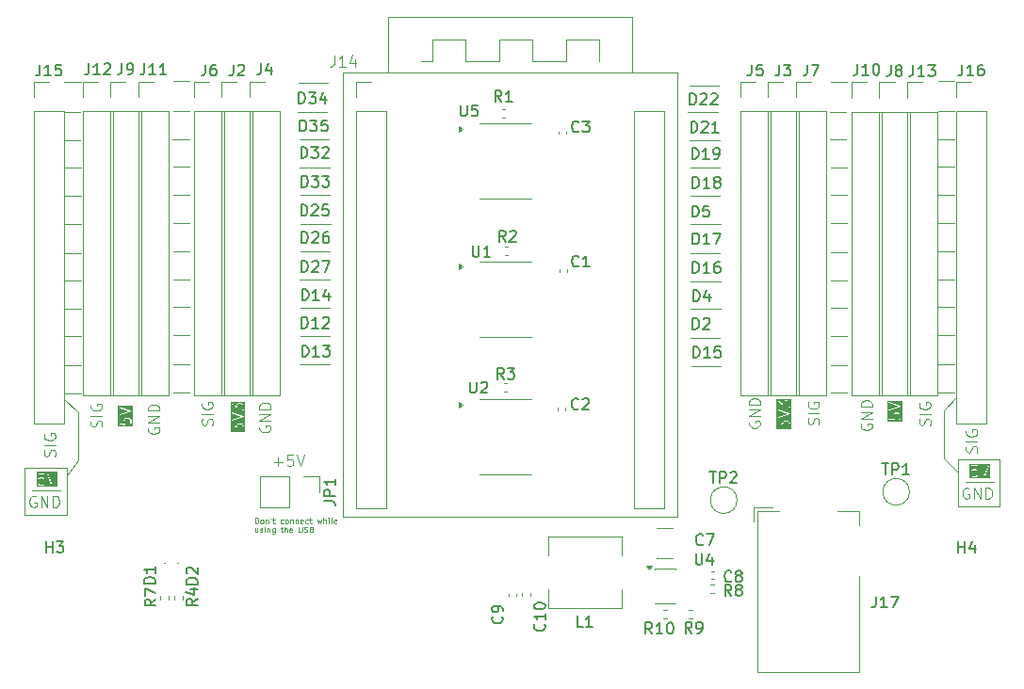
<source format=gbr>
%TF.GenerationSoftware,KiCad,Pcbnew,9.0.7*%
%TF.CreationDate,2026-02-14T10:56:32+01:00*%
%TF.ProjectId,ESP32_5V,45535033-325f-4355-962e-6b696361645f,rev?*%
%TF.SameCoordinates,Original*%
%TF.FileFunction,Legend,Top*%
%TF.FilePolarity,Positive*%
%FSLAX46Y46*%
G04 Gerber Fmt 4.6, Leading zero omitted, Abs format (unit mm)*
G04 Created by KiCad (PCBNEW 9.0.7) date 2026-02-14 10:56:32*
%MOMM*%
%LPD*%
G01*
G04 APERTURE LIST*
%ADD10C,0.100000*%
%ADD11C,0.200000*%
%ADD12C,0.150000*%
%ADD13C,0.120000*%
G04 APERTURE END LIST*
D10*
X132600000Y-54350000D02*
X134050000Y-54350000D01*
X63750000Y-57000000D02*
X65200000Y-57000000D01*
X142275000Y-44250000D02*
X143725000Y-44250000D01*
X60650000Y-76300000D02*
X63950000Y-76300000D01*
X120050000Y-54400000D02*
X122700000Y-54400000D01*
X144050000Y-75550000D02*
X144500000Y-75550000D01*
X73525000Y-67050000D02*
X74975000Y-67050000D01*
X132600000Y-69600000D02*
X134050000Y-69600000D01*
X144050000Y-79850000D02*
X144050000Y-75550000D01*
X132575000Y-44300000D02*
X134025000Y-44300000D01*
X142300000Y-69550000D02*
X143750000Y-69550000D01*
X120050000Y-62000000D02*
X122700000Y-62000000D01*
X120000000Y-64650000D02*
X122650000Y-64650000D01*
X84950000Y-56900000D02*
X87600000Y-56900000D01*
X84900000Y-67050000D02*
X87550000Y-67050000D01*
X64950000Y-75650000D02*
X63950000Y-77050000D01*
X142300000Y-64400000D02*
X143750000Y-64400000D01*
X63675000Y-46850000D02*
X65175000Y-46850000D01*
X132600000Y-49300000D02*
X134050000Y-49300000D01*
X142300000Y-49250000D02*
X143750000Y-49250000D01*
X63950000Y-76300000D02*
X63950000Y-80600000D01*
X73525000Y-59400000D02*
X74975000Y-59400000D01*
X73525000Y-54300000D02*
X74975000Y-54300000D01*
X63750000Y-41650000D02*
X65200000Y-41650000D01*
X142300000Y-54300000D02*
X143750000Y-54300000D01*
X84700000Y-44350000D02*
X87350000Y-44350000D01*
X142300000Y-67050000D02*
X143750000Y-67050000D01*
X73525000Y-51750000D02*
X74975000Y-51750000D01*
X132600000Y-56950000D02*
X134050000Y-56950000D01*
X142300000Y-51750000D02*
X143750000Y-51750000D01*
X63750000Y-49350000D02*
X65200000Y-49350000D01*
X84900000Y-59400000D02*
X87550000Y-59400000D01*
X73450000Y-46750000D02*
X74950000Y-46750000D01*
X63750000Y-67150000D02*
X65200000Y-67150000D01*
X119900000Y-41950000D02*
X122550000Y-41950000D01*
X120000000Y-57000000D02*
X122650000Y-57000000D01*
X144700000Y-77600000D02*
X147250000Y-77600000D01*
X132600000Y-67100000D02*
X134050000Y-67100000D01*
X144500000Y-75550000D02*
X147800000Y-75550000D01*
X120000000Y-49350000D02*
X122650000Y-49350000D01*
X73525000Y-61900000D02*
X74975000Y-61900000D01*
X84800000Y-41750000D02*
X87450000Y-41750000D01*
X84950000Y-61950000D02*
X87600000Y-61950000D01*
X119950000Y-46850000D02*
X122600000Y-46850000D01*
X84900000Y-49300000D02*
X87550000Y-49300000D01*
X63750000Y-51850000D02*
X65200000Y-51850000D01*
X60200000Y-76300000D02*
X60650000Y-76300000D01*
X73525000Y-56900000D02*
X74975000Y-56900000D01*
X63750000Y-54400000D02*
X65200000Y-54400000D01*
X73525000Y-64400000D02*
X74975000Y-64400000D01*
X142800000Y-75500000D02*
X144000000Y-76700000D01*
X73525000Y-69550000D02*
X74975000Y-69550000D01*
X63750000Y-69650000D02*
X65200000Y-69650000D01*
X142300000Y-56900000D02*
X143750000Y-56900000D01*
X60850000Y-78350000D02*
X63400000Y-78350000D01*
X120050000Y-59550000D02*
X122700000Y-59550000D01*
X73500000Y-44250000D02*
X74950000Y-44250000D01*
X142300000Y-59400000D02*
X143750000Y-59400000D01*
X84950000Y-64500000D02*
X87600000Y-64500000D01*
X120000000Y-51900000D02*
X122650000Y-51900000D01*
X73525000Y-41550000D02*
X74975000Y-41550000D01*
X147800000Y-75550000D02*
X147800000Y-79850000D01*
X132600000Y-41600000D02*
X134050000Y-41600000D01*
X84850000Y-46750000D02*
X87500000Y-46750000D01*
X142300000Y-61900000D02*
X143750000Y-61900000D01*
X60200000Y-80600000D02*
X60200000Y-76300000D01*
X142225000Y-46750000D02*
X143725000Y-46750000D01*
X132600000Y-59450000D02*
X134050000Y-59450000D01*
X85000000Y-54400000D02*
X87650000Y-54400000D01*
X132525000Y-46800000D02*
X134025000Y-46800000D01*
X143870000Y-69996250D02*
X142800000Y-71200000D01*
X64950000Y-75650000D02*
X64950000Y-71350000D01*
X142300000Y-41550000D02*
X143750000Y-41550000D01*
X63950000Y-80600000D02*
X60200000Y-80600000D01*
X132600000Y-51800000D02*
X134050000Y-51800000D01*
X142800000Y-71200000D02*
X142800000Y-75500000D01*
X63750000Y-64500000D02*
X65200000Y-64500000D01*
X132600000Y-64450000D02*
X134050000Y-64450000D01*
X63725000Y-44350000D02*
X65175000Y-44350000D01*
X119800000Y-44300000D02*
X122450000Y-44300000D01*
X147800000Y-79850000D02*
X144050000Y-79850000D01*
X64950000Y-71350000D02*
X63750000Y-70150000D01*
X120100000Y-67200000D02*
X122750000Y-67200000D01*
X84950000Y-51800000D02*
X87600000Y-51800000D01*
X63750000Y-62000000D02*
X65200000Y-62000000D01*
X63750000Y-59500000D02*
X65200000Y-59500000D01*
X132600000Y-61950000D02*
X134050000Y-61950000D01*
X73525000Y-49250000D02*
X74975000Y-49250000D01*
D11*
X120219673Y-63867219D02*
X120219673Y-62867219D01*
X120219673Y-62867219D02*
X120457768Y-62867219D01*
X120457768Y-62867219D02*
X120600625Y-62914838D01*
X120600625Y-62914838D02*
X120695863Y-63010076D01*
X120695863Y-63010076D02*
X120743482Y-63105314D01*
X120743482Y-63105314D02*
X120791101Y-63295790D01*
X120791101Y-63295790D02*
X120791101Y-63438647D01*
X120791101Y-63438647D02*
X120743482Y-63629123D01*
X120743482Y-63629123D02*
X120695863Y-63724361D01*
X120695863Y-63724361D02*
X120600625Y-63819600D01*
X120600625Y-63819600D02*
X120457768Y-63867219D01*
X120457768Y-63867219D02*
X120219673Y-63867219D01*
X121172054Y-62962457D02*
X121219673Y-62914838D01*
X121219673Y-62914838D02*
X121314911Y-62867219D01*
X121314911Y-62867219D02*
X121553006Y-62867219D01*
X121553006Y-62867219D02*
X121648244Y-62914838D01*
X121648244Y-62914838D02*
X121695863Y-62962457D01*
X121695863Y-62962457D02*
X121743482Y-63057695D01*
X121743482Y-63057695D02*
X121743482Y-63152933D01*
X121743482Y-63152933D02*
X121695863Y-63295790D01*
X121695863Y-63295790D02*
X121124435Y-63867219D01*
X121124435Y-63867219D02*
X121743482Y-63867219D01*
D10*
X135370038Y-72372306D02*
X135322419Y-72467544D01*
X135322419Y-72467544D02*
X135322419Y-72610401D01*
X135322419Y-72610401D02*
X135370038Y-72753258D01*
X135370038Y-72753258D02*
X135465276Y-72848496D01*
X135465276Y-72848496D02*
X135560514Y-72896115D01*
X135560514Y-72896115D02*
X135750990Y-72943734D01*
X135750990Y-72943734D02*
X135893847Y-72943734D01*
X135893847Y-72943734D02*
X136084323Y-72896115D01*
X136084323Y-72896115D02*
X136179561Y-72848496D01*
X136179561Y-72848496D02*
X136274800Y-72753258D01*
X136274800Y-72753258D02*
X136322419Y-72610401D01*
X136322419Y-72610401D02*
X136322419Y-72515163D01*
X136322419Y-72515163D02*
X136274800Y-72372306D01*
X136274800Y-72372306D02*
X136227180Y-72324687D01*
X136227180Y-72324687D02*
X135893847Y-72324687D01*
X135893847Y-72324687D02*
X135893847Y-72515163D01*
X136322419Y-71896115D02*
X135322419Y-71896115D01*
X135322419Y-71896115D02*
X136322419Y-71324687D01*
X136322419Y-71324687D02*
X135322419Y-71324687D01*
X136322419Y-70848496D02*
X135322419Y-70848496D01*
X135322419Y-70848496D02*
X135322419Y-70610401D01*
X135322419Y-70610401D02*
X135370038Y-70467544D01*
X135370038Y-70467544D02*
X135465276Y-70372306D01*
X135465276Y-70372306D02*
X135560514Y-70324687D01*
X135560514Y-70324687D02*
X135750990Y-70277068D01*
X135750990Y-70277068D02*
X135893847Y-70277068D01*
X135893847Y-70277068D02*
X136084323Y-70324687D01*
X136084323Y-70324687D02*
X136179561Y-70372306D01*
X136179561Y-70372306D02*
X136274800Y-70467544D01*
X136274800Y-70467544D02*
X136322419Y-70610401D01*
X136322419Y-70610401D02*
X136322419Y-70848496D01*
D11*
X84819673Y-43567219D02*
X84819673Y-42567219D01*
X84819673Y-42567219D02*
X85057768Y-42567219D01*
X85057768Y-42567219D02*
X85200625Y-42614838D01*
X85200625Y-42614838D02*
X85295863Y-42710076D01*
X85295863Y-42710076D02*
X85343482Y-42805314D01*
X85343482Y-42805314D02*
X85391101Y-42995790D01*
X85391101Y-42995790D02*
X85391101Y-43138647D01*
X85391101Y-43138647D02*
X85343482Y-43329123D01*
X85343482Y-43329123D02*
X85295863Y-43424361D01*
X85295863Y-43424361D02*
X85200625Y-43519600D01*
X85200625Y-43519600D02*
X85057768Y-43567219D01*
X85057768Y-43567219D02*
X84819673Y-43567219D01*
X85724435Y-42567219D02*
X86343482Y-42567219D01*
X86343482Y-42567219D02*
X86010149Y-42948171D01*
X86010149Y-42948171D02*
X86153006Y-42948171D01*
X86153006Y-42948171D02*
X86248244Y-42995790D01*
X86248244Y-42995790D02*
X86295863Y-43043409D01*
X86295863Y-43043409D02*
X86343482Y-43138647D01*
X86343482Y-43138647D02*
X86343482Y-43376742D01*
X86343482Y-43376742D02*
X86295863Y-43471980D01*
X86295863Y-43471980D02*
X86248244Y-43519600D01*
X86248244Y-43519600D02*
X86153006Y-43567219D01*
X86153006Y-43567219D02*
X85867292Y-43567219D01*
X85867292Y-43567219D02*
X85772054Y-43519600D01*
X85772054Y-43519600D02*
X85724435Y-43471980D01*
X87200625Y-42900552D02*
X87200625Y-43567219D01*
X86962530Y-42519600D02*
X86724435Y-43233885D01*
X86724435Y-43233885D02*
X87343482Y-43233885D01*
D10*
G36*
X79983530Y-73148658D02*
G01*
X78661308Y-73148658D01*
X78661308Y-72372306D01*
X78772419Y-72372306D01*
X78772419Y-72991353D01*
X78776225Y-73010487D01*
X78803285Y-73037547D01*
X78841553Y-73037547D01*
X78868613Y-73010487D01*
X78872419Y-72991353D01*
X78872419Y-72482494D01*
X79170446Y-72743268D01*
X79182766Y-72750362D01*
X79184237Y-72751833D01*
X79185320Y-72751833D01*
X79187352Y-72753003D01*
X79204906Y-72751833D01*
X79222505Y-72751833D01*
X79223761Y-72750576D01*
X79225536Y-72750458D01*
X79237124Y-72737213D01*
X79249565Y-72724773D01*
X79250022Y-72722472D01*
X79250735Y-72721658D01*
X79250596Y-72719585D01*
X79253371Y-72705639D01*
X79253371Y-72574585D01*
X79292082Y-72497161D01*
X79328227Y-72461017D01*
X79405651Y-72422306D01*
X79620139Y-72422306D01*
X79697561Y-72461017D01*
X79733708Y-72497163D01*
X79772419Y-72574585D01*
X79772419Y-72836692D01*
X79733708Y-72914114D01*
X79691825Y-72955997D01*
X79680986Y-72972218D01*
X79680986Y-73010487D01*
X79708045Y-73037547D01*
X79746314Y-73037547D01*
X79762535Y-73026709D01*
X79810155Y-72979090D01*
X79814609Y-72972423D01*
X79819521Y-72966095D01*
X79867140Y-72870857D01*
X79867801Y-72868441D01*
X79868613Y-72867630D01*
X79870176Y-72859768D01*
X79872293Y-72852041D01*
X79871930Y-72850952D01*
X79872419Y-72848496D01*
X79872419Y-72562782D01*
X79871930Y-72560325D01*
X79872293Y-72559237D01*
X79870176Y-72551509D01*
X79868613Y-72543648D01*
X79867801Y-72542836D01*
X79867140Y-72540421D01*
X79819521Y-72445183D01*
X79814609Y-72438854D01*
X79810155Y-72432188D01*
X79762535Y-72384569D01*
X79755868Y-72380114D01*
X79749540Y-72375203D01*
X79654303Y-72327585D01*
X79651887Y-72326923D01*
X79651076Y-72326112D01*
X79643214Y-72324548D01*
X79635487Y-72322432D01*
X79634398Y-72322794D01*
X79631942Y-72322306D01*
X79393847Y-72322306D01*
X79391390Y-72322794D01*
X79390302Y-72322432D01*
X79382574Y-72324548D01*
X79374713Y-72326112D01*
X79373901Y-72326923D01*
X79371486Y-72327585D01*
X79276248Y-72375204D01*
X79269919Y-72380115D01*
X79263253Y-72384570D01*
X79215635Y-72432189D01*
X79211183Y-72438850D01*
X79206268Y-72445184D01*
X79158650Y-72540421D01*
X79157988Y-72542836D01*
X79157177Y-72543648D01*
X79155613Y-72551509D01*
X79153497Y-72559237D01*
X79153859Y-72560325D01*
X79153371Y-72562782D01*
X79153371Y-72595450D01*
X78855344Y-72334677D01*
X78843023Y-72327582D01*
X78841553Y-72326112D01*
X78840470Y-72326112D01*
X78838438Y-72324942D01*
X78820884Y-72326112D01*
X78803285Y-72326112D01*
X78802028Y-72327368D01*
X78800254Y-72327487D01*
X78788665Y-72340731D01*
X78776225Y-72353172D01*
X78775767Y-72355472D01*
X78775055Y-72356287D01*
X78775193Y-72358359D01*
X78772419Y-72372306D01*
X78661308Y-72372306D01*
X78661308Y-71423469D01*
X78772545Y-71423469D01*
X78789659Y-71457698D01*
X78806608Y-71467359D01*
X79664305Y-71753258D01*
X78806608Y-72039157D01*
X78789659Y-72048818D01*
X78772545Y-72083047D01*
X78784646Y-72119351D01*
X78818875Y-72136465D01*
X78838230Y-72134025D01*
X79838230Y-71800692D01*
X79855178Y-71791031D01*
X79856849Y-71787688D01*
X79860191Y-71786018D01*
X79865204Y-71770979D01*
X79872293Y-71756802D01*
X79871111Y-71753258D01*
X79872293Y-71749714D01*
X79865204Y-71735536D01*
X79860191Y-71720498D01*
X79856849Y-71718827D01*
X79855178Y-71715485D01*
X79838230Y-71705824D01*
X78838230Y-71372491D01*
X78818875Y-71370051D01*
X78784646Y-71387165D01*
X78772545Y-71423469D01*
X78661308Y-71423469D01*
X78661308Y-70562782D01*
X78772419Y-70562782D01*
X78772419Y-71181829D01*
X78776225Y-71200963D01*
X78803285Y-71228023D01*
X78841553Y-71228023D01*
X78868613Y-71200963D01*
X78872419Y-71181829D01*
X78872419Y-70672970D01*
X79170446Y-70933744D01*
X79182766Y-70940838D01*
X79184237Y-70942309D01*
X79185320Y-70942309D01*
X79187352Y-70943479D01*
X79204906Y-70942309D01*
X79222505Y-70942309D01*
X79223761Y-70941052D01*
X79225536Y-70940934D01*
X79237124Y-70927689D01*
X79249565Y-70915249D01*
X79250022Y-70912948D01*
X79250735Y-70912134D01*
X79250596Y-70910061D01*
X79253371Y-70896115D01*
X79253371Y-70765061D01*
X79292082Y-70687637D01*
X79328227Y-70651493D01*
X79405651Y-70612782D01*
X79620139Y-70612782D01*
X79697561Y-70651493D01*
X79733708Y-70687639D01*
X79772419Y-70765061D01*
X79772419Y-71027168D01*
X79733708Y-71104590D01*
X79691825Y-71146473D01*
X79680986Y-71162694D01*
X79680986Y-71200963D01*
X79708045Y-71228023D01*
X79746314Y-71228023D01*
X79762535Y-71217185D01*
X79810155Y-71169566D01*
X79814609Y-71162899D01*
X79819521Y-71156571D01*
X79867140Y-71061333D01*
X79867801Y-71058917D01*
X79868613Y-71058106D01*
X79870176Y-71050244D01*
X79872293Y-71042517D01*
X79871930Y-71041428D01*
X79872419Y-71038972D01*
X79872419Y-70753258D01*
X79871930Y-70750801D01*
X79872293Y-70749713D01*
X79870176Y-70741985D01*
X79868613Y-70734124D01*
X79867801Y-70733312D01*
X79867140Y-70730897D01*
X79819521Y-70635659D01*
X79814609Y-70629330D01*
X79810155Y-70622664D01*
X79762535Y-70575045D01*
X79755868Y-70570590D01*
X79749540Y-70565679D01*
X79654303Y-70518061D01*
X79651887Y-70517399D01*
X79651076Y-70516588D01*
X79643214Y-70515024D01*
X79635487Y-70512908D01*
X79634398Y-70513270D01*
X79631942Y-70512782D01*
X79393847Y-70512782D01*
X79391390Y-70513270D01*
X79390302Y-70512908D01*
X79382574Y-70515024D01*
X79374713Y-70516588D01*
X79373901Y-70517399D01*
X79371486Y-70518061D01*
X79276248Y-70565680D01*
X79269919Y-70570591D01*
X79263253Y-70575046D01*
X79215635Y-70622665D01*
X79211183Y-70629326D01*
X79206268Y-70635660D01*
X79158650Y-70730897D01*
X79157988Y-70733312D01*
X79157177Y-70734124D01*
X79155613Y-70741985D01*
X79153497Y-70749713D01*
X79153859Y-70750801D01*
X79153371Y-70753258D01*
X79153371Y-70785926D01*
X78855344Y-70525153D01*
X78843023Y-70518058D01*
X78841553Y-70516588D01*
X78840470Y-70516588D01*
X78838438Y-70515418D01*
X78820884Y-70516588D01*
X78803285Y-70516588D01*
X78802028Y-70517844D01*
X78800254Y-70517963D01*
X78788665Y-70531207D01*
X78776225Y-70543648D01*
X78775767Y-70545948D01*
X78775055Y-70546763D01*
X78775193Y-70548835D01*
X78772419Y-70562782D01*
X78661308Y-70562782D01*
X78661308Y-70401671D01*
X79983530Y-70401671D01*
X79983530Y-73148658D01*
G37*
G36*
X139033530Y-72154597D02*
G01*
X137711308Y-72154597D01*
X137711308Y-71469925D01*
X137822419Y-71469925D01*
X137822419Y-71946115D01*
X137824798Y-71958076D01*
X137824550Y-71960558D01*
X137825530Y-71961756D01*
X137826225Y-71965249D01*
X137838122Y-71977146D01*
X137848783Y-71990176D01*
X137852191Y-71991215D01*
X137853285Y-71992309D01*
X137855777Y-71992309D01*
X137867444Y-71995867D01*
X138343634Y-72043486D01*
X138363052Y-72041603D01*
X138365099Y-72039928D01*
X138367743Y-72039928D01*
X138379640Y-72028030D01*
X138392670Y-72017370D01*
X138392933Y-72014737D01*
X138394803Y-72012868D01*
X138394803Y-71996040D01*
X138396478Y-71979291D01*
X138394803Y-71977243D01*
X138394803Y-71974599D01*
X138383964Y-71958378D01*
X138342082Y-71916497D01*
X138303371Y-71839074D01*
X138303371Y-71624585D01*
X138342082Y-71547161D01*
X138378227Y-71511017D01*
X138455651Y-71472306D01*
X138670139Y-71472306D01*
X138747561Y-71511017D01*
X138783708Y-71547163D01*
X138822419Y-71624585D01*
X138822419Y-71839073D01*
X138783708Y-71916495D01*
X138741825Y-71958378D01*
X138730986Y-71974599D01*
X138730986Y-72012868D01*
X138758045Y-72039928D01*
X138796314Y-72039928D01*
X138812535Y-72029090D01*
X138860155Y-71981471D01*
X138864609Y-71974804D01*
X138869521Y-71968476D01*
X138917140Y-71873238D01*
X138917801Y-71870822D01*
X138918613Y-71870011D01*
X138920176Y-71862149D01*
X138922293Y-71854422D01*
X138921930Y-71853333D01*
X138922419Y-71850877D01*
X138922419Y-71612782D01*
X138921930Y-71610325D01*
X138922293Y-71609237D01*
X138920176Y-71601509D01*
X138918613Y-71593648D01*
X138917801Y-71592836D01*
X138917140Y-71590421D01*
X138869521Y-71495183D01*
X138864609Y-71488854D01*
X138860155Y-71482188D01*
X138812535Y-71434569D01*
X138805868Y-71430114D01*
X138799540Y-71425203D01*
X138704303Y-71377585D01*
X138701887Y-71376923D01*
X138701076Y-71376112D01*
X138693214Y-71374548D01*
X138685487Y-71372432D01*
X138684398Y-71372794D01*
X138681942Y-71372306D01*
X138443847Y-71372306D01*
X138441390Y-71372794D01*
X138440302Y-71372432D01*
X138432574Y-71374548D01*
X138424713Y-71376112D01*
X138423901Y-71376923D01*
X138421486Y-71377585D01*
X138326248Y-71425204D01*
X138319919Y-71430115D01*
X138313253Y-71434570D01*
X138265635Y-71482189D01*
X138261183Y-71488850D01*
X138256268Y-71495184D01*
X138208650Y-71590421D01*
X138207988Y-71592836D01*
X138207177Y-71593648D01*
X138205613Y-71601509D01*
X138203497Y-71609237D01*
X138203859Y-71610325D01*
X138203371Y-71612782D01*
X138203371Y-71850877D01*
X138203859Y-71853333D01*
X138203497Y-71854422D01*
X138205613Y-71862149D01*
X138207177Y-71870011D01*
X138207988Y-71870822D01*
X138208650Y-71873238D01*
X138238255Y-71932449D01*
X137922419Y-71900865D01*
X137922419Y-71469925D01*
X137918613Y-71450791D01*
X137891553Y-71423731D01*
X137853285Y-71423731D01*
X137826225Y-71450791D01*
X137822419Y-71469925D01*
X137711308Y-71469925D01*
X137711308Y-70473469D01*
X137822545Y-70473469D01*
X137839659Y-70507698D01*
X137856608Y-70517359D01*
X138714305Y-70803258D01*
X137856608Y-71089157D01*
X137839659Y-71098818D01*
X137822545Y-71133047D01*
X137834646Y-71169351D01*
X137868875Y-71186465D01*
X137888230Y-71184025D01*
X138888230Y-70850692D01*
X138905178Y-70841031D01*
X138906849Y-70837688D01*
X138910191Y-70836018D01*
X138915204Y-70820979D01*
X138922293Y-70806802D01*
X138921111Y-70803258D01*
X138922293Y-70799714D01*
X138915204Y-70785536D01*
X138910191Y-70770498D01*
X138906849Y-70768827D01*
X138905178Y-70765485D01*
X138888230Y-70755824D01*
X137888230Y-70422491D01*
X137868875Y-70420051D01*
X137834646Y-70437165D01*
X137822545Y-70473469D01*
X137711308Y-70473469D01*
X137711308Y-70308940D01*
X139033530Y-70308940D01*
X139033530Y-72154597D01*
G37*
D11*
X120169673Y-48567219D02*
X120169673Y-47567219D01*
X120169673Y-47567219D02*
X120407768Y-47567219D01*
X120407768Y-47567219D02*
X120550625Y-47614838D01*
X120550625Y-47614838D02*
X120645863Y-47710076D01*
X120645863Y-47710076D02*
X120693482Y-47805314D01*
X120693482Y-47805314D02*
X120741101Y-47995790D01*
X120741101Y-47995790D02*
X120741101Y-48138647D01*
X120741101Y-48138647D02*
X120693482Y-48329123D01*
X120693482Y-48329123D02*
X120645863Y-48424361D01*
X120645863Y-48424361D02*
X120550625Y-48519600D01*
X120550625Y-48519600D02*
X120407768Y-48567219D01*
X120407768Y-48567219D02*
X120169673Y-48567219D01*
X121693482Y-48567219D02*
X121122054Y-48567219D01*
X121407768Y-48567219D02*
X121407768Y-47567219D01*
X121407768Y-47567219D02*
X121312530Y-47710076D01*
X121312530Y-47710076D02*
X121217292Y-47805314D01*
X121217292Y-47805314D02*
X121122054Y-47852933D01*
X122169673Y-48567219D02*
X122360149Y-48567219D01*
X122360149Y-48567219D02*
X122455387Y-48519600D01*
X122455387Y-48519600D02*
X122503006Y-48471980D01*
X122503006Y-48471980D02*
X122598244Y-48329123D01*
X122598244Y-48329123D02*
X122645863Y-48138647D01*
X122645863Y-48138647D02*
X122645863Y-47757695D01*
X122645863Y-47757695D02*
X122598244Y-47662457D01*
X122598244Y-47662457D02*
X122550625Y-47614838D01*
X122550625Y-47614838D02*
X122455387Y-47567219D01*
X122455387Y-47567219D02*
X122264911Y-47567219D01*
X122264911Y-47567219D02*
X122169673Y-47614838D01*
X122169673Y-47614838D02*
X122122054Y-47662457D01*
X122122054Y-47662457D02*
X122074435Y-47757695D01*
X122074435Y-47757695D02*
X122074435Y-47995790D01*
X122074435Y-47995790D02*
X122122054Y-48091028D01*
X122122054Y-48091028D02*
X122169673Y-48138647D01*
X122169673Y-48138647D02*
X122264911Y-48186266D01*
X122264911Y-48186266D02*
X122455387Y-48186266D01*
X122455387Y-48186266D02*
X122550625Y-48138647D01*
X122550625Y-48138647D02*
X122598244Y-48091028D01*
X122598244Y-48091028D02*
X122645863Y-47995790D01*
D10*
X82553884Y-75791466D02*
X83315789Y-75791466D01*
X82934836Y-76172419D02*
X82934836Y-75410514D01*
X84268169Y-75172419D02*
X83791979Y-75172419D01*
X83791979Y-75172419D02*
X83744360Y-75648609D01*
X83744360Y-75648609D02*
X83791979Y-75600990D01*
X83791979Y-75600990D02*
X83887217Y-75553371D01*
X83887217Y-75553371D02*
X84125312Y-75553371D01*
X84125312Y-75553371D02*
X84220550Y-75600990D01*
X84220550Y-75600990D02*
X84268169Y-75648609D01*
X84268169Y-75648609D02*
X84315788Y-75743847D01*
X84315788Y-75743847D02*
X84315788Y-75981942D01*
X84315788Y-75981942D02*
X84268169Y-76077180D01*
X84268169Y-76077180D02*
X84220550Y-76124800D01*
X84220550Y-76124800D02*
X84125312Y-76172419D01*
X84125312Y-76172419D02*
X83887217Y-76172419D01*
X83887217Y-76172419D02*
X83791979Y-76124800D01*
X83791979Y-76124800D02*
X83744360Y-76077180D01*
X84601503Y-75172419D02*
X84934836Y-76172419D01*
X84934836Y-76172419D02*
X85268169Y-75172419D01*
G36*
X63091059Y-78033530D02*
G01*
X61245402Y-78033530D01*
X61245402Y-77343634D01*
X61356513Y-77343634D01*
X61358396Y-77363052D01*
X61360071Y-77365099D01*
X61360071Y-77367743D01*
X61371968Y-77379640D01*
X61382629Y-77392670D01*
X61385261Y-77392933D01*
X61387131Y-77394803D01*
X61403958Y-77394803D01*
X61420708Y-77396478D01*
X61422755Y-77394803D01*
X61425399Y-77394803D01*
X61441620Y-77383964D01*
X61483502Y-77342082D01*
X61560926Y-77303371D01*
X61775414Y-77303371D01*
X61852837Y-77342082D01*
X61888981Y-77378227D01*
X61927693Y-77455650D01*
X61927693Y-77670138D01*
X61888981Y-77747561D01*
X61852835Y-77783708D01*
X61775414Y-77822419D01*
X61560926Y-77822419D01*
X61483503Y-77783708D01*
X61441621Y-77741825D01*
X61425400Y-77730986D01*
X61387131Y-77730986D01*
X61360071Y-77758045D01*
X61360071Y-77796314D01*
X61370909Y-77812535D01*
X61418528Y-77860155D01*
X61425194Y-77864609D01*
X61431523Y-77869521D01*
X61526761Y-77917140D01*
X61529176Y-77917801D01*
X61529988Y-77918613D01*
X61537849Y-77920176D01*
X61545577Y-77922293D01*
X61546665Y-77921930D01*
X61549122Y-77922419D01*
X61787217Y-77922419D01*
X61789673Y-77921930D01*
X61790762Y-77922293D01*
X61798489Y-77920176D01*
X61806351Y-77918613D01*
X61807162Y-77917801D01*
X61809578Y-77917140D01*
X61904815Y-77869522D01*
X61911142Y-77864611D01*
X61917811Y-77860155D01*
X61965430Y-77812535D01*
X61969883Y-77805869D01*
X61974795Y-77799541D01*
X62022414Y-77704303D01*
X62023075Y-77701887D01*
X62023887Y-77701076D01*
X62025450Y-77693214D01*
X62027567Y-77685487D01*
X62027204Y-77684398D01*
X62027693Y-77681942D01*
X62027693Y-77443847D01*
X62027204Y-77441390D01*
X62027567Y-77440302D01*
X62025450Y-77432574D01*
X62023887Y-77424713D01*
X62023075Y-77423901D01*
X62022414Y-77421486D01*
X61974795Y-77326248D01*
X61969883Y-77319919D01*
X61965429Y-77313253D01*
X61917810Y-77265635D01*
X61911148Y-77261183D01*
X61904815Y-77256268D01*
X61809578Y-77208650D01*
X61807162Y-77207988D01*
X61806351Y-77207177D01*
X61798489Y-77205613D01*
X61790762Y-77203497D01*
X61789673Y-77203859D01*
X61787217Y-77203371D01*
X61549122Y-77203371D01*
X61546665Y-77203859D01*
X61545577Y-77203497D01*
X61537849Y-77205613D01*
X61529988Y-77207177D01*
X61529176Y-77207988D01*
X61526761Y-77208650D01*
X61467549Y-77238255D01*
X61499133Y-76922419D01*
X61930074Y-76922419D01*
X61949208Y-76918613D01*
X61976268Y-76891553D01*
X61976268Y-76868875D01*
X62213534Y-76868875D01*
X62215974Y-76888230D01*
X62549307Y-77888230D01*
X62558968Y-77905178D01*
X62562309Y-77906848D01*
X62563981Y-77910192D01*
X62579023Y-77915205D01*
X62593197Y-77922293D01*
X62596740Y-77921111D01*
X62600285Y-77922293D01*
X62614464Y-77915203D01*
X62629501Y-77910191D01*
X62631171Y-77906850D01*
X62634514Y-77905179D01*
X62644175Y-77888230D01*
X62977508Y-76888231D01*
X62979948Y-76868875D01*
X62962834Y-76834647D01*
X62926530Y-76822545D01*
X62892301Y-76839660D01*
X62882640Y-76856608D01*
X62596741Y-77714305D01*
X62310842Y-76856608D01*
X62301181Y-76839659D01*
X62266952Y-76822545D01*
X62230648Y-76834646D01*
X62213534Y-76868875D01*
X61976268Y-76868875D01*
X61976268Y-76853285D01*
X61949208Y-76826225D01*
X61930074Y-76822419D01*
X61453884Y-76822419D01*
X61441922Y-76824798D01*
X61439441Y-76824550D01*
X61438243Y-76825530D01*
X61434750Y-76826225D01*
X61422849Y-76838125D01*
X61409823Y-76848784D01*
X61408783Y-76852191D01*
X61407690Y-76853285D01*
X61407690Y-76855777D01*
X61404132Y-76867444D01*
X61356513Y-77343634D01*
X61245402Y-77343634D01*
X61245402Y-76711308D01*
X63091059Y-76711308D01*
X63091059Y-78033530D01*
G37*
X81320038Y-72572306D02*
X81272419Y-72667544D01*
X81272419Y-72667544D02*
X81272419Y-72810401D01*
X81272419Y-72810401D02*
X81320038Y-72953258D01*
X81320038Y-72953258D02*
X81415276Y-73048496D01*
X81415276Y-73048496D02*
X81510514Y-73096115D01*
X81510514Y-73096115D02*
X81700990Y-73143734D01*
X81700990Y-73143734D02*
X81843847Y-73143734D01*
X81843847Y-73143734D02*
X82034323Y-73096115D01*
X82034323Y-73096115D02*
X82129561Y-73048496D01*
X82129561Y-73048496D02*
X82224800Y-72953258D01*
X82224800Y-72953258D02*
X82272419Y-72810401D01*
X82272419Y-72810401D02*
X82272419Y-72715163D01*
X82272419Y-72715163D02*
X82224800Y-72572306D01*
X82224800Y-72572306D02*
X82177180Y-72524687D01*
X82177180Y-72524687D02*
X81843847Y-72524687D01*
X81843847Y-72524687D02*
X81843847Y-72715163D01*
X82272419Y-72096115D02*
X81272419Y-72096115D01*
X81272419Y-72096115D02*
X82272419Y-71524687D01*
X82272419Y-71524687D02*
X81272419Y-71524687D01*
X82272419Y-71048496D02*
X81272419Y-71048496D01*
X81272419Y-71048496D02*
X81272419Y-70810401D01*
X81272419Y-70810401D02*
X81320038Y-70667544D01*
X81320038Y-70667544D02*
X81415276Y-70572306D01*
X81415276Y-70572306D02*
X81510514Y-70524687D01*
X81510514Y-70524687D02*
X81700990Y-70477068D01*
X81700990Y-70477068D02*
X81843847Y-70477068D01*
X81843847Y-70477068D02*
X82034323Y-70524687D01*
X82034323Y-70524687D02*
X82129561Y-70572306D01*
X82129561Y-70572306D02*
X82224800Y-70667544D01*
X82224800Y-70667544D02*
X82272419Y-70810401D01*
X82272419Y-70810401D02*
X82272419Y-71048496D01*
D11*
X85019673Y-53667219D02*
X85019673Y-52667219D01*
X85019673Y-52667219D02*
X85257768Y-52667219D01*
X85257768Y-52667219D02*
X85400625Y-52714838D01*
X85400625Y-52714838D02*
X85495863Y-52810076D01*
X85495863Y-52810076D02*
X85543482Y-52905314D01*
X85543482Y-52905314D02*
X85591101Y-53095790D01*
X85591101Y-53095790D02*
X85591101Y-53238647D01*
X85591101Y-53238647D02*
X85543482Y-53429123D01*
X85543482Y-53429123D02*
X85495863Y-53524361D01*
X85495863Y-53524361D02*
X85400625Y-53619600D01*
X85400625Y-53619600D02*
X85257768Y-53667219D01*
X85257768Y-53667219D02*
X85019673Y-53667219D01*
X85972054Y-52762457D02*
X86019673Y-52714838D01*
X86019673Y-52714838D02*
X86114911Y-52667219D01*
X86114911Y-52667219D02*
X86353006Y-52667219D01*
X86353006Y-52667219D02*
X86448244Y-52714838D01*
X86448244Y-52714838D02*
X86495863Y-52762457D01*
X86495863Y-52762457D02*
X86543482Y-52857695D01*
X86543482Y-52857695D02*
X86543482Y-52952933D01*
X86543482Y-52952933D02*
X86495863Y-53095790D01*
X86495863Y-53095790D02*
X85924435Y-53667219D01*
X85924435Y-53667219D02*
X86543482Y-53667219D01*
X87448244Y-52667219D02*
X86972054Y-52667219D01*
X86972054Y-52667219D02*
X86924435Y-53143409D01*
X86924435Y-53143409D02*
X86972054Y-53095790D01*
X86972054Y-53095790D02*
X87067292Y-53048171D01*
X87067292Y-53048171D02*
X87305387Y-53048171D01*
X87305387Y-53048171D02*
X87400625Y-53095790D01*
X87400625Y-53095790D02*
X87448244Y-53143409D01*
X87448244Y-53143409D02*
X87495863Y-53238647D01*
X87495863Y-53238647D02*
X87495863Y-53476742D01*
X87495863Y-53476742D02*
X87448244Y-53571980D01*
X87448244Y-53571980D02*
X87400625Y-53619600D01*
X87400625Y-53619600D02*
X87305387Y-53667219D01*
X87305387Y-53667219D02*
X87067292Y-53667219D01*
X87067292Y-53667219D02*
X86972054Y-53619600D01*
X86972054Y-53619600D02*
X86924435Y-53571980D01*
D10*
X77045800Y-72493734D02*
X77093419Y-72350877D01*
X77093419Y-72350877D02*
X77093419Y-72112782D01*
X77093419Y-72112782D02*
X77045800Y-72017544D01*
X77045800Y-72017544D02*
X76998180Y-71969925D01*
X76998180Y-71969925D02*
X76902942Y-71922306D01*
X76902942Y-71922306D02*
X76807704Y-71922306D01*
X76807704Y-71922306D02*
X76712466Y-71969925D01*
X76712466Y-71969925D02*
X76664847Y-72017544D01*
X76664847Y-72017544D02*
X76617228Y-72112782D01*
X76617228Y-72112782D02*
X76569609Y-72303258D01*
X76569609Y-72303258D02*
X76521990Y-72398496D01*
X76521990Y-72398496D02*
X76474371Y-72446115D01*
X76474371Y-72446115D02*
X76379133Y-72493734D01*
X76379133Y-72493734D02*
X76283895Y-72493734D01*
X76283895Y-72493734D02*
X76188657Y-72446115D01*
X76188657Y-72446115D02*
X76141038Y-72398496D01*
X76141038Y-72398496D02*
X76093419Y-72303258D01*
X76093419Y-72303258D02*
X76093419Y-72065163D01*
X76093419Y-72065163D02*
X76141038Y-71922306D01*
X77093419Y-71493734D02*
X76093419Y-71493734D01*
X76141038Y-70493735D02*
X76093419Y-70588973D01*
X76093419Y-70588973D02*
X76093419Y-70731830D01*
X76093419Y-70731830D02*
X76141038Y-70874687D01*
X76141038Y-70874687D02*
X76236276Y-70969925D01*
X76236276Y-70969925D02*
X76331514Y-71017544D01*
X76331514Y-71017544D02*
X76521990Y-71065163D01*
X76521990Y-71065163D02*
X76664847Y-71065163D01*
X76664847Y-71065163D02*
X76855323Y-71017544D01*
X76855323Y-71017544D02*
X76950561Y-70969925D01*
X76950561Y-70969925D02*
X77045800Y-70874687D01*
X77045800Y-70874687D02*
X77093419Y-70731830D01*
X77093419Y-70731830D02*
X77093419Y-70636592D01*
X77093419Y-70636592D02*
X77045800Y-70493735D01*
X77045800Y-70493735D02*
X76998180Y-70446116D01*
X76998180Y-70446116D02*
X76664847Y-70446116D01*
X76664847Y-70446116D02*
X76664847Y-70636592D01*
X67074800Y-72643734D02*
X67122419Y-72500877D01*
X67122419Y-72500877D02*
X67122419Y-72262782D01*
X67122419Y-72262782D02*
X67074800Y-72167544D01*
X67074800Y-72167544D02*
X67027180Y-72119925D01*
X67027180Y-72119925D02*
X66931942Y-72072306D01*
X66931942Y-72072306D02*
X66836704Y-72072306D01*
X66836704Y-72072306D02*
X66741466Y-72119925D01*
X66741466Y-72119925D02*
X66693847Y-72167544D01*
X66693847Y-72167544D02*
X66646228Y-72262782D01*
X66646228Y-72262782D02*
X66598609Y-72453258D01*
X66598609Y-72453258D02*
X66550990Y-72548496D01*
X66550990Y-72548496D02*
X66503371Y-72596115D01*
X66503371Y-72596115D02*
X66408133Y-72643734D01*
X66408133Y-72643734D02*
X66312895Y-72643734D01*
X66312895Y-72643734D02*
X66217657Y-72596115D01*
X66217657Y-72596115D02*
X66170038Y-72548496D01*
X66170038Y-72548496D02*
X66122419Y-72453258D01*
X66122419Y-72453258D02*
X66122419Y-72215163D01*
X66122419Y-72215163D02*
X66170038Y-72072306D01*
X67122419Y-71643734D02*
X66122419Y-71643734D01*
X66170038Y-70643735D02*
X66122419Y-70738973D01*
X66122419Y-70738973D02*
X66122419Y-70881830D01*
X66122419Y-70881830D02*
X66170038Y-71024687D01*
X66170038Y-71024687D02*
X66265276Y-71119925D01*
X66265276Y-71119925D02*
X66360514Y-71167544D01*
X66360514Y-71167544D02*
X66550990Y-71215163D01*
X66550990Y-71215163D02*
X66693847Y-71215163D01*
X66693847Y-71215163D02*
X66884323Y-71167544D01*
X66884323Y-71167544D02*
X66979561Y-71119925D01*
X66979561Y-71119925D02*
X67074800Y-71024687D01*
X67074800Y-71024687D02*
X67122419Y-70881830D01*
X67122419Y-70881830D02*
X67122419Y-70786592D01*
X67122419Y-70786592D02*
X67074800Y-70643735D01*
X67074800Y-70643735D02*
X67027180Y-70596116D01*
X67027180Y-70596116D02*
X66693847Y-70596116D01*
X66693847Y-70596116D02*
X66693847Y-70786592D01*
D11*
X85069673Y-56117219D02*
X85069673Y-55117219D01*
X85069673Y-55117219D02*
X85307768Y-55117219D01*
X85307768Y-55117219D02*
X85450625Y-55164838D01*
X85450625Y-55164838D02*
X85545863Y-55260076D01*
X85545863Y-55260076D02*
X85593482Y-55355314D01*
X85593482Y-55355314D02*
X85641101Y-55545790D01*
X85641101Y-55545790D02*
X85641101Y-55688647D01*
X85641101Y-55688647D02*
X85593482Y-55879123D01*
X85593482Y-55879123D02*
X85545863Y-55974361D01*
X85545863Y-55974361D02*
X85450625Y-56069600D01*
X85450625Y-56069600D02*
X85307768Y-56117219D01*
X85307768Y-56117219D02*
X85069673Y-56117219D01*
X86022054Y-55212457D02*
X86069673Y-55164838D01*
X86069673Y-55164838D02*
X86164911Y-55117219D01*
X86164911Y-55117219D02*
X86403006Y-55117219D01*
X86403006Y-55117219D02*
X86498244Y-55164838D01*
X86498244Y-55164838D02*
X86545863Y-55212457D01*
X86545863Y-55212457D02*
X86593482Y-55307695D01*
X86593482Y-55307695D02*
X86593482Y-55402933D01*
X86593482Y-55402933D02*
X86545863Y-55545790D01*
X86545863Y-55545790D02*
X85974435Y-56117219D01*
X85974435Y-56117219D02*
X86593482Y-56117219D01*
X87450625Y-55117219D02*
X87260149Y-55117219D01*
X87260149Y-55117219D02*
X87164911Y-55164838D01*
X87164911Y-55164838D02*
X87117292Y-55212457D01*
X87117292Y-55212457D02*
X87022054Y-55355314D01*
X87022054Y-55355314D02*
X86974435Y-55545790D01*
X86974435Y-55545790D02*
X86974435Y-55926742D01*
X86974435Y-55926742D02*
X87022054Y-56021980D01*
X87022054Y-56021980D02*
X87069673Y-56069600D01*
X87069673Y-56069600D02*
X87164911Y-56117219D01*
X87164911Y-56117219D02*
X87355387Y-56117219D01*
X87355387Y-56117219D02*
X87450625Y-56069600D01*
X87450625Y-56069600D02*
X87498244Y-56021980D01*
X87498244Y-56021980D02*
X87545863Y-55926742D01*
X87545863Y-55926742D02*
X87545863Y-55688647D01*
X87545863Y-55688647D02*
X87498244Y-55593409D01*
X87498244Y-55593409D02*
X87450625Y-55545790D01*
X87450625Y-55545790D02*
X87355387Y-55498171D01*
X87355387Y-55498171D02*
X87164911Y-55498171D01*
X87164911Y-55498171D02*
X87069673Y-55545790D01*
X87069673Y-55545790D02*
X87022054Y-55593409D01*
X87022054Y-55593409D02*
X86974435Y-55688647D01*
X85069673Y-58717219D02*
X85069673Y-57717219D01*
X85069673Y-57717219D02*
X85307768Y-57717219D01*
X85307768Y-57717219D02*
X85450625Y-57764838D01*
X85450625Y-57764838D02*
X85545863Y-57860076D01*
X85545863Y-57860076D02*
X85593482Y-57955314D01*
X85593482Y-57955314D02*
X85641101Y-58145790D01*
X85641101Y-58145790D02*
X85641101Y-58288647D01*
X85641101Y-58288647D02*
X85593482Y-58479123D01*
X85593482Y-58479123D02*
X85545863Y-58574361D01*
X85545863Y-58574361D02*
X85450625Y-58669600D01*
X85450625Y-58669600D02*
X85307768Y-58717219D01*
X85307768Y-58717219D02*
X85069673Y-58717219D01*
X86022054Y-57812457D02*
X86069673Y-57764838D01*
X86069673Y-57764838D02*
X86164911Y-57717219D01*
X86164911Y-57717219D02*
X86403006Y-57717219D01*
X86403006Y-57717219D02*
X86498244Y-57764838D01*
X86498244Y-57764838D02*
X86545863Y-57812457D01*
X86545863Y-57812457D02*
X86593482Y-57907695D01*
X86593482Y-57907695D02*
X86593482Y-58002933D01*
X86593482Y-58002933D02*
X86545863Y-58145790D01*
X86545863Y-58145790D02*
X85974435Y-58717219D01*
X85974435Y-58717219D02*
X86593482Y-58717219D01*
X86926816Y-57717219D02*
X87593482Y-57717219D01*
X87593482Y-57717219D02*
X87164911Y-58717219D01*
X120169673Y-53767219D02*
X120169673Y-52767219D01*
X120169673Y-52767219D02*
X120407768Y-52767219D01*
X120407768Y-52767219D02*
X120550625Y-52814838D01*
X120550625Y-52814838D02*
X120645863Y-52910076D01*
X120645863Y-52910076D02*
X120693482Y-53005314D01*
X120693482Y-53005314D02*
X120741101Y-53195790D01*
X120741101Y-53195790D02*
X120741101Y-53338647D01*
X120741101Y-53338647D02*
X120693482Y-53529123D01*
X120693482Y-53529123D02*
X120645863Y-53624361D01*
X120645863Y-53624361D02*
X120550625Y-53719600D01*
X120550625Y-53719600D02*
X120407768Y-53767219D01*
X120407768Y-53767219D02*
X120169673Y-53767219D01*
X121645863Y-52767219D02*
X121169673Y-52767219D01*
X121169673Y-52767219D02*
X121122054Y-53243409D01*
X121122054Y-53243409D02*
X121169673Y-53195790D01*
X121169673Y-53195790D02*
X121264911Y-53148171D01*
X121264911Y-53148171D02*
X121503006Y-53148171D01*
X121503006Y-53148171D02*
X121598244Y-53195790D01*
X121598244Y-53195790D02*
X121645863Y-53243409D01*
X121645863Y-53243409D02*
X121693482Y-53338647D01*
X121693482Y-53338647D02*
X121693482Y-53576742D01*
X121693482Y-53576742D02*
X121645863Y-53671980D01*
X121645863Y-53671980D02*
X121598244Y-53719600D01*
X121598244Y-53719600D02*
X121503006Y-53767219D01*
X121503006Y-53767219D02*
X121264911Y-53767219D01*
X121264911Y-53767219D02*
X121169673Y-53719600D01*
X121169673Y-53719600D02*
X121122054Y-53671980D01*
D10*
G36*
X146941059Y-77283530D02*
G01*
X145095402Y-77283530D01*
X145095402Y-76593634D01*
X145206513Y-76593634D01*
X145208396Y-76613052D01*
X145210071Y-76615099D01*
X145210071Y-76617743D01*
X145221968Y-76629640D01*
X145232629Y-76642670D01*
X145235261Y-76642933D01*
X145237131Y-76644803D01*
X145253958Y-76644803D01*
X145270708Y-76646478D01*
X145272755Y-76644803D01*
X145275399Y-76644803D01*
X145291620Y-76633964D01*
X145333502Y-76592082D01*
X145410926Y-76553371D01*
X145625414Y-76553371D01*
X145702837Y-76592082D01*
X145738981Y-76628227D01*
X145777693Y-76705650D01*
X145777693Y-76920138D01*
X145738981Y-76997561D01*
X145702835Y-77033708D01*
X145625414Y-77072419D01*
X145410926Y-77072419D01*
X145333503Y-77033708D01*
X145291621Y-76991825D01*
X145275400Y-76980986D01*
X145237131Y-76980986D01*
X145210071Y-77008045D01*
X145210071Y-77046314D01*
X145220909Y-77062535D01*
X145268528Y-77110155D01*
X145275194Y-77114609D01*
X145281523Y-77119521D01*
X145376761Y-77167140D01*
X145379176Y-77167801D01*
X145379988Y-77168613D01*
X145387849Y-77170176D01*
X145395577Y-77172293D01*
X145396665Y-77171930D01*
X145399122Y-77172419D01*
X145637217Y-77172419D01*
X145639673Y-77171930D01*
X145640762Y-77172293D01*
X145648489Y-77170176D01*
X145656351Y-77168613D01*
X145657162Y-77167801D01*
X145659578Y-77167140D01*
X145754815Y-77119522D01*
X145761142Y-77114611D01*
X145767811Y-77110155D01*
X145815430Y-77062535D01*
X145819883Y-77055869D01*
X145824795Y-77049541D01*
X145872414Y-76954303D01*
X145873075Y-76951887D01*
X145873887Y-76951076D01*
X145875450Y-76943214D01*
X145877567Y-76935487D01*
X145877204Y-76934398D01*
X145877693Y-76931942D01*
X145877693Y-76693847D01*
X145877204Y-76691390D01*
X145877567Y-76690302D01*
X145875450Y-76682574D01*
X145873887Y-76674713D01*
X145873075Y-76673901D01*
X145872414Y-76671486D01*
X145824795Y-76576248D01*
X145819883Y-76569919D01*
X145815429Y-76563253D01*
X145767810Y-76515635D01*
X145761148Y-76511183D01*
X145754815Y-76506268D01*
X145659578Y-76458650D01*
X145657162Y-76457988D01*
X145656351Y-76457177D01*
X145648489Y-76455613D01*
X145640762Y-76453497D01*
X145639673Y-76453859D01*
X145637217Y-76453371D01*
X145399122Y-76453371D01*
X145396665Y-76453859D01*
X145395577Y-76453497D01*
X145387849Y-76455613D01*
X145379988Y-76457177D01*
X145379176Y-76457988D01*
X145376761Y-76458650D01*
X145317549Y-76488255D01*
X145349133Y-76172419D01*
X145780074Y-76172419D01*
X145799208Y-76168613D01*
X145826268Y-76141553D01*
X145826268Y-76118875D01*
X146063534Y-76118875D01*
X146065974Y-76138230D01*
X146399307Y-77138230D01*
X146408968Y-77155178D01*
X146412309Y-77156848D01*
X146413981Y-77160192D01*
X146429023Y-77165205D01*
X146443197Y-77172293D01*
X146446740Y-77171111D01*
X146450285Y-77172293D01*
X146464464Y-77165203D01*
X146479501Y-77160191D01*
X146481171Y-77156850D01*
X146484514Y-77155179D01*
X146494175Y-77138230D01*
X146827508Y-76138231D01*
X146829948Y-76118875D01*
X146812834Y-76084647D01*
X146776530Y-76072545D01*
X146742301Y-76089660D01*
X146732640Y-76106608D01*
X146446741Y-76964305D01*
X146160842Y-76106608D01*
X146151181Y-76089659D01*
X146116952Y-76072545D01*
X146080648Y-76084646D01*
X146063534Y-76118875D01*
X145826268Y-76118875D01*
X145826268Y-76103285D01*
X145799208Y-76076225D01*
X145780074Y-76072419D01*
X145303884Y-76072419D01*
X145291922Y-76074798D01*
X145289441Y-76074550D01*
X145288243Y-76075530D01*
X145284750Y-76076225D01*
X145272849Y-76088125D01*
X145259823Y-76098784D01*
X145258783Y-76102191D01*
X145257690Y-76103285D01*
X145257690Y-76105777D01*
X145254132Y-76117444D01*
X145206513Y-76593634D01*
X145095402Y-76593634D01*
X145095402Y-75961308D01*
X146941059Y-75961308D01*
X146941059Y-77283530D01*
G37*
D11*
X119969673Y-43667219D02*
X119969673Y-42667219D01*
X119969673Y-42667219D02*
X120207768Y-42667219D01*
X120207768Y-42667219D02*
X120350625Y-42714838D01*
X120350625Y-42714838D02*
X120445863Y-42810076D01*
X120445863Y-42810076D02*
X120493482Y-42905314D01*
X120493482Y-42905314D02*
X120541101Y-43095790D01*
X120541101Y-43095790D02*
X120541101Y-43238647D01*
X120541101Y-43238647D02*
X120493482Y-43429123D01*
X120493482Y-43429123D02*
X120445863Y-43524361D01*
X120445863Y-43524361D02*
X120350625Y-43619600D01*
X120350625Y-43619600D02*
X120207768Y-43667219D01*
X120207768Y-43667219D02*
X119969673Y-43667219D01*
X120922054Y-42762457D02*
X120969673Y-42714838D01*
X120969673Y-42714838D02*
X121064911Y-42667219D01*
X121064911Y-42667219D02*
X121303006Y-42667219D01*
X121303006Y-42667219D02*
X121398244Y-42714838D01*
X121398244Y-42714838D02*
X121445863Y-42762457D01*
X121445863Y-42762457D02*
X121493482Y-42857695D01*
X121493482Y-42857695D02*
X121493482Y-42952933D01*
X121493482Y-42952933D02*
X121445863Y-43095790D01*
X121445863Y-43095790D02*
X120874435Y-43667219D01*
X120874435Y-43667219D02*
X121493482Y-43667219D01*
X121874435Y-42762457D02*
X121922054Y-42714838D01*
X121922054Y-42714838D02*
X122017292Y-42667219D01*
X122017292Y-42667219D02*
X122255387Y-42667219D01*
X122255387Y-42667219D02*
X122350625Y-42714838D01*
X122350625Y-42714838D02*
X122398244Y-42762457D01*
X122398244Y-42762457D02*
X122445863Y-42857695D01*
X122445863Y-42857695D02*
X122445863Y-42952933D01*
X122445863Y-42952933D02*
X122398244Y-43095790D01*
X122398244Y-43095790D02*
X121826816Y-43667219D01*
X121826816Y-43667219D02*
X122445863Y-43667219D01*
D10*
X80884836Y-81328637D02*
X80884836Y-80828637D01*
X80884836Y-80828637D02*
X81003884Y-80828637D01*
X81003884Y-80828637D02*
X81075312Y-80852447D01*
X81075312Y-80852447D02*
X81122931Y-80900066D01*
X81122931Y-80900066D02*
X81146741Y-80947685D01*
X81146741Y-80947685D02*
X81170550Y-81042923D01*
X81170550Y-81042923D02*
X81170550Y-81114351D01*
X81170550Y-81114351D02*
X81146741Y-81209589D01*
X81146741Y-81209589D02*
X81122931Y-81257208D01*
X81122931Y-81257208D02*
X81075312Y-81304828D01*
X81075312Y-81304828D02*
X81003884Y-81328637D01*
X81003884Y-81328637D02*
X80884836Y-81328637D01*
X81456265Y-81328637D02*
X81408646Y-81304828D01*
X81408646Y-81304828D02*
X81384836Y-81281018D01*
X81384836Y-81281018D02*
X81361027Y-81233399D01*
X81361027Y-81233399D02*
X81361027Y-81090542D01*
X81361027Y-81090542D02*
X81384836Y-81042923D01*
X81384836Y-81042923D02*
X81408646Y-81019113D01*
X81408646Y-81019113D02*
X81456265Y-80995304D01*
X81456265Y-80995304D02*
X81527693Y-80995304D01*
X81527693Y-80995304D02*
X81575312Y-81019113D01*
X81575312Y-81019113D02*
X81599122Y-81042923D01*
X81599122Y-81042923D02*
X81622931Y-81090542D01*
X81622931Y-81090542D02*
X81622931Y-81233399D01*
X81622931Y-81233399D02*
X81599122Y-81281018D01*
X81599122Y-81281018D02*
X81575312Y-81304828D01*
X81575312Y-81304828D02*
X81527693Y-81328637D01*
X81527693Y-81328637D02*
X81456265Y-81328637D01*
X81837217Y-80995304D02*
X81837217Y-81328637D01*
X81837217Y-81042923D02*
X81861027Y-81019113D01*
X81861027Y-81019113D02*
X81908646Y-80995304D01*
X81908646Y-80995304D02*
X81980074Y-80995304D01*
X81980074Y-80995304D02*
X82027693Y-81019113D01*
X82027693Y-81019113D02*
X82051503Y-81066732D01*
X82051503Y-81066732D02*
X82051503Y-81328637D01*
X82313408Y-80828637D02*
X82265789Y-80923875D01*
X82456265Y-80995304D02*
X82646741Y-80995304D01*
X82527693Y-80828637D02*
X82527693Y-81257208D01*
X82527693Y-81257208D02*
X82551503Y-81304828D01*
X82551503Y-81304828D02*
X82599122Y-81328637D01*
X82599122Y-81328637D02*
X82646741Y-81328637D01*
X83408645Y-81304828D02*
X83361026Y-81328637D01*
X83361026Y-81328637D02*
X83265788Y-81328637D01*
X83265788Y-81328637D02*
X83218169Y-81304828D01*
X83218169Y-81304828D02*
X83194359Y-81281018D01*
X83194359Y-81281018D02*
X83170550Y-81233399D01*
X83170550Y-81233399D02*
X83170550Y-81090542D01*
X83170550Y-81090542D02*
X83194359Y-81042923D01*
X83194359Y-81042923D02*
X83218169Y-81019113D01*
X83218169Y-81019113D02*
X83265788Y-80995304D01*
X83265788Y-80995304D02*
X83361026Y-80995304D01*
X83361026Y-80995304D02*
X83408645Y-81019113D01*
X83694359Y-81328637D02*
X83646740Y-81304828D01*
X83646740Y-81304828D02*
X83622930Y-81281018D01*
X83622930Y-81281018D02*
X83599121Y-81233399D01*
X83599121Y-81233399D02*
X83599121Y-81090542D01*
X83599121Y-81090542D02*
X83622930Y-81042923D01*
X83622930Y-81042923D02*
X83646740Y-81019113D01*
X83646740Y-81019113D02*
X83694359Y-80995304D01*
X83694359Y-80995304D02*
X83765787Y-80995304D01*
X83765787Y-80995304D02*
X83813406Y-81019113D01*
X83813406Y-81019113D02*
X83837216Y-81042923D01*
X83837216Y-81042923D02*
X83861025Y-81090542D01*
X83861025Y-81090542D02*
X83861025Y-81233399D01*
X83861025Y-81233399D02*
X83837216Y-81281018D01*
X83837216Y-81281018D02*
X83813406Y-81304828D01*
X83813406Y-81304828D02*
X83765787Y-81328637D01*
X83765787Y-81328637D02*
X83694359Y-81328637D01*
X84075311Y-80995304D02*
X84075311Y-81328637D01*
X84075311Y-81042923D02*
X84099121Y-81019113D01*
X84099121Y-81019113D02*
X84146740Y-80995304D01*
X84146740Y-80995304D02*
X84218168Y-80995304D01*
X84218168Y-80995304D02*
X84265787Y-81019113D01*
X84265787Y-81019113D02*
X84289597Y-81066732D01*
X84289597Y-81066732D02*
X84289597Y-81328637D01*
X84527692Y-80995304D02*
X84527692Y-81328637D01*
X84527692Y-81042923D02*
X84551502Y-81019113D01*
X84551502Y-81019113D02*
X84599121Y-80995304D01*
X84599121Y-80995304D02*
X84670549Y-80995304D01*
X84670549Y-80995304D02*
X84718168Y-81019113D01*
X84718168Y-81019113D02*
X84741978Y-81066732D01*
X84741978Y-81066732D02*
X84741978Y-81328637D01*
X85170549Y-81304828D02*
X85122930Y-81328637D01*
X85122930Y-81328637D02*
X85027692Y-81328637D01*
X85027692Y-81328637D02*
X84980073Y-81304828D01*
X84980073Y-81304828D02*
X84956264Y-81257208D01*
X84956264Y-81257208D02*
X84956264Y-81066732D01*
X84956264Y-81066732D02*
X84980073Y-81019113D01*
X84980073Y-81019113D02*
X85027692Y-80995304D01*
X85027692Y-80995304D02*
X85122930Y-80995304D01*
X85122930Y-80995304D02*
X85170549Y-81019113D01*
X85170549Y-81019113D02*
X85194359Y-81066732D01*
X85194359Y-81066732D02*
X85194359Y-81114351D01*
X85194359Y-81114351D02*
X84956264Y-81161970D01*
X85622930Y-81304828D02*
X85575311Y-81328637D01*
X85575311Y-81328637D02*
X85480073Y-81328637D01*
X85480073Y-81328637D02*
X85432454Y-81304828D01*
X85432454Y-81304828D02*
X85408644Y-81281018D01*
X85408644Y-81281018D02*
X85384835Y-81233399D01*
X85384835Y-81233399D02*
X85384835Y-81090542D01*
X85384835Y-81090542D02*
X85408644Y-81042923D01*
X85408644Y-81042923D02*
X85432454Y-81019113D01*
X85432454Y-81019113D02*
X85480073Y-80995304D01*
X85480073Y-80995304D02*
X85575311Y-80995304D01*
X85575311Y-80995304D02*
X85622930Y-81019113D01*
X85765787Y-80995304D02*
X85956263Y-80995304D01*
X85837215Y-80828637D02*
X85837215Y-81257208D01*
X85837215Y-81257208D02*
X85861025Y-81304828D01*
X85861025Y-81304828D02*
X85908644Y-81328637D01*
X85908644Y-81328637D02*
X85956263Y-81328637D01*
X86456262Y-80995304D02*
X86551500Y-81328637D01*
X86551500Y-81328637D02*
X86646738Y-81090542D01*
X86646738Y-81090542D02*
X86741976Y-81328637D01*
X86741976Y-81328637D02*
X86837214Y-80995304D01*
X87027691Y-81328637D02*
X87027691Y-80828637D01*
X87241977Y-81328637D02*
X87241977Y-81066732D01*
X87241977Y-81066732D02*
X87218167Y-81019113D01*
X87218167Y-81019113D02*
X87170548Y-80995304D01*
X87170548Y-80995304D02*
X87099120Y-80995304D01*
X87099120Y-80995304D02*
X87051501Y-81019113D01*
X87051501Y-81019113D02*
X87027691Y-81042923D01*
X87480072Y-81328637D02*
X87480072Y-80995304D01*
X87480072Y-80828637D02*
X87456263Y-80852447D01*
X87456263Y-80852447D02*
X87480072Y-80876256D01*
X87480072Y-80876256D02*
X87503882Y-80852447D01*
X87503882Y-80852447D02*
X87480072Y-80828637D01*
X87480072Y-80828637D02*
X87480072Y-80876256D01*
X87789596Y-81328637D02*
X87741977Y-81304828D01*
X87741977Y-81304828D02*
X87718167Y-81257208D01*
X87718167Y-81257208D02*
X87718167Y-80828637D01*
X88170548Y-81304828D02*
X88122929Y-81328637D01*
X88122929Y-81328637D02*
X88027691Y-81328637D01*
X88027691Y-81328637D02*
X87980072Y-81304828D01*
X87980072Y-81304828D02*
X87956263Y-81257208D01*
X87956263Y-81257208D02*
X87956263Y-81066732D01*
X87956263Y-81066732D02*
X87980072Y-81019113D01*
X87980072Y-81019113D02*
X88027691Y-80995304D01*
X88027691Y-80995304D02*
X88122929Y-80995304D01*
X88122929Y-80995304D02*
X88170548Y-81019113D01*
X88170548Y-81019113D02*
X88194358Y-81066732D01*
X88194358Y-81066732D02*
X88194358Y-81114351D01*
X88194358Y-81114351D02*
X87956263Y-81161970D01*
X81099122Y-81800276D02*
X81099122Y-82133609D01*
X80884836Y-81800276D02*
X80884836Y-82062180D01*
X80884836Y-82062180D02*
X80908646Y-82109800D01*
X80908646Y-82109800D02*
X80956265Y-82133609D01*
X80956265Y-82133609D02*
X81027693Y-82133609D01*
X81027693Y-82133609D02*
X81075312Y-82109800D01*
X81075312Y-82109800D02*
X81099122Y-82085990D01*
X81313408Y-82109800D02*
X81361027Y-82133609D01*
X81361027Y-82133609D02*
X81456265Y-82133609D01*
X81456265Y-82133609D02*
X81503884Y-82109800D01*
X81503884Y-82109800D02*
X81527693Y-82062180D01*
X81527693Y-82062180D02*
X81527693Y-82038371D01*
X81527693Y-82038371D02*
X81503884Y-81990752D01*
X81503884Y-81990752D02*
X81456265Y-81966942D01*
X81456265Y-81966942D02*
X81384836Y-81966942D01*
X81384836Y-81966942D02*
X81337217Y-81943133D01*
X81337217Y-81943133D02*
X81313408Y-81895514D01*
X81313408Y-81895514D02*
X81313408Y-81871704D01*
X81313408Y-81871704D02*
X81337217Y-81824085D01*
X81337217Y-81824085D02*
X81384836Y-81800276D01*
X81384836Y-81800276D02*
X81456265Y-81800276D01*
X81456265Y-81800276D02*
X81503884Y-81824085D01*
X81741979Y-82133609D02*
X81741979Y-81800276D01*
X81741979Y-81633609D02*
X81718170Y-81657419D01*
X81718170Y-81657419D02*
X81741979Y-81681228D01*
X81741979Y-81681228D02*
X81765789Y-81657419D01*
X81765789Y-81657419D02*
X81741979Y-81633609D01*
X81741979Y-81633609D02*
X81741979Y-81681228D01*
X81980074Y-81800276D02*
X81980074Y-82133609D01*
X81980074Y-81847895D02*
X82003884Y-81824085D01*
X82003884Y-81824085D02*
X82051503Y-81800276D01*
X82051503Y-81800276D02*
X82122931Y-81800276D01*
X82122931Y-81800276D02*
X82170550Y-81824085D01*
X82170550Y-81824085D02*
X82194360Y-81871704D01*
X82194360Y-81871704D02*
X82194360Y-82133609D01*
X82646741Y-81800276D02*
X82646741Y-82205038D01*
X82646741Y-82205038D02*
X82622931Y-82252657D01*
X82622931Y-82252657D02*
X82599122Y-82276466D01*
X82599122Y-82276466D02*
X82551503Y-82300276D01*
X82551503Y-82300276D02*
X82480074Y-82300276D01*
X82480074Y-82300276D02*
X82432455Y-82276466D01*
X82646741Y-82109800D02*
X82599122Y-82133609D01*
X82599122Y-82133609D02*
X82503884Y-82133609D01*
X82503884Y-82133609D02*
X82456265Y-82109800D01*
X82456265Y-82109800D02*
X82432455Y-82085990D01*
X82432455Y-82085990D02*
X82408646Y-82038371D01*
X82408646Y-82038371D02*
X82408646Y-81895514D01*
X82408646Y-81895514D02*
X82432455Y-81847895D01*
X82432455Y-81847895D02*
X82456265Y-81824085D01*
X82456265Y-81824085D02*
X82503884Y-81800276D01*
X82503884Y-81800276D02*
X82599122Y-81800276D01*
X82599122Y-81800276D02*
X82646741Y-81824085D01*
X83194360Y-81800276D02*
X83384836Y-81800276D01*
X83265788Y-81633609D02*
X83265788Y-82062180D01*
X83265788Y-82062180D02*
X83289598Y-82109800D01*
X83289598Y-82109800D02*
X83337217Y-82133609D01*
X83337217Y-82133609D02*
X83384836Y-82133609D01*
X83551502Y-82133609D02*
X83551502Y-81633609D01*
X83765788Y-82133609D02*
X83765788Y-81871704D01*
X83765788Y-81871704D02*
X83741978Y-81824085D01*
X83741978Y-81824085D02*
X83694359Y-81800276D01*
X83694359Y-81800276D02*
X83622931Y-81800276D01*
X83622931Y-81800276D02*
X83575312Y-81824085D01*
X83575312Y-81824085D02*
X83551502Y-81847895D01*
X84194359Y-82109800D02*
X84146740Y-82133609D01*
X84146740Y-82133609D02*
X84051502Y-82133609D01*
X84051502Y-82133609D02*
X84003883Y-82109800D01*
X84003883Y-82109800D02*
X83980074Y-82062180D01*
X83980074Y-82062180D02*
X83980074Y-81871704D01*
X83980074Y-81871704D02*
X84003883Y-81824085D01*
X84003883Y-81824085D02*
X84051502Y-81800276D01*
X84051502Y-81800276D02*
X84146740Y-81800276D01*
X84146740Y-81800276D02*
X84194359Y-81824085D01*
X84194359Y-81824085D02*
X84218169Y-81871704D01*
X84218169Y-81871704D02*
X84218169Y-81919323D01*
X84218169Y-81919323D02*
X83980074Y-81966942D01*
X84813406Y-81633609D02*
X84813406Y-82038371D01*
X84813406Y-82038371D02*
X84837216Y-82085990D01*
X84837216Y-82085990D02*
X84861025Y-82109800D01*
X84861025Y-82109800D02*
X84908644Y-82133609D01*
X84908644Y-82133609D02*
X85003882Y-82133609D01*
X85003882Y-82133609D02*
X85051501Y-82109800D01*
X85051501Y-82109800D02*
X85075311Y-82085990D01*
X85075311Y-82085990D02*
X85099120Y-82038371D01*
X85099120Y-82038371D02*
X85099120Y-81633609D01*
X85313407Y-82109800D02*
X85384835Y-82133609D01*
X85384835Y-82133609D02*
X85503883Y-82133609D01*
X85503883Y-82133609D02*
X85551502Y-82109800D01*
X85551502Y-82109800D02*
X85575311Y-82085990D01*
X85575311Y-82085990D02*
X85599121Y-82038371D01*
X85599121Y-82038371D02*
X85599121Y-81990752D01*
X85599121Y-81990752D02*
X85575311Y-81943133D01*
X85575311Y-81943133D02*
X85551502Y-81919323D01*
X85551502Y-81919323D02*
X85503883Y-81895514D01*
X85503883Y-81895514D02*
X85408645Y-81871704D01*
X85408645Y-81871704D02*
X85361026Y-81847895D01*
X85361026Y-81847895D02*
X85337216Y-81824085D01*
X85337216Y-81824085D02*
X85313407Y-81776466D01*
X85313407Y-81776466D02*
X85313407Y-81728847D01*
X85313407Y-81728847D02*
X85337216Y-81681228D01*
X85337216Y-81681228D02*
X85361026Y-81657419D01*
X85361026Y-81657419D02*
X85408645Y-81633609D01*
X85408645Y-81633609D02*
X85527692Y-81633609D01*
X85527692Y-81633609D02*
X85599121Y-81657419D01*
X85980073Y-81871704D02*
X86051501Y-81895514D01*
X86051501Y-81895514D02*
X86075311Y-81919323D01*
X86075311Y-81919323D02*
X86099120Y-81966942D01*
X86099120Y-81966942D02*
X86099120Y-82038371D01*
X86099120Y-82038371D02*
X86075311Y-82085990D01*
X86075311Y-82085990D02*
X86051501Y-82109800D01*
X86051501Y-82109800D02*
X86003882Y-82133609D01*
X86003882Y-82133609D02*
X85813406Y-82133609D01*
X85813406Y-82133609D02*
X85813406Y-81633609D01*
X85813406Y-81633609D02*
X85980073Y-81633609D01*
X85980073Y-81633609D02*
X86027692Y-81657419D01*
X86027692Y-81657419D02*
X86051501Y-81681228D01*
X86051501Y-81681228D02*
X86075311Y-81728847D01*
X86075311Y-81728847D02*
X86075311Y-81776466D01*
X86075311Y-81776466D02*
X86051501Y-81824085D01*
X86051501Y-81824085D02*
X86027692Y-81847895D01*
X86027692Y-81847895D02*
X85980073Y-81871704D01*
X85980073Y-81871704D02*
X85813406Y-81871704D01*
D11*
X120219673Y-51167219D02*
X120219673Y-50167219D01*
X120219673Y-50167219D02*
X120457768Y-50167219D01*
X120457768Y-50167219D02*
X120600625Y-50214838D01*
X120600625Y-50214838D02*
X120695863Y-50310076D01*
X120695863Y-50310076D02*
X120743482Y-50405314D01*
X120743482Y-50405314D02*
X120791101Y-50595790D01*
X120791101Y-50595790D02*
X120791101Y-50738647D01*
X120791101Y-50738647D02*
X120743482Y-50929123D01*
X120743482Y-50929123D02*
X120695863Y-51024361D01*
X120695863Y-51024361D02*
X120600625Y-51119600D01*
X120600625Y-51119600D02*
X120457768Y-51167219D01*
X120457768Y-51167219D02*
X120219673Y-51167219D01*
X121743482Y-51167219D02*
X121172054Y-51167219D01*
X121457768Y-51167219D02*
X121457768Y-50167219D01*
X121457768Y-50167219D02*
X121362530Y-50310076D01*
X121362530Y-50310076D02*
X121267292Y-50405314D01*
X121267292Y-50405314D02*
X121172054Y-50452933D01*
X122314911Y-50595790D02*
X122219673Y-50548171D01*
X122219673Y-50548171D02*
X122172054Y-50500552D01*
X122172054Y-50500552D02*
X122124435Y-50405314D01*
X122124435Y-50405314D02*
X122124435Y-50357695D01*
X122124435Y-50357695D02*
X122172054Y-50262457D01*
X122172054Y-50262457D02*
X122219673Y-50214838D01*
X122219673Y-50214838D02*
X122314911Y-50167219D01*
X122314911Y-50167219D02*
X122505387Y-50167219D01*
X122505387Y-50167219D02*
X122600625Y-50214838D01*
X122600625Y-50214838D02*
X122648244Y-50262457D01*
X122648244Y-50262457D02*
X122695863Y-50357695D01*
X122695863Y-50357695D02*
X122695863Y-50405314D01*
X122695863Y-50405314D02*
X122648244Y-50500552D01*
X122648244Y-50500552D02*
X122600625Y-50548171D01*
X122600625Y-50548171D02*
X122505387Y-50595790D01*
X122505387Y-50595790D02*
X122314911Y-50595790D01*
X122314911Y-50595790D02*
X122219673Y-50643409D01*
X122219673Y-50643409D02*
X122172054Y-50691028D01*
X122172054Y-50691028D02*
X122124435Y-50786266D01*
X122124435Y-50786266D02*
X122124435Y-50976742D01*
X122124435Y-50976742D02*
X122172054Y-51071980D01*
X122172054Y-51071980D02*
X122219673Y-51119600D01*
X122219673Y-51119600D02*
X122314911Y-51167219D01*
X122314911Y-51167219D02*
X122505387Y-51167219D01*
X122505387Y-51167219D02*
X122600625Y-51119600D01*
X122600625Y-51119600D02*
X122648244Y-51071980D01*
X122648244Y-51071980D02*
X122695863Y-50976742D01*
X122695863Y-50976742D02*
X122695863Y-50786266D01*
X122695863Y-50786266D02*
X122648244Y-50691028D01*
X122648244Y-50691028D02*
X122600625Y-50643409D01*
X122600625Y-50643409D02*
X122505387Y-50595790D01*
X120219673Y-58817219D02*
X120219673Y-57817219D01*
X120219673Y-57817219D02*
X120457768Y-57817219D01*
X120457768Y-57817219D02*
X120600625Y-57864838D01*
X120600625Y-57864838D02*
X120695863Y-57960076D01*
X120695863Y-57960076D02*
X120743482Y-58055314D01*
X120743482Y-58055314D02*
X120791101Y-58245790D01*
X120791101Y-58245790D02*
X120791101Y-58388647D01*
X120791101Y-58388647D02*
X120743482Y-58579123D01*
X120743482Y-58579123D02*
X120695863Y-58674361D01*
X120695863Y-58674361D02*
X120600625Y-58769600D01*
X120600625Y-58769600D02*
X120457768Y-58817219D01*
X120457768Y-58817219D02*
X120219673Y-58817219D01*
X121743482Y-58817219D02*
X121172054Y-58817219D01*
X121457768Y-58817219D02*
X121457768Y-57817219D01*
X121457768Y-57817219D02*
X121362530Y-57960076D01*
X121362530Y-57960076D02*
X121267292Y-58055314D01*
X121267292Y-58055314D02*
X121172054Y-58102933D01*
X122600625Y-57817219D02*
X122410149Y-57817219D01*
X122410149Y-57817219D02*
X122314911Y-57864838D01*
X122314911Y-57864838D02*
X122267292Y-57912457D01*
X122267292Y-57912457D02*
X122172054Y-58055314D01*
X122172054Y-58055314D02*
X122124435Y-58245790D01*
X122124435Y-58245790D02*
X122124435Y-58626742D01*
X122124435Y-58626742D02*
X122172054Y-58721980D01*
X122172054Y-58721980D02*
X122219673Y-58769600D01*
X122219673Y-58769600D02*
X122314911Y-58817219D01*
X122314911Y-58817219D02*
X122505387Y-58817219D01*
X122505387Y-58817219D02*
X122600625Y-58769600D01*
X122600625Y-58769600D02*
X122648244Y-58721980D01*
X122648244Y-58721980D02*
X122695863Y-58626742D01*
X122695863Y-58626742D02*
X122695863Y-58388647D01*
X122695863Y-58388647D02*
X122648244Y-58293409D01*
X122648244Y-58293409D02*
X122600625Y-58245790D01*
X122600625Y-58245790D02*
X122505387Y-58198171D01*
X122505387Y-58198171D02*
X122314911Y-58198171D01*
X122314911Y-58198171D02*
X122219673Y-58245790D01*
X122219673Y-58245790D02*
X122172054Y-58293409D01*
X122172054Y-58293409D02*
X122124435Y-58388647D01*
D10*
X61177693Y-78920038D02*
X61082455Y-78872419D01*
X61082455Y-78872419D02*
X60939598Y-78872419D01*
X60939598Y-78872419D02*
X60796741Y-78920038D01*
X60796741Y-78920038D02*
X60701503Y-79015276D01*
X60701503Y-79015276D02*
X60653884Y-79110514D01*
X60653884Y-79110514D02*
X60606265Y-79300990D01*
X60606265Y-79300990D02*
X60606265Y-79443847D01*
X60606265Y-79443847D02*
X60653884Y-79634323D01*
X60653884Y-79634323D02*
X60701503Y-79729561D01*
X60701503Y-79729561D02*
X60796741Y-79824800D01*
X60796741Y-79824800D02*
X60939598Y-79872419D01*
X60939598Y-79872419D02*
X61034836Y-79872419D01*
X61034836Y-79872419D02*
X61177693Y-79824800D01*
X61177693Y-79824800D02*
X61225312Y-79777180D01*
X61225312Y-79777180D02*
X61225312Y-79443847D01*
X61225312Y-79443847D02*
X61034836Y-79443847D01*
X61653884Y-79872419D02*
X61653884Y-78872419D01*
X61653884Y-78872419D02*
X62225312Y-79872419D01*
X62225312Y-79872419D02*
X62225312Y-78872419D01*
X62701503Y-79872419D02*
X62701503Y-78872419D01*
X62701503Y-78872419D02*
X62939598Y-78872419D01*
X62939598Y-78872419D02*
X63082455Y-78920038D01*
X63082455Y-78920038D02*
X63177693Y-79015276D01*
X63177693Y-79015276D02*
X63225312Y-79110514D01*
X63225312Y-79110514D02*
X63272931Y-79300990D01*
X63272931Y-79300990D02*
X63272931Y-79443847D01*
X63272931Y-79443847D02*
X63225312Y-79634323D01*
X63225312Y-79634323D02*
X63177693Y-79729561D01*
X63177693Y-79729561D02*
X63082455Y-79824800D01*
X63082455Y-79824800D02*
X62939598Y-79872419D01*
X62939598Y-79872419D02*
X62701503Y-79872419D01*
X125320038Y-72172306D02*
X125272419Y-72267544D01*
X125272419Y-72267544D02*
X125272419Y-72410401D01*
X125272419Y-72410401D02*
X125320038Y-72553258D01*
X125320038Y-72553258D02*
X125415276Y-72648496D01*
X125415276Y-72648496D02*
X125510514Y-72696115D01*
X125510514Y-72696115D02*
X125700990Y-72743734D01*
X125700990Y-72743734D02*
X125843847Y-72743734D01*
X125843847Y-72743734D02*
X126034323Y-72696115D01*
X126034323Y-72696115D02*
X126129561Y-72648496D01*
X126129561Y-72648496D02*
X126224800Y-72553258D01*
X126224800Y-72553258D02*
X126272419Y-72410401D01*
X126272419Y-72410401D02*
X126272419Y-72315163D01*
X126272419Y-72315163D02*
X126224800Y-72172306D01*
X126224800Y-72172306D02*
X126177180Y-72124687D01*
X126177180Y-72124687D02*
X125843847Y-72124687D01*
X125843847Y-72124687D02*
X125843847Y-72315163D01*
X126272419Y-71696115D02*
X125272419Y-71696115D01*
X125272419Y-71696115D02*
X126272419Y-71124687D01*
X126272419Y-71124687D02*
X125272419Y-71124687D01*
X126272419Y-70648496D02*
X125272419Y-70648496D01*
X125272419Y-70648496D02*
X125272419Y-70410401D01*
X125272419Y-70410401D02*
X125320038Y-70267544D01*
X125320038Y-70267544D02*
X125415276Y-70172306D01*
X125415276Y-70172306D02*
X125510514Y-70124687D01*
X125510514Y-70124687D02*
X125700990Y-70077068D01*
X125700990Y-70077068D02*
X125843847Y-70077068D01*
X125843847Y-70077068D02*
X126034323Y-70124687D01*
X126034323Y-70124687D02*
X126129561Y-70172306D01*
X126129561Y-70172306D02*
X126224800Y-70267544D01*
X126224800Y-70267544D02*
X126272419Y-70410401D01*
X126272419Y-70410401D02*
X126272419Y-70648496D01*
D11*
X85069673Y-51067219D02*
X85069673Y-50067219D01*
X85069673Y-50067219D02*
X85307768Y-50067219D01*
X85307768Y-50067219D02*
X85450625Y-50114838D01*
X85450625Y-50114838D02*
X85545863Y-50210076D01*
X85545863Y-50210076D02*
X85593482Y-50305314D01*
X85593482Y-50305314D02*
X85641101Y-50495790D01*
X85641101Y-50495790D02*
X85641101Y-50638647D01*
X85641101Y-50638647D02*
X85593482Y-50829123D01*
X85593482Y-50829123D02*
X85545863Y-50924361D01*
X85545863Y-50924361D02*
X85450625Y-51019600D01*
X85450625Y-51019600D02*
X85307768Y-51067219D01*
X85307768Y-51067219D02*
X85069673Y-51067219D01*
X85974435Y-50067219D02*
X86593482Y-50067219D01*
X86593482Y-50067219D02*
X86260149Y-50448171D01*
X86260149Y-50448171D02*
X86403006Y-50448171D01*
X86403006Y-50448171D02*
X86498244Y-50495790D01*
X86498244Y-50495790D02*
X86545863Y-50543409D01*
X86545863Y-50543409D02*
X86593482Y-50638647D01*
X86593482Y-50638647D02*
X86593482Y-50876742D01*
X86593482Y-50876742D02*
X86545863Y-50971980D01*
X86545863Y-50971980D02*
X86498244Y-51019600D01*
X86498244Y-51019600D02*
X86403006Y-51067219D01*
X86403006Y-51067219D02*
X86117292Y-51067219D01*
X86117292Y-51067219D02*
X86022054Y-51019600D01*
X86022054Y-51019600D02*
X85974435Y-50971980D01*
X86926816Y-50067219D02*
X87545863Y-50067219D01*
X87545863Y-50067219D02*
X87212530Y-50448171D01*
X87212530Y-50448171D02*
X87355387Y-50448171D01*
X87355387Y-50448171D02*
X87450625Y-50495790D01*
X87450625Y-50495790D02*
X87498244Y-50543409D01*
X87498244Y-50543409D02*
X87545863Y-50638647D01*
X87545863Y-50638647D02*
X87545863Y-50876742D01*
X87545863Y-50876742D02*
X87498244Y-50971980D01*
X87498244Y-50971980D02*
X87450625Y-51019600D01*
X87450625Y-51019600D02*
X87355387Y-51067219D01*
X87355387Y-51067219D02*
X87069673Y-51067219D01*
X87069673Y-51067219D02*
X86974435Y-51019600D01*
X86974435Y-51019600D02*
X86926816Y-50971980D01*
X85019673Y-48467219D02*
X85019673Y-47467219D01*
X85019673Y-47467219D02*
X85257768Y-47467219D01*
X85257768Y-47467219D02*
X85400625Y-47514838D01*
X85400625Y-47514838D02*
X85495863Y-47610076D01*
X85495863Y-47610076D02*
X85543482Y-47705314D01*
X85543482Y-47705314D02*
X85591101Y-47895790D01*
X85591101Y-47895790D02*
X85591101Y-48038647D01*
X85591101Y-48038647D02*
X85543482Y-48229123D01*
X85543482Y-48229123D02*
X85495863Y-48324361D01*
X85495863Y-48324361D02*
X85400625Y-48419600D01*
X85400625Y-48419600D02*
X85257768Y-48467219D01*
X85257768Y-48467219D02*
X85019673Y-48467219D01*
X85924435Y-47467219D02*
X86543482Y-47467219D01*
X86543482Y-47467219D02*
X86210149Y-47848171D01*
X86210149Y-47848171D02*
X86353006Y-47848171D01*
X86353006Y-47848171D02*
X86448244Y-47895790D01*
X86448244Y-47895790D02*
X86495863Y-47943409D01*
X86495863Y-47943409D02*
X86543482Y-48038647D01*
X86543482Y-48038647D02*
X86543482Y-48276742D01*
X86543482Y-48276742D02*
X86495863Y-48371980D01*
X86495863Y-48371980D02*
X86448244Y-48419600D01*
X86448244Y-48419600D02*
X86353006Y-48467219D01*
X86353006Y-48467219D02*
X86067292Y-48467219D01*
X86067292Y-48467219D02*
X85972054Y-48419600D01*
X85972054Y-48419600D02*
X85924435Y-48371980D01*
X86924435Y-47562457D02*
X86972054Y-47514838D01*
X86972054Y-47514838D02*
X87067292Y-47467219D01*
X87067292Y-47467219D02*
X87305387Y-47467219D01*
X87305387Y-47467219D02*
X87400625Y-47514838D01*
X87400625Y-47514838D02*
X87448244Y-47562457D01*
X87448244Y-47562457D02*
X87495863Y-47657695D01*
X87495863Y-47657695D02*
X87495863Y-47752933D01*
X87495863Y-47752933D02*
X87448244Y-47895790D01*
X87448244Y-47895790D02*
X86876816Y-48467219D01*
X86876816Y-48467219D02*
X87495863Y-48467219D01*
X85119673Y-61267219D02*
X85119673Y-60267219D01*
X85119673Y-60267219D02*
X85357768Y-60267219D01*
X85357768Y-60267219D02*
X85500625Y-60314838D01*
X85500625Y-60314838D02*
X85595863Y-60410076D01*
X85595863Y-60410076D02*
X85643482Y-60505314D01*
X85643482Y-60505314D02*
X85691101Y-60695790D01*
X85691101Y-60695790D02*
X85691101Y-60838647D01*
X85691101Y-60838647D02*
X85643482Y-61029123D01*
X85643482Y-61029123D02*
X85595863Y-61124361D01*
X85595863Y-61124361D02*
X85500625Y-61219600D01*
X85500625Y-61219600D02*
X85357768Y-61267219D01*
X85357768Y-61267219D02*
X85119673Y-61267219D01*
X86643482Y-61267219D02*
X86072054Y-61267219D01*
X86357768Y-61267219D02*
X86357768Y-60267219D01*
X86357768Y-60267219D02*
X86262530Y-60410076D01*
X86262530Y-60410076D02*
X86167292Y-60505314D01*
X86167292Y-60505314D02*
X86072054Y-60552933D01*
X87500625Y-60600552D02*
X87500625Y-61267219D01*
X87262530Y-60219600D02*
X87024435Y-60933885D01*
X87024435Y-60933885D02*
X87643482Y-60933885D01*
X85119673Y-66317219D02*
X85119673Y-65317219D01*
X85119673Y-65317219D02*
X85357768Y-65317219D01*
X85357768Y-65317219D02*
X85500625Y-65364838D01*
X85500625Y-65364838D02*
X85595863Y-65460076D01*
X85595863Y-65460076D02*
X85643482Y-65555314D01*
X85643482Y-65555314D02*
X85691101Y-65745790D01*
X85691101Y-65745790D02*
X85691101Y-65888647D01*
X85691101Y-65888647D02*
X85643482Y-66079123D01*
X85643482Y-66079123D02*
X85595863Y-66174361D01*
X85595863Y-66174361D02*
X85500625Y-66269600D01*
X85500625Y-66269600D02*
X85357768Y-66317219D01*
X85357768Y-66317219D02*
X85119673Y-66317219D01*
X86643482Y-66317219D02*
X86072054Y-66317219D01*
X86357768Y-66317219D02*
X86357768Y-65317219D01*
X86357768Y-65317219D02*
X86262530Y-65460076D01*
X86262530Y-65460076D02*
X86167292Y-65555314D01*
X86167292Y-65555314D02*
X86072054Y-65602933D01*
X86976816Y-65317219D02*
X87595863Y-65317219D01*
X87595863Y-65317219D02*
X87262530Y-65698171D01*
X87262530Y-65698171D02*
X87405387Y-65698171D01*
X87405387Y-65698171D02*
X87500625Y-65745790D01*
X87500625Y-65745790D02*
X87548244Y-65793409D01*
X87548244Y-65793409D02*
X87595863Y-65888647D01*
X87595863Y-65888647D02*
X87595863Y-66126742D01*
X87595863Y-66126742D02*
X87548244Y-66221980D01*
X87548244Y-66221980D02*
X87500625Y-66269600D01*
X87500625Y-66269600D02*
X87405387Y-66317219D01*
X87405387Y-66317219D02*
X87119673Y-66317219D01*
X87119673Y-66317219D02*
X87024435Y-66269600D01*
X87024435Y-66269600D02*
X86976816Y-66221980D01*
X120269673Y-66417219D02*
X120269673Y-65417219D01*
X120269673Y-65417219D02*
X120507768Y-65417219D01*
X120507768Y-65417219D02*
X120650625Y-65464838D01*
X120650625Y-65464838D02*
X120745863Y-65560076D01*
X120745863Y-65560076D02*
X120793482Y-65655314D01*
X120793482Y-65655314D02*
X120841101Y-65845790D01*
X120841101Y-65845790D02*
X120841101Y-65988647D01*
X120841101Y-65988647D02*
X120793482Y-66179123D01*
X120793482Y-66179123D02*
X120745863Y-66274361D01*
X120745863Y-66274361D02*
X120650625Y-66369600D01*
X120650625Y-66369600D02*
X120507768Y-66417219D01*
X120507768Y-66417219D02*
X120269673Y-66417219D01*
X121793482Y-66417219D02*
X121222054Y-66417219D01*
X121507768Y-66417219D02*
X121507768Y-65417219D01*
X121507768Y-65417219D02*
X121412530Y-65560076D01*
X121412530Y-65560076D02*
X121317292Y-65655314D01*
X121317292Y-65655314D02*
X121222054Y-65702933D01*
X122698244Y-65417219D02*
X122222054Y-65417219D01*
X122222054Y-65417219D02*
X122174435Y-65893409D01*
X122174435Y-65893409D02*
X122222054Y-65845790D01*
X122222054Y-65845790D02*
X122317292Y-65798171D01*
X122317292Y-65798171D02*
X122555387Y-65798171D01*
X122555387Y-65798171D02*
X122650625Y-65845790D01*
X122650625Y-65845790D02*
X122698244Y-65893409D01*
X122698244Y-65893409D02*
X122745863Y-65988647D01*
X122745863Y-65988647D02*
X122745863Y-66226742D01*
X122745863Y-66226742D02*
X122698244Y-66321980D01*
X122698244Y-66321980D02*
X122650625Y-66369600D01*
X122650625Y-66369600D02*
X122555387Y-66417219D01*
X122555387Y-66417219D02*
X122317292Y-66417219D01*
X122317292Y-66417219D02*
X122222054Y-66369600D01*
X122222054Y-66369600D02*
X122174435Y-66321980D01*
D10*
G36*
X129083530Y-72898658D02*
G01*
X127761308Y-72898658D01*
X127761308Y-72122306D01*
X127872419Y-72122306D01*
X127872419Y-72741353D01*
X127876225Y-72760487D01*
X127903285Y-72787547D01*
X127941553Y-72787547D01*
X127968613Y-72760487D01*
X127972419Y-72741353D01*
X127972419Y-72232494D01*
X128270446Y-72493268D01*
X128282766Y-72500362D01*
X128284237Y-72501833D01*
X128285320Y-72501833D01*
X128287352Y-72503003D01*
X128304906Y-72501833D01*
X128322505Y-72501833D01*
X128323761Y-72500576D01*
X128325536Y-72500458D01*
X128337124Y-72487213D01*
X128349565Y-72474773D01*
X128350022Y-72472472D01*
X128350735Y-72471658D01*
X128350596Y-72469585D01*
X128353371Y-72455639D01*
X128353371Y-72324585D01*
X128392082Y-72247161D01*
X128428227Y-72211017D01*
X128505651Y-72172306D01*
X128720139Y-72172306D01*
X128797561Y-72211017D01*
X128833708Y-72247163D01*
X128872419Y-72324585D01*
X128872419Y-72586692D01*
X128833708Y-72664114D01*
X128791825Y-72705997D01*
X128780986Y-72722218D01*
X128780986Y-72760487D01*
X128808045Y-72787547D01*
X128846314Y-72787547D01*
X128862535Y-72776709D01*
X128910155Y-72729090D01*
X128914609Y-72722423D01*
X128919521Y-72716095D01*
X128967140Y-72620857D01*
X128967801Y-72618441D01*
X128968613Y-72617630D01*
X128970176Y-72609768D01*
X128972293Y-72602041D01*
X128971930Y-72600952D01*
X128972419Y-72598496D01*
X128972419Y-72312782D01*
X128971930Y-72310325D01*
X128972293Y-72309237D01*
X128970176Y-72301509D01*
X128968613Y-72293648D01*
X128967801Y-72292836D01*
X128967140Y-72290421D01*
X128919521Y-72195183D01*
X128914609Y-72188854D01*
X128910155Y-72182188D01*
X128862535Y-72134569D01*
X128855868Y-72130114D01*
X128849540Y-72125203D01*
X128754303Y-72077585D01*
X128751887Y-72076923D01*
X128751076Y-72076112D01*
X128743214Y-72074548D01*
X128735487Y-72072432D01*
X128734398Y-72072794D01*
X128731942Y-72072306D01*
X128493847Y-72072306D01*
X128491390Y-72072794D01*
X128490302Y-72072432D01*
X128482574Y-72074548D01*
X128474713Y-72076112D01*
X128473901Y-72076923D01*
X128471486Y-72077585D01*
X128376248Y-72125204D01*
X128369919Y-72130115D01*
X128363253Y-72134570D01*
X128315635Y-72182189D01*
X128311183Y-72188850D01*
X128306268Y-72195184D01*
X128258650Y-72290421D01*
X128257988Y-72292836D01*
X128257177Y-72293648D01*
X128255613Y-72301509D01*
X128253497Y-72309237D01*
X128253859Y-72310325D01*
X128253371Y-72312782D01*
X128253371Y-72345450D01*
X127955344Y-72084677D01*
X127943023Y-72077582D01*
X127941553Y-72076112D01*
X127940470Y-72076112D01*
X127938438Y-72074942D01*
X127920884Y-72076112D01*
X127903285Y-72076112D01*
X127902028Y-72077368D01*
X127900254Y-72077487D01*
X127888665Y-72090731D01*
X127876225Y-72103172D01*
X127875767Y-72105472D01*
X127875055Y-72106287D01*
X127875193Y-72108359D01*
X127872419Y-72122306D01*
X127761308Y-72122306D01*
X127761308Y-71173469D01*
X127872545Y-71173469D01*
X127889659Y-71207698D01*
X127906608Y-71217359D01*
X128764305Y-71503258D01*
X127906608Y-71789157D01*
X127889659Y-71798818D01*
X127872545Y-71833047D01*
X127884646Y-71869351D01*
X127918875Y-71886465D01*
X127938230Y-71884025D01*
X128938230Y-71550692D01*
X128955178Y-71541031D01*
X128956849Y-71537688D01*
X128960191Y-71536018D01*
X128965204Y-71520979D01*
X128972293Y-71506802D01*
X128971111Y-71503258D01*
X128972293Y-71499714D01*
X128965204Y-71485536D01*
X128960191Y-71470498D01*
X128956849Y-71468827D01*
X128955178Y-71465485D01*
X128938230Y-71455824D01*
X127938230Y-71122491D01*
X127918875Y-71120051D01*
X127884646Y-71137165D01*
X127872545Y-71173469D01*
X127761308Y-71173469D01*
X127761308Y-70312782D01*
X127872419Y-70312782D01*
X127872419Y-70931829D01*
X127876225Y-70950963D01*
X127903285Y-70978023D01*
X127941553Y-70978023D01*
X127968613Y-70950963D01*
X127972419Y-70931829D01*
X127972419Y-70422970D01*
X128270446Y-70683744D01*
X128282766Y-70690838D01*
X128284237Y-70692309D01*
X128285320Y-70692309D01*
X128287352Y-70693479D01*
X128304906Y-70692309D01*
X128322505Y-70692309D01*
X128323761Y-70691052D01*
X128325536Y-70690934D01*
X128337124Y-70677689D01*
X128349565Y-70665249D01*
X128350022Y-70662948D01*
X128350735Y-70662134D01*
X128350596Y-70660061D01*
X128353371Y-70646115D01*
X128353371Y-70515061D01*
X128392082Y-70437637D01*
X128428227Y-70401493D01*
X128505651Y-70362782D01*
X128720139Y-70362782D01*
X128797561Y-70401493D01*
X128833708Y-70437639D01*
X128872419Y-70515061D01*
X128872419Y-70777168D01*
X128833708Y-70854590D01*
X128791825Y-70896473D01*
X128780986Y-70912694D01*
X128780986Y-70950963D01*
X128808045Y-70978023D01*
X128846314Y-70978023D01*
X128862535Y-70967185D01*
X128910155Y-70919566D01*
X128914609Y-70912899D01*
X128919521Y-70906571D01*
X128967140Y-70811333D01*
X128967801Y-70808917D01*
X128968613Y-70808106D01*
X128970176Y-70800244D01*
X128972293Y-70792517D01*
X128971930Y-70791428D01*
X128972419Y-70788972D01*
X128972419Y-70503258D01*
X128971930Y-70500801D01*
X128972293Y-70499713D01*
X128970176Y-70491985D01*
X128968613Y-70484124D01*
X128967801Y-70483312D01*
X128967140Y-70480897D01*
X128919521Y-70385659D01*
X128914609Y-70379330D01*
X128910155Y-70372664D01*
X128862535Y-70325045D01*
X128855868Y-70320590D01*
X128849540Y-70315679D01*
X128754303Y-70268061D01*
X128751887Y-70267399D01*
X128751076Y-70266588D01*
X128743214Y-70265024D01*
X128735487Y-70262908D01*
X128734398Y-70263270D01*
X128731942Y-70262782D01*
X128493847Y-70262782D01*
X128491390Y-70263270D01*
X128490302Y-70262908D01*
X128482574Y-70265024D01*
X128474713Y-70266588D01*
X128473901Y-70267399D01*
X128471486Y-70268061D01*
X128376248Y-70315680D01*
X128369919Y-70320591D01*
X128363253Y-70325046D01*
X128315635Y-70372665D01*
X128311183Y-70379326D01*
X128306268Y-70385660D01*
X128258650Y-70480897D01*
X128257988Y-70483312D01*
X128257177Y-70484124D01*
X128255613Y-70491985D01*
X128253497Y-70499713D01*
X128253859Y-70500801D01*
X128253371Y-70503258D01*
X128253371Y-70535926D01*
X127955344Y-70275153D01*
X127943023Y-70268058D01*
X127941553Y-70266588D01*
X127940470Y-70266588D01*
X127938438Y-70265418D01*
X127920884Y-70266588D01*
X127903285Y-70266588D01*
X127902028Y-70267844D01*
X127900254Y-70267963D01*
X127888665Y-70281207D01*
X127876225Y-70293648D01*
X127875767Y-70295948D01*
X127875055Y-70296763D01*
X127875193Y-70298835D01*
X127872419Y-70312782D01*
X127761308Y-70312782D01*
X127761308Y-70151671D01*
X129083530Y-70151671D01*
X129083530Y-72898658D01*
G37*
D11*
X84919673Y-46067219D02*
X84919673Y-45067219D01*
X84919673Y-45067219D02*
X85157768Y-45067219D01*
X85157768Y-45067219D02*
X85300625Y-45114838D01*
X85300625Y-45114838D02*
X85395863Y-45210076D01*
X85395863Y-45210076D02*
X85443482Y-45305314D01*
X85443482Y-45305314D02*
X85491101Y-45495790D01*
X85491101Y-45495790D02*
X85491101Y-45638647D01*
X85491101Y-45638647D02*
X85443482Y-45829123D01*
X85443482Y-45829123D02*
X85395863Y-45924361D01*
X85395863Y-45924361D02*
X85300625Y-46019600D01*
X85300625Y-46019600D02*
X85157768Y-46067219D01*
X85157768Y-46067219D02*
X84919673Y-46067219D01*
X85824435Y-45067219D02*
X86443482Y-45067219D01*
X86443482Y-45067219D02*
X86110149Y-45448171D01*
X86110149Y-45448171D02*
X86253006Y-45448171D01*
X86253006Y-45448171D02*
X86348244Y-45495790D01*
X86348244Y-45495790D02*
X86395863Y-45543409D01*
X86395863Y-45543409D02*
X86443482Y-45638647D01*
X86443482Y-45638647D02*
X86443482Y-45876742D01*
X86443482Y-45876742D02*
X86395863Y-45971980D01*
X86395863Y-45971980D02*
X86348244Y-46019600D01*
X86348244Y-46019600D02*
X86253006Y-46067219D01*
X86253006Y-46067219D02*
X85967292Y-46067219D01*
X85967292Y-46067219D02*
X85872054Y-46019600D01*
X85872054Y-46019600D02*
X85824435Y-45971980D01*
X87348244Y-45067219D02*
X86872054Y-45067219D01*
X86872054Y-45067219D02*
X86824435Y-45543409D01*
X86824435Y-45543409D02*
X86872054Y-45495790D01*
X86872054Y-45495790D02*
X86967292Y-45448171D01*
X86967292Y-45448171D02*
X87205387Y-45448171D01*
X87205387Y-45448171D02*
X87300625Y-45495790D01*
X87300625Y-45495790D02*
X87348244Y-45543409D01*
X87348244Y-45543409D02*
X87395863Y-45638647D01*
X87395863Y-45638647D02*
X87395863Y-45876742D01*
X87395863Y-45876742D02*
X87348244Y-45971980D01*
X87348244Y-45971980D02*
X87300625Y-46019600D01*
X87300625Y-46019600D02*
X87205387Y-46067219D01*
X87205387Y-46067219D02*
X86967292Y-46067219D01*
X86967292Y-46067219D02*
X86872054Y-46019600D01*
X86872054Y-46019600D02*
X86824435Y-45971980D01*
X120219673Y-56217219D02*
X120219673Y-55217219D01*
X120219673Y-55217219D02*
X120457768Y-55217219D01*
X120457768Y-55217219D02*
X120600625Y-55264838D01*
X120600625Y-55264838D02*
X120695863Y-55360076D01*
X120695863Y-55360076D02*
X120743482Y-55455314D01*
X120743482Y-55455314D02*
X120791101Y-55645790D01*
X120791101Y-55645790D02*
X120791101Y-55788647D01*
X120791101Y-55788647D02*
X120743482Y-55979123D01*
X120743482Y-55979123D02*
X120695863Y-56074361D01*
X120695863Y-56074361D02*
X120600625Y-56169600D01*
X120600625Y-56169600D02*
X120457768Y-56217219D01*
X120457768Y-56217219D02*
X120219673Y-56217219D01*
X121743482Y-56217219D02*
X121172054Y-56217219D01*
X121457768Y-56217219D02*
X121457768Y-55217219D01*
X121457768Y-55217219D02*
X121362530Y-55360076D01*
X121362530Y-55360076D02*
X121267292Y-55455314D01*
X121267292Y-55455314D02*
X121172054Y-55502933D01*
X122076816Y-55217219D02*
X122743482Y-55217219D01*
X122743482Y-55217219D02*
X122314911Y-56217219D01*
D10*
G36*
X69883530Y-72604597D02*
G01*
X68561308Y-72604597D01*
X68561308Y-71919925D01*
X68672419Y-71919925D01*
X68672419Y-72396115D01*
X68674798Y-72408076D01*
X68674550Y-72410558D01*
X68675530Y-72411756D01*
X68676225Y-72415249D01*
X68688122Y-72427146D01*
X68698783Y-72440176D01*
X68702191Y-72441215D01*
X68703285Y-72442309D01*
X68705777Y-72442309D01*
X68717444Y-72445867D01*
X69193634Y-72493486D01*
X69213052Y-72491603D01*
X69215099Y-72489928D01*
X69217743Y-72489928D01*
X69229640Y-72478030D01*
X69242670Y-72467370D01*
X69242933Y-72464737D01*
X69244803Y-72462868D01*
X69244803Y-72446040D01*
X69246478Y-72429291D01*
X69244803Y-72427243D01*
X69244803Y-72424599D01*
X69233964Y-72408378D01*
X69192082Y-72366497D01*
X69153371Y-72289074D01*
X69153371Y-72074585D01*
X69192082Y-71997161D01*
X69228227Y-71961017D01*
X69305651Y-71922306D01*
X69520139Y-71922306D01*
X69597561Y-71961017D01*
X69633708Y-71997163D01*
X69672419Y-72074585D01*
X69672419Y-72289073D01*
X69633708Y-72366495D01*
X69591825Y-72408378D01*
X69580986Y-72424599D01*
X69580986Y-72462868D01*
X69608045Y-72489928D01*
X69646314Y-72489928D01*
X69662535Y-72479090D01*
X69710155Y-72431471D01*
X69714609Y-72424804D01*
X69719521Y-72418476D01*
X69767140Y-72323238D01*
X69767801Y-72320822D01*
X69768613Y-72320011D01*
X69770176Y-72312149D01*
X69772293Y-72304422D01*
X69771930Y-72303333D01*
X69772419Y-72300877D01*
X69772419Y-72062782D01*
X69771930Y-72060325D01*
X69772293Y-72059237D01*
X69770176Y-72051509D01*
X69768613Y-72043648D01*
X69767801Y-72042836D01*
X69767140Y-72040421D01*
X69719521Y-71945183D01*
X69714609Y-71938854D01*
X69710155Y-71932188D01*
X69662535Y-71884569D01*
X69655868Y-71880114D01*
X69649540Y-71875203D01*
X69554303Y-71827585D01*
X69551887Y-71826923D01*
X69551076Y-71826112D01*
X69543214Y-71824548D01*
X69535487Y-71822432D01*
X69534398Y-71822794D01*
X69531942Y-71822306D01*
X69293847Y-71822306D01*
X69291390Y-71822794D01*
X69290302Y-71822432D01*
X69282574Y-71824548D01*
X69274713Y-71826112D01*
X69273901Y-71826923D01*
X69271486Y-71827585D01*
X69176248Y-71875204D01*
X69169919Y-71880115D01*
X69163253Y-71884570D01*
X69115635Y-71932189D01*
X69111183Y-71938850D01*
X69106268Y-71945184D01*
X69058650Y-72040421D01*
X69057988Y-72042836D01*
X69057177Y-72043648D01*
X69055613Y-72051509D01*
X69053497Y-72059237D01*
X69053859Y-72060325D01*
X69053371Y-72062782D01*
X69053371Y-72300877D01*
X69053859Y-72303333D01*
X69053497Y-72304422D01*
X69055613Y-72312149D01*
X69057177Y-72320011D01*
X69057988Y-72320822D01*
X69058650Y-72323238D01*
X69088255Y-72382449D01*
X68772419Y-72350865D01*
X68772419Y-71919925D01*
X68768613Y-71900791D01*
X68741553Y-71873731D01*
X68703285Y-71873731D01*
X68676225Y-71900791D01*
X68672419Y-71919925D01*
X68561308Y-71919925D01*
X68561308Y-70923469D01*
X68672545Y-70923469D01*
X68689659Y-70957698D01*
X68706608Y-70967359D01*
X69564305Y-71253258D01*
X68706608Y-71539157D01*
X68689659Y-71548818D01*
X68672545Y-71583047D01*
X68684646Y-71619351D01*
X68718875Y-71636465D01*
X68738230Y-71634025D01*
X69738230Y-71300692D01*
X69755178Y-71291031D01*
X69756849Y-71287688D01*
X69760191Y-71286018D01*
X69765204Y-71270979D01*
X69772293Y-71256802D01*
X69771111Y-71253258D01*
X69772293Y-71249714D01*
X69765204Y-71235536D01*
X69760191Y-71220498D01*
X69756849Y-71218827D01*
X69755178Y-71215485D01*
X69738230Y-71205824D01*
X68738230Y-70872491D01*
X68718875Y-70870051D01*
X68684646Y-70887165D01*
X68672545Y-70923469D01*
X68561308Y-70923469D01*
X68561308Y-70758940D01*
X69883530Y-70758940D01*
X69883530Y-72604597D01*
G37*
X71320038Y-72722306D02*
X71272419Y-72817544D01*
X71272419Y-72817544D02*
X71272419Y-72960401D01*
X71272419Y-72960401D02*
X71320038Y-73103258D01*
X71320038Y-73103258D02*
X71415276Y-73198496D01*
X71415276Y-73198496D02*
X71510514Y-73246115D01*
X71510514Y-73246115D02*
X71700990Y-73293734D01*
X71700990Y-73293734D02*
X71843847Y-73293734D01*
X71843847Y-73293734D02*
X72034323Y-73246115D01*
X72034323Y-73246115D02*
X72129561Y-73198496D01*
X72129561Y-73198496D02*
X72224800Y-73103258D01*
X72224800Y-73103258D02*
X72272419Y-72960401D01*
X72272419Y-72960401D02*
X72272419Y-72865163D01*
X72272419Y-72865163D02*
X72224800Y-72722306D01*
X72224800Y-72722306D02*
X72177180Y-72674687D01*
X72177180Y-72674687D02*
X71843847Y-72674687D01*
X71843847Y-72674687D02*
X71843847Y-72865163D01*
X72272419Y-72246115D02*
X71272419Y-72246115D01*
X71272419Y-72246115D02*
X72272419Y-71674687D01*
X72272419Y-71674687D02*
X71272419Y-71674687D01*
X72272419Y-71198496D02*
X71272419Y-71198496D01*
X71272419Y-71198496D02*
X71272419Y-70960401D01*
X71272419Y-70960401D02*
X71320038Y-70817544D01*
X71320038Y-70817544D02*
X71415276Y-70722306D01*
X71415276Y-70722306D02*
X71510514Y-70674687D01*
X71510514Y-70674687D02*
X71700990Y-70627068D01*
X71700990Y-70627068D02*
X71843847Y-70627068D01*
X71843847Y-70627068D02*
X72034323Y-70674687D01*
X72034323Y-70674687D02*
X72129561Y-70722306D01*
X72129561Y-70722306D02*
X72224800Y-70817544D01*
X72224800Y-70817544D02*
X72272419Y-70960401D01*
X72272419Y-70960401D02*
X72272419Y-71198496D01*
X62874800Y-75293734D02*
X62922419Y-75150877D01*
X62922419Y-75150877D02*
X62922419Y-74912782D01*
X62922419Y-74912782D02*
X62874800Y-74817544D01*
X62874800Y-74817544D02*
X62827180Y-74769925D01*
X62827180Y-74769925D02*
X62731942Y-74722306D01*
X62731942Y-74722306D02*
X62636704Y-74722306D01*
X62636704Y-74722306D02*
X62541466Y-74769925D01*
X62541466Y-74769925D02*
X62493847Y-74817544D01*
X62493847Y-74817544D02*
X62446228Y-74912782D01*
X62446228Y-74912782D02*
X62398609Y-75103258D01*
X62398609Y-75103258D02*
X62350990Y-75198496D01*
X62350990Y-75198496D02*
X62303371Y-75246115D01*
X62303371Y-75246115D02*
X62208133Y-75293734D01*
X62208133Y-75293734D02*
X62112895Y-75293734D01*
X62112895Y-75293734D02*
X62017657Y-75246115D01*
X62017657Y-75246115D02*
X61970038Y-75198496D01*
X61970038Y-75198496D02*
X61922419Y-75103258D01*
X61922419Y-75103258D02*
X61922419Y-74865163D01*
X61922419Y-74865163D02*
X61970038Y-74722306D01*
X62922419Y-74293734D02*
X61922419Y-74293734D01*
X61970038Y-73293735D02*
X61922419Y-73388973D01*
X61922419Y-73388973D02*
X61922419Y-73531830D01*
X61922419Y-73531830D02*
X61970038Y-73674687D01*
X61970038Y-73674687D02*
X62065276Y-73769925D01*
X62065276Y-73769925D02*
X62160514Y-73817544D01*
X62160514Y-73817544D02*
X62350990Y-73865163D01*
X62350990Y-73865163D02*
X62493847Y-73865163D01*
X62493847Y-73865163D02*
X62684323Y-73817544D01*
X62684323Y-73817544D02*
X62779561Y-73769925D01*
X62779561Y-73769925D02*
X62874800Y-73674687D01*
X62874800Y-73674687D02*
X62922419Y-73531830D01*
X62922419Y-73531830D02*
X62922419Y-73436592D01*
X62922419Y-73436592D02*
X62874800Y-73293735D01*
X62874800Y-73293735D02*
X62827180Y-73246116D01*
X62827180Y-73246116D02*
X62493847Y-73246116D01*
X62493847Y-73246116D02*
X62493847Y-73436592D01*
D11*
X120269673Y-61367219D02*
X120269673Y-60367219D01*
X120269673Y-60367219D02*
X120507768Y-60367219D01*
X120507768Y-60367219D02*
X120650625Y-60414838D01*
X120650625Y-60414838D02*
X120745863Y-60510076D01*
X120745863Y-60510076D02*
X120793482Y-60605314D01*
X120793482Y-60605314D02*
X120841101Y-60795790D01*
X120841101Y-60795790D02*
X120841101Y-60938647D01*
X120841101Y-60938647D02*
X120793482Y-61129123D01*
X120793482Y-61129123D02*
X120745863Y-61224361D01*
X120745863Y-61224361D02*
X120650625Y-61319600D01*
X120650625Y-61319600D02*
X120507768Y-61367219D01*
X120507768Y-61367219D02*
X120269673Y-61367219D01*
X121698244Y-60700552D02*
X121698244Y-61367219D01*
X121460149Y-60319600D02*
X121222054Y-61033885D01*
X121222054Y-61033885D02*
X121841101Y-61033885D01*
X120069673Y-46167219D02*
X120069673Y-45167219D01*
X120069673Y-45167219D02*
X120307768Y-45167219D01*
X120307768Y-45167219D02*
X120450625Y-45214838D01*
X120450625Y-45214838D02*
X120545863Y-45310076D01*
X120545863Y-45310076D02*
X120593482Y-45405314D01*
X120593482Y-45405314D02*
X120641101Y-45595790D01*
X120641101Y-45595790D02*
X120641101Y-45738647D01*
X120641101Y-45738647D02*
X120593482Y-45929123D01*
X120593482Y-45929123D02*
X120545863Y-46024361D01*
X120545863Y-46024361D02*
X120450625Y-46119600D01*
X120450625Y-46119600D02*
X120307768Y-46167219D01*
X120307768Y-46167219D02*
X120069673Y-46167219D01*
X121022054Y-45262457D02*
X121069673Y-45214838D01*
X121069673Y-45214838D02*
X121164911Y-45167219D01*
X121164911Y-45167219D02*
X121403006Y-45167219D01*
X121403006Y-45167219D02*
X121498244Y-45214838D01*
X121498244Y-45214838D02*
X121545863Y-45262457D01*
X121545863Y-45262457D02*
X121593482Y-45357695D01*
X121593482Y-45357695D02*
X121593482Y-45452933D01*
X121593482Y-45452933D02*
X121545863Y-45595790D01*
X121545863Y-45595790D02*
X120974435Y-46167219D01*
X120974435Y-46167219D02*
X121593482Y-46167219D01*
X122545863Y-46167219D02*
X121974435Y-46167219D01*
X122260149Y-46167219D02*
X122260149Y-45167219D01*
X122260149Y-45167219D02*
X122164911Y-45310076D01*
X122164911Y-45310076D02*
X122069673Y-45405314D01*
X122069673Y-45405314D02*
X121974435Y-45452933D01*
D10*
X145027693Y-78170038D02*
X144932455Y-78122419D01*
X144932455Y-78122419D02*
X144789598Y-78122419D01*
X144789598Y-78122419D02*
X144646741Y-78170038D01*
X144646741Y-78170038D02*
X144551503Y-78265276D01*
X144551503Y-78265276D02*
X144503884Y-78360514D01*
X144503884Y-78360514D02*
X144456265Y-78550990D01*
X144456265Y-78550990D02*
X144456265Y-78693847D01*
X144456265Y-78693847D02*
X144503884Y-78884323D01*
X144503884Y-78884323D02*
X144551503Y-78979561D01*
X144551503Y-78979561D02*
X144646741Y-79074800D01*
X144646741Y-79074800D02*
X144789598Y-79122419D01*
X144789598Y-79122419D02*
X144884836Y-79122419D01*
X144884836Y-79122419D02*
X145027693Y-79074800D01*
X145027693Y-79074800D02*
X145075312Y-79027180D01*
X145075312Y-79027180D02*
X145075312Y-78693847D01*
X145075312Y-78693847D02*
X144884836Y-78693847D01*
X145503884Y-79122419D02*
X145503884Y-78122419D01*
X145503884Y-78122419D02*
X146075312Y-79122419D01*
X146075312Y-79122419D02*
X146075312Y-78122419D01*
X146551503Y-79122419D02*
X146551503Y-78122419D01*
X146551503Y-78122419D02*
X146789598Y-78122419D01*
X146789598Y-78122419D02*
X146932455Y-78170038D01*
X146932455Y-78170038D02*
X147027693Y-78265276D01*
X147027693Y-78265276D02*
X147075312Y-78360514D01*
X147075312Y-78360514D02*
X147122931Y-78550990D01*
X147122931Y-78550990D02*
X147122931Y-78693847D01*
X147122931Y-78693847D02*
X147075312Y-78884323D01*
X147075312Y-78884323D02*
X147027693Y-78979561D01*
X147027693Y-78979561D02*
X146932455Y-79074800D01*
X146932455Y-79074800D02*
X146789598Y-79122419D01*
X146789598Y-79122419D02*
X146551503Y-79122419D01*
X141524800Y-72493734D02*
X141572419Y-72350877D01*
X141572419Y-72350877D02*
X141572419Y-72112782D01*
X141572419Y-72112782D02*
X141524800Y-72017544D01*
X141524800Y-72017544D02*
X141477180Y-71969925D01*
X141477180Y-71969925D02*
X141381942Y-71922306D01*
X141381942Y-71922306D02*
X141286704Y-71922306D01*
X141286704Y-71922306D02*
X141191466Y-71969925D01*
X141191466Y-71969925D02*
X141143847Y-72017544D01*
X141143847Y-72017544D02*
X141096228Y-72112782D01*
X141096228Y-72112782D02*
X141048609Y-72303258D01*
X141048609Y-72303258D02*
X141000990Y-72398496D01*
X141000990Y-72398496D02*
X140953371Y-72446115D01*
X140953371Y-72446115D02*
X140858133Y-72493734D01*
X140858133Y-72493734D02*
X140762895Y-72493734D01*
X140762895Y-72493734D02*
X140667657Y-72446115D01*
X140667657Y-72446115D02*
X140620038Y-72398496D01*
X140620038Y-72398496D02*
X140572419Y-72303258D01*
X140572419Y-72303258D02*
X140572419Y-72065163D01*
X140572419Y-72065163D02*
X140620038Y-71922306D01*
X141572419Y-71493734D02*
X140572419Y-71493734D01*
X140620038Y-70493735D02*
X140572419Y-70588973D01*
X140572419Y-70588973D02*
X140572419Y-70731830D01*
X140572419Y-70731830D02*
X140620038Y-70874687D01*
X140620038Y-70874687D02*
X140715276Y-70969925D01*
X140715276Y-70969925D02*
X140810514Y-71017544D01*
X140810514Y-71017544D02*
X141000990Y-71065163D01*
X141000990Y-71065163D02*
X141143847Y-71065163D01*
X141143847Y-71065163D02*
X141334323Y-71017544D01*
X141334323Y-71017544D02*
X141429561Y-70969925D01*
X141429561Y-70969925D02*
X141524800Y-70874687D01*
X141524800Y-70874687D02*
X141572419Y-70731830D01*
X141572419Y-70731830D02*
X141572419Y-70636592D01*
X141572419Y-70636592D02*
X141524800Y-70493735D01*
X141524800Y-70493735D02*
X141477180Y-70446116D01*
X141477180Y-70446116D02*
X141143847Y-70446116D01*
X141143847Y-70446116D02*
X141143847Y-70636592D01*
X145724800Y-74943734D02*
X145772419Y-74800877D01*
X145772419Y-74800877D02*
X145772419Y-74562782D01*
X145772419Y-74562782D02*
X145724800Y-74467544D01*
X145724800Y-74467544D02*
X145677180Y-74419925D01*
X145677180Y-74419925D02*
X145581942Y-74372306D01*
X145581942Y-74372306D02*
X145486704Y-74372306D01*
X145486704Y-74372306D02*
X145391466Y-74419925D01*
X145391466Y-74419925D02*
X145343847Y-74467544D01*
X145343847Y-74467544D02*
X145296228Y-74562782D01*
X145296228Y-74562782D02*
X145248609Y-74753258D01*
X145248609Y-74753258D02*
X145200990Y-74848496D01*
X145200990Y-74848496D02*
X145153371Y-74896115D01*
X145153371Y-74896115D02*
X145058133Y-74943734D01*
X145058133Y-74943734D02*
X144962895Y-74943734D01*
X144962895Y-74943734D02*
X144867657Y-74896115D01*
X144867657Y-74896115D02*
X144820038Y-74848496D01*
X144820038Y-74848496D02*
X144772419Y-74753258D01*
X144772419Y-74753258D02*
X144772419Y-74515163D01*
X144772419Y-74515163D02*
X144820038Y-74372306D01*
X145772419Y-73943734D02*
X144772419Y-73943734D01*
X144820038Y-72943735D02*
X144772419Y-73038973D01*
X144772419Y-73038973D02*
X144772419Y-73181830D01*
X144772419Y-73181830D02*
X144820038Y-73324687D01*
X144820038Y-73324687D02*
X144915276Y-73419925D01*
X144915276Y-73419925D02*
X145010514Y-73467544D01*
X145010514Y-73467544D02*
X145200990Y-73515163D01*
X145200990Y-73515163D02*
X145343847Y-73515163D01*
X145343847Y-73515163D02*
X145534323Y-73467544D01*
X145534323Y-73467544D02*
X145629561Y-73419925D01*
X145629561Y-73419925D02*
X145724800Y-73324687D01*
X145724800Y-73324687D02*
X145772419Y-73181830D01*
X145772419Y-73181830D02*
X145772419Y-73086592D01*
X145772419Y-73086592D02*
X145724800Y-72943735D01*
X145724800Y-72943735D02*
X145677180Y-72896116D01*
X145677180Y-72896116D02*
X145343847Y-72896116D01*
X145343847Y-72896116D02*
X145343847Y-73086592D01*
X131524800Y-72443734D02*
X131572419Y-72300877D01*
X131572419Y-72300877D02*
X131572419Y-72062782D01*
X131572419Y-72062782D02*
X131524800Y-71967544D01*
X131524800Y-71967544D02*
X131477180Y-71919925D01*
X131477180Y-71919925D02*
X131381942Y-71872306D01*
X131381942Y-71872306D02*
X131286704Y-71872306D01*
X131286704Y-71872306D02*
X131191466Y-71919925D01*
X131191466Y-71919925D02*
X131143847Y-71967544D01*
X131143847Y-71967544D02*
X131096228Y-72062782D01*
X131096228Y-72062782D02*
X131048609Y-72253258D01*
X131048609Y-72253258D02*
X131000990Y-72348496D01*
X131000990Y-72348496D02*
X130953371Y-72396115D01*
X130953371Y-72396115D02*
X130858133Y-72443734D01*
X130858133Y-72443734D02*
X130762895Y-72443734D01*
X130762895Y-72443734D02*
X130667657Y-72396115D01*
X130667657Y-72396115D02*
X130620038Y-72348496D01*
X130620038Y-72348496D02*
X130572419Y-72253258D01*
X130572419Y-72253258D02*
X130572419Y-72015163D01*
X130572419Y-72015163D02*
X130620038Y-71872306D01*
X131572419Y-71443734D02*
X130572419Y-71443734D01*
X130620038Y-70443735D02*
X130572419Y-70538973D01*
X130572419Y-70538973D02*
X130572419Y-70681830D01*
X130572419Y-70681830D02*
X130620038Y-70824687D01*
X130620038Y-70824687D02*
X130715276Y-70919925D01*
X130715276Y-70919925D02*
X130810514Y-70967544D01*
X130810514Y-70967544D02*
X131000990Y-71015163D01*
X131000990Y-71015163D02*
X131143847Y-71015163D01*
X131143847Y-71015163D02*
X131334323Y-70967544D01*
X131334323Y-70967544D02*
X131429561Y-70919925D01*
X131429561Y-70919925D02*
X131524800Y-70824687D01*
X131524800Y-70824687D02*
X131572419Y-70681830D01*
X131572419Y-70681830D02*
X131572419Y-70586592D01*
X131572419Y-70586592D02*
X131524800Y-70443735D01*
X131524800Y-70443735D02*
X131477180Y-70396116D01*
X131477180Y-70396116D02*
X131143847Y-70396116D01*
X131143847Y-70396116D02*
X131143847Y-70586592D01*
D11*
X85069673Y-63767219D02*
X85069673Y-62767219D01*
X85069673Y-62767219D02*
X85307768Y-62767219D01*
X85307768Y-62767219D02*
X85450625Y-62814838D01*
X85450625Y-62814838D02*
X85545863Y-62910076D01*
X85545863Y-62910076D02*
X85593482Y-63005314D01*
X85593482Y-63005314D02*
X85641101Y-63195790D01*
X85641101Y-63195790D02*
X85641101Y-63338647D01*
X85641101Y-63338647D02*
X85593482Y-63529123D01*
X85593482Y-63529123D02*
X85545863Y-63624361D01*
X85545863Y-63624361D02*
X85450625Y-63719600D01*
X85450625Y-63719600D02*
X85307768Y-63767219D01*
X85307768Y-63767219D02*
X85069673Y-63767219D01*
X86593482Y-63767219D02*
X86022054Y-63767219D01*
X86307768Y-63767219D02*
X86307768Y-62767219D01*
X86307768Y-62767219D02*
X86212530Y-62910076D01*
X86212530Y-62910076D02*
X86117292Y-63005314D01*
X86117292Y-63005314D02*
X86022054Y-63052933D01*
X86974435Y-62862457D02*
X87022054Y-62814838D01*
X87022054Y-62814838D02*
X87117292Y-62767219D01*
X87117292Y-62767219D02*
X87355387Y-62767219D01*
X87355387Y-62767219D02*
X87450625Y-62814838D01*
X87450625Y-62814838D02*
X87498244Y-62862457D01*
X87498244Y-62862457D02*
X87545863Y-62957695D01*
X87545863Y-62957695D02*
X87545863Y-63052933D01*
X87545863Y-63052933D02*
X87498244Y-63195790D01*
X87498244Y-63195790D02*
X86926816Y-63767219D01*
X86926816Y-63767219D02*
X87545863Y-63767219D01*
D12*
X116557142Y-91254819D02*
X116223809Y-90778628D01*
X115985714Y-91254819D02*
X115985714Y-90254819D01*
X115985714Y-90254819D02*
X116366666Y-90254819D01*
X116366666Y-90254819D02*
X116461904Y-90302438D01*
X116461904Y-90302438D02*
X116509523Y-90350057D01*
X116509523Y-90350057D02*
X116557142Y-90445295D01*
X116557142Y-90445295D02*
X116557142Y-90588152D01*
X116557142Y-90588152D02*
X116509523Y-90683390D01*
X116509523Y-90683390D02*
X116461904Y-90731009D01*
X116461904Y-90731009D02*
X116366666Y-90778628D01*
X116366666Y-90778628D02*
X115985714Y-90778628D01*
X117509523Y-91254819D02*
X116938095Y-91254819D01*
X117223809Y-91254819D02*
X117223809Y-90254819D01*
X117223809Y-90254819D02*
X117128571Y-90397676D01*
X117128571Y-90397676D02*
X117033333Y-90492914D01*
X117033333Y-90492914D02*
X116938095Y-90540533D01*
X118128571Y-90254819D02*
X118223809Y-90254819D01*
X118223809Y-90254819D02*
X118319047Y-90302438D01*
X118319047Y-90302438D02*
X118366666Y-90350057D01*
X118366666Y-90350057D02*
X118414285Y-90445295D01*
X118414285Y-90445295D02*
X118461904Y-90635771D01*
X118461904Y-90635771D02*
X118461904Y-90873866D01*
X118461904Y-90873866D02*
X118414285Y-91064342D01*
X118414285Y-91064342D02*
X118366666Y-91159580D01*
X118366666Y-91159580D02*
X118319047Y-91207200D01*
X118319047Y-91207200D02*
X118223809Y-91254819D01*
X118223809Y-91254819D02*
X118128571Y-91254819D01*
X118128571Y-91254819D02*
X118033333Y-91207200D01*
X118033333Y-91207200D02*
X117985714Y-91159580D01*
X117985714Y-91159580D02*
X117938095Y-91064342D01*
X117938095Y-91064342D02*
X117890476Y-90873866D01*
X117890476Y-90873866D02*
X117890476Y-90635771D01*
X117890476Y-90635771D02*
X117938095Y-90445295D01*
X117938095Y-90445295D02*
X117985714Y-90350057D01*
X117985714Y-90350057D02*
X118033333Y-90302438D01*
X118033333Y-90302438D02*
X118128571Y-90254819D01*
X120133333Y-91204819D02*
X119800000Y-90728628D01*
X119561905Y-91204819D02*
X119561905Y-90204819D01*
X119561905Y-90204819D02*
X119942857Y-90204819D01*
X119942857Y-90204819D02*
X120038095Y-90252438D01*
X120038095Y-90252438D02*
X120085714Y-90300057D01*
X120085714Y-90300057D02*
X120133333Y-90395295D01*
X120133333Y-90395295D02*
X120133333Y-90538152D01*
X120133333Y-90538152D02*
X120085714Y-90633390D01*
X120085714Y-90633390D02*
X120038095Y-90681009D01*
X120038095Y-90681009D02*
X119942857Y-90728628D01*
X119942857Y-90728628D02*
X119561905Y-90728628D01*
X120609524Y-91204819D02*
X120800000Y-91204819D01*
X120800000Y-91204819D02*
X120895238Y-91157200D01*
X120895238Y-91157200D02*
X120942857Y-91109580D01*
X120942857Y-91109580D02*
X121038095Y-90966723D01*
X121038095Y-90966723D02*
X121085714Y-90776247D01*
X121085714Y-90776247D02*
X121085714Y-90395295D01*
X121085714Y-90395295D02*
X121038095Y-90300057D01*
X121038095Y-90300057D02*
X120990476Y-90252438D01*
X120990476Y-90252438D02*
X120895238Y-90204819D01*
X120895238Y-90204819D02*
X120704762Y-90204819D01*
X120704762Y-90204819D02*
X120609524Y-90252438D01*
X120609524Y-90252438D02*
X120561905Y-90300057D01*
X120561905Y-90300057D02*
X120514286Y-90395295D01*
X120514286Y-90395295D02*
X120514286Y-90633390D01*
X120514286Y-90633390D02*
X120561905Y-90728628D01*
X120561905Y-90728628D02*
X120609524Y-90776247D01*
X120609524Y-90776247D02*
X120704762Y-90823866D01*
X120704762Y-90823866D02*
X120895238Y-90823866D01*
X120895238Y-90823866D02*
X120990476Y-90776247D01*
X120990476Y-90776247D02*
X121038095Y-90728628D01*
X121038095Y-90728628D02*
X121085714Y-90633390D01*
X75696543Y-86809681D02*
X74696543Y-86809681D01*
X74696543Y-86809681D02*
X74696543Y-86571586D01*
X74696543Y-86571586D02*
X74744162Y-86428729D01*
X74744162Y-86428729D02*
X74839400Y-86333491D01*
X74839400Y-86333491D02*
X74934638Y-86285872D01*
X74934638Y-86285872D02*
X75125114Y-86238253D01*
X75125114Y-86238253D02*
X75267971Y-86238253D01*
X75267971Y-86238253D02*
X75458447Y-86285872D01*
X75458447Y-86285872D02*
X75553685Y-86333491D01*
X75553685Y-86333491D02*
X75648924Y-86428729D01*
X75648924Y-86428729D02*
X75696543Y-86571586D01*
X75696543Y-86571586D02*
X75696543Y-86809681D01*
X74791781Y-85857300D02*
X74744162Y-85809681D01*
X74744162Y-85809681D02*
X74696543Y-85714443D01*
X74696543Y-85714443D02*
X74696543Y-85476348D01*
X74696543Y-85476348D02*
X74744162Y-85381110D01*
X74744162Y-85381110D02*
X74791781Y-85333491D01*
X74791781Y-85333491D02*
X74887019Y-85285872D01*
X74887019Y-85285872D02*
X74982257Y-85285872D01*
X74982257Y-85285872D02*
X75125114Y-85333491D01*
X75125114Y-85333491D02*
X75696543Y-85904919D01*
X75696543Y-85904919D02*
X75696543Y-85285872D01*
X136690476Y-87904819D02*
X136690476Y-88619104D01*
X136690476Y-88619104D02*
X136642857Y-88761961D01*
X136642857Y-88761961D02*
X136547619Y-88857200D01*
X136547619Y-88857200D02*
X136404762Y-88904819D01*
X136404762Y-88904819D02*
X136309524Y-88904819D01*
X137690476Y-88904819D02*
X137119048Y-88904819D01*
X137404762Y-88904819D02*
X137404762Y-87904819D01*
X137404762Y-87904819D02*
X137309524Y-88047676D01*
X137309524Y-88047676D02*
X137214286Y-88142914D01*
X137214286Y-88142914D02*
X137119048Y-88190533D01*
X138023810Y-87904819D02*
X138690476Y-87904819D01*
X138690476Y-87904819D02*
X138261905Y-88904819D01*
X144088095Y-83954819D02*
X144088095Y-82954819D01*
X144088095Y-83431009D02*
X144659523Y-83431009D01*
X144659523Y-83954819D02*
X144659523Y-82954819D01*
X145564285Y-83288152D02*
X145564285Y-83954819D01*
X145326190Y-82907200D02*
X145088095Y-83621485D01*
X145088095Y-83621485D02*
X145707142Y-83621485D01*
X130516666Y-40074819D02*
X130516666Y-40789104D01*
X130516666Y-40789104D02*
X130469047Y-40931961D01*
X130469047Y-40931961D02*
X130373809Y-41027200D01*
X130373809Y-41027200D02*
X130230952Y-41074819D01*
X130230952Y-41074819D02*
X130135714Y-41074819D01*
X130897619Y-40074819D02*
X131564285Y-40074819D01*
X131564285Y-40074819D02*
X131135714Y-41074819D01*
X123683333Y-87854819D02*
X123350000Y-87378628D01*
X123111905Y-87854819D02*
X123111905Y-86854819D01*
X123111905Y-86854819D02*
X123492857Y-86854819D01*
X123492857Y-86854819D02*
X123588095Y-86902438D01*
X123588095Y-86902438D02*
X123635714Y-86950057D01*
X123635714Y-86950057D02*
X123683333Y-87045295D01*
X123683333Y-87045295D02*
X123683333Y-87188152D01*
X123683333Y-87188152D02*
X123635714Y-87283390D01*
X123635714Y-87283390D02*
X123588095Y-87331009D01*
X123588095Y-87331009D02*
X123492857Y-87378628D01*
X123492857Y-87378628D02*
X123111905Y-87378628D01*
X124254762Y-87283390D02*
X124159524Y-87235771D01*
X124159524Y-87235771D02*
X124111905Y-87188152D01*
X124111905Y-87188152D02*
X124064286Y-87092914D01*
X124064286Y-87092914D02*
X124064286Y-87045295D01*
X124064286Y-87045295D02*
X124111905Y-86950057D01*
X124111905Y-86950057D02*
X124159524Y-86902438D01*
X124159524Y-86902438D02*
X124254762Y-86854819D01*
X124254762Y-86854819D02*
X124445238Y-86854819D01*
X124445238Y-86854819D02*
X124540476Y-86902438D01*
X124540476Y-86902438D02*
X124588095Y-86950057D01*
X124588095Y-86950057D02*
X124635714Y-87045295D01*
X124635714Y-87045295D02*
X124635714Y-87092914D01*
X124635714Y-87092914D02*
X124588095Y-87188152D01*
X124588095Y-87188152D02*
X124540476Y-87235771D01*
X124540476Y-87235771D02*
X124445238Y-87283390D01*
X124445238Y-87283390D02*
X124254762Y-87283390D01*
X124254762Y-87283390D02*
X124159524Y-87331009D01*
X124159524Y-87331009D02*
X124111905Y-87378628D01*
X124111905Y-87378628D02*
X124064286Y-87473866D01*
X124064286Y-87473866D02*
X124064286Y-87664342D01*
X124064286Y-87664342D02*
X124111905Y-87759580D01*
X124111905Y-87759580D02*
X124159524Y-87807200D01*
X124159524Y-87807200D02*
X124254762Y-87854819D01*
X124254762Y-87854819D02*
X124445238Y-87854819D01*
X124445238Y-87854819D02*
X124540476Y-87807200D01*
X124540476Y-87807200D02*
X124588095Y-87759580D01*
X124588095Y-87759580D02*
X124635714Y-87664342D01*
X124635714Y-87664342D02*
X124635714Y-87473866D01*
X124635714Y-87473866D02*
X124588095Y-87378628D01*
X124588095Y-87378628D02*
X124540476Y-87331009D01*
X124540476Y-87331009D02*
X124445238Y-87283390D01*
X109983333Y-46059580D02*
X109935714Y-46107200D01*
X109935714Y-46107200D02*
X109792857Y-46154819D01*
X109792857Y-46154819D02*
X109697619Y-46154819D01*
X109697619Y-46154819D02*
X109554762Y-46107200D01*
X109554762Y-46107200D02*
X109459524Y-46011961D01*
X109459524Y-46011961D02*
X109411905Y-45916723D01*
X109411905Y-45916723D02*
X109364286Y-45726247D01*
X109364286Y-45726247D02*
X109364286Y-45583390D01*
X109364286Y-45583390D02*
X109411905Y-45392914D01*
X109411905Y-45392914D02*
X109459524Y-45297676D01*
X109459524Y-45297676D02*
X109554762Y-45202438D01*
X109554762Y-45202438D02*
X109697619Y-45154819D01*
X109697619Y-45154819D02*
X109792857Y-45154819D01*
X109792857Y-45154819D02*
X109935714Y-45202438D01*
X109935714Y-45202438D02*
X109983333Y-45250057D01*
X110316667Y-45154819D02*
X110935714Y-45154819D01*
X110935714Y-45154819D02*
X110602381Y-45535771D01*
X110602381Y-45535771D02*
X110745238Y-45535771D01*
X110745238Y-45535771D02*
X110840476Y-45583390D01*
X110840476Y-45583390D02*
X110888095Y-45631009D01*
X110888095Y-45631009D02*
X110935714Y-45726247D01*
X110935714Y-45726247D02*
X110935714Y-45964342D01*
X110935714Y-45964342D02*
X110888095Y-46059580D01*
X110888095Y-46059580D02*
X110840476Y-46107200D01*
X110840476Y-46107200D02*
X110745238Y-46154819D01*
X110745238Y-46154819D02*
X110459524Y-46154819D01*
X110459524Y-46154819D02*
X110364286Y-46107200D01*
X110364286Y-46107200D02*
X110316667Y-46059580D01*
X103383333Y-56004819D02*
X103050000Y-55528628D01*
X102811905Y-56004819D02*
X102811905Y-55004819D01*
X102811905Y-55004819D02*
X103192857Y-55004819D01*
X103192857Y-55004819D02*
X103288095Y-55052438D01*
X103288095Y-55052438D02*
X103335714Y-55100057D01*
X103335714Y-55100057D02*
X103383333Y-55195295D01*
X103383333Y-55195295D02*
X103383333Y-55338152D01*
X103383333Y-55338152D02*
X103335714Y-55433390D01*
X103335714Y-55433390D02*
X103288095Y-55481009D01*
X103288095Y-55481009D02*
X103192857Y-55528628D01*
X103192857Y-55528628D02*
X102811905Y-55528628D01*
X103764286Y-55100057D02*
X103811905Y-55052438D01*
X103811905Y-55052438D02*
X103907143Y-55004819D01*
X103907143Y-55004819D02*
X104145238Y-55004819D01*
X104145238Y-55004819D02*
X104240476Y-55052438D01*
X104240476Y-55052438D02*
X104288095Y-55100057D01*
X104288095Y-55100057D02*
X104335714Y-55195295D01*
X104335714Y-55195295D02*
X104335714Y-55290533D01*
X104335714Y-55290533D02*
X104288095Y-55433390D01*
X104288095Y-55433390D02*
X103716667Y-56004819D01*
X103716667Y-56004819D02*
X104335714Y-56004819D01*
X70940476Y-39954819D02*
X70940476Y-40669104D01*
X70940476Y-40669104D02*
X70892857Y-40811961D01*
X70892857Y-40811961D02*
X70797619Y-40907200D01*
X70797619Y-40907200D02*
X70654762Y-40954819D01*
X70654762Y-40954819D02*
X70559524Y-40954819D01*
X71940476Y-40954819D02*
X71369048Y-40954819D01*
X71654762Y-40954819D02*
X71654762Y-39954819D01*
X71654762Y-39954819D02*
X71559524Y-40097676D01*
X71559524Y-40097676D02*
X71464286Y-40192914D01*
X71464286Y-40192914D02*
X71369048Y-40240533D01*
X72892857Y-40954819D02*
X72321429Y-40954819D01*
X72607143Y-40954819D02*
X72607143Y-39954819D01*
X72607143Y-39954819D02*
X72511905Y-40097676D01*
X72511905Y-40097676D02*
X72416667Y-40192914D01*
X72416667Y-40192914D02*
X72321429Y-40240533D01*
X99338095Y-43704819D02*
X99338095Y-44514342D01*
X99338095Y-44514342D02*
X99385714Y-44609580D01*
X99385714Y-44609580D02*
X99433333Y-44657200D01*
X99433333Y-44657200D02*
X99528571Y-44704819D01*
X99528571Y-44704819D02*
X99719047Y-44704819D01*
X99719047Y-44704819D02*
X99814285Y-44657200D01*
X99814285Y-44657200D02*
X99861904Y-44609580D01*
X99861904Y-44609580D02*
X99909523Y-44514342D01*
X99909523Y-44514342D02*
X99909523Y-43704819D01*
X100861904Y-43704819D02*
X100385714Y-43704819D01*
X100385714Y-43704819D02*
X100338095Y-44181009D01*
X100338095Y-44181009D02*
X100385714Y-44133390D01*
X100385714Y-44133390D02*
X100480952Y-44085771D01*
X100480952Y-44085771D02*
X100719047Y-44085771D01*
X100719047Y-44085771D02*
X100814285Y-44133390D01*
X100814285Y-44133390D02*
X100861904Y-44181009D01*
X100861904Y-44181009D02*
X100909523Y-44276247D01*
X100909523Y-44276247D02*
X100909523Y-44514342D01*
X100909523Y-44514342D02*
X100861904Y-44609580D01*
X100861904Y-44609580D02*
X100814285Y-44657200D01*
X100814285Y-44657200D02*
X100719047Y-44704819D01*
X100719047Y-44704819D02*
X100480952Y-44704819D01*
X100480952Y-44704819D02*
X100385714Y-44657200D01*
X100385714Y-44657200D02*
X100338095Y-44609580D01*
X128016666Y-40074819D02*
X128016666Y-40789104D01*
X128016666Y-40789104D02*
X127969047Y-40931961D01*
X127969047Y-40931961D02*
X127873809Y-41027200D01*
X127873809Y-41027200D02*
X127730952Y-41074819D01*
X127730952Y-41074819D02*
X127635714Y-41074819D01*
X128397619Y-40074819D02*
X129016666Y-40074819D01*
X129016666Y-40074819D02*
X128683333Y-40455771D01*
X128683333Y-40455771D02*
X128826190Y-40455771D01*
X128826190Y-40455771D02*
X128921428Y-40503390D01*
X128921428Y-40503390D02*
X128969047Y-40551009D01*
X128969047Y-40551009D02*
X129016666Y-40646247D01*
X129016666Y-40646247D02*
X129016666Y-40884342D01*
X129016666Y-40884342D02*
X128969047Y-40979580D01*
X128969047Y-40979580D02*
X128921428Y-41027200D01*
X128921428Y-41027200D02*
X128826190Y-41074819D01*
X128826190Y-41074819D02*
X128540476Y-41074819D01*
X128540476Y-41074819D02*
X128445238Y-41027200D01*
X128445238Y-41027200D02*
X128397619Y-40979580D01*
X75704819Y-88116666D02*
X75228628Y-88449999D01*
X75704819Y-88688094D02*
X74704819Y-88688094D01*
X74704819Y-88688094D02*
X74704819Y-88307142D01*
X74704819Y-88307142D02*
X74752438Y-88211904D01*
X74752438Y-88211904D02*
X74800057Y-88164285D01*
X74800057Y-88164285D02*
X74895295Y-88116666D01*
X74895295Y-88116666D02*
X75038152Y-88116666D01*
X75038152Y-88116666D02*
X75133390Y-88164285D01*
X75133390Y-88164285D02*
X75181009Y-88211904D01*
X75181009Y-88211904D02*
X75228628Y-88307142D01*
X75228628Y-88307142D02*
X75228628Y-88688094D01*
X75038152Y-87259523D02*
X75704819Y-87259523D01*
X74657200Y-87497618D02*
X75371485Y-87735713D01*
X75371485Y-87735713D02*
X75371485Y-87116666D01*
X100438095Y-56354819D02*
X100438095Y-57164342D01*
X100438095Y-57164342D02*
X100485714Y-57259580D01*
X100485714Y-57259580D02*
X100533333Y-57307200D01*
X100533333Y-57307200D02*
X100628571Y-57354819D01*
X100628571Y-57354819D02*
X100819047Y-57354819D01*
X100819047Y-57354819D02*
X100914285Y-57307200D01*
X100914285Y-57307200D02*
X100961904Y-57259580D01*
X100961904Y-57259580D02*
X101009523Y-57164342D01*
X101009523Y-57164342D02*
X101009523Y-56354819D01*
X102009523Y-57354819D02*
X101438095Y-57354819D01*
X101723809Y-57354819D02*
X101723809Y-56354819D01*
X101723809Y-56354819D02*
X101628571Y-56497676D01*
X101628571Y-56497676D02*
X101533333Y-56592914D01*
X101533333Y-56592914D02*
X101438095Y-56640533D01*
X144440476Y-40074819D02*
X144440476Y-40789104D01*
X144440476Y-40789104D02*
X144392857Y-40931961D01*
X144392857Y-40931961D02*
X144297619Y-41027200D01*
X144297619Y-41027200D02*
X144154762Y-41074819D01*
X144154762Y-41074819D02*
X144059524Y-41074819D01*
X145440476Y-41074819D02*
X144869048Y-41074819D01*
X145154762Y-41074819D02*
X145154762Y-40074819D01*
X145154762Y-40074819D02*
X145059524Y-40217676D01*
X145059524Y-40217676D02*
X144964286Y-40312914D01*
X144964286Y-40312914D02*
X144869048Y-40360533D01*
X146297619Y-40074819D02*
X146107143Y-40074819D01*
X146107143Y-40074819D02*
X146011905Y-40122438D01*
X146011905Y-40122438D02*
X145964286Y-40170057D01*
X145964286Y-40170057D02*
X145869048Y-40312914D01*
X145869048Y-40312914D02*
X145821429Y-40503390D01*
X145821429Y-40503390D02*
X145821429Y-40884342D01*
X145821429Y-40884342D02*
X145869048Y-40979580D01*
X145869048Y-40979580D02*
X145916667Y-41027200D01*
X145916667Y-41027200D02*
X146011905Y-41074819D01*
X146011905Y-41074819D02*
X146202381Y-41074819D01*
X146202381Y-41074819D02*
X146297619Y-41027200D01*
X146297619Y-41027200D02*
X146345238Y-40979580D01*
X146345238Y-40979580D02*
X146392857Y-40884342D01*
X146392857Y-40884342D02*
X146392857Y-40646247D01*
X146392857Y-40646247D02*
X146345238Y-40551009D01*
X146345238Y-40551009D02*
X146297619Y-40503390D01*
X146297619Y-40503390D02*
X146202381Y-40455771D01*
X146202381Y-40455771D02*
X146011905Y-40455771D01*
X146011905Y-40455771D02*
X145916667Y-40503390D01*
X145916667Y-40503390D02*
X145869048Y-40551009D01*
X145869048Y-40551009D02*
X145821429Y-40646247D01*
X81416666Y-39954819D02*
X81416666Y-40669104D01*
X81416666Y-40669104D02*
X81369047Y-40811961D01*
X81369047Y-40811961D02*
X81273809Y-40907200D01*
X81273809Y-40907200D02*
X81130952Y-40954819D01*
X81130952Y-40954819D02*
X81035714Y-40954819D01*
X82321428Y-40288152D02*
X82321428Y-40954819D01*
X82083333Y-39907200D02*
X81845238Y-40621485D01*
X81845238Y-40621485D02*
X82464285Y-40621485D01*
X71954819Y-88166666D02*
X71478628Y-88499999D01*
X71954819Y-88738094D02*
X70954819Y-88738094D01*
X70954819Y-88738094D02*
X70954819Y-88357142D01*
X70954819Y-88357142D02*
X71002438Y-88261904D01*
X71002438Y-88261904D02*
X71050057Y-88214285D01*
X71050057Y-88214285D02*
X71145295Y-88166666D01*
X71145295Y-88166666D02*
X71288152Y-88166666D01*
X71288152Y-88166666D02*
X71383390Y-88214285D01*
X71383390Y-88214285D02*
X71431009Y-88261904D01*
X71431009Y-88261904D02*
X71478628Y-88357142D01*
X71478628Y-88357142D02*
X71478628Y-88738094D01*
X70954819Y-87833332D02*
X70954819Y-87166666D01*
X70954819Y-87166666D02*
X71954819Y-87595237D01*
X121133333Y-83209580D02*
X121085714Y-83257200D01*
X121085714Y-83257200D02*
X120942857Y-83304819D01*
X120942857Y-83304819D02*
X120847619Y-83304819D01*
X120847619Y-83304819D02*
X120704762Y-83257200D01*
X120704762Y-83257200D02*
X120609524Y-83161961D01*
X120609524Y-83161961D02*
X120561905Y-83066723D01*
X120561905Y-83066723D02*
X120514286Y-82876247D01*
X120514286Y-82876247D02*
X120514286Y-82733390D01*
X120514286Y-82733390D02*
X120561905Y-82542914D01*
X120561905Y-82542914D02*
X120609524Y-82447676D01*
X120609524Y-82447676D02*
X120704762Y-82352438D01*
X120704762Y-82352438D02*
X120847619Y-82304819D01*
X120847619Y-82304819D02*
X120942857Y-82304819D01*
X120942857Y-82304819D02*
X121085714Y-82352438D01*
X121085714Y-82352438D02*
X121133333Y-82400057D01*
X121466667Y-82304819D02*
X122133333Y-82304819D01*
X122133333Y-82304819D02*
X121704762Y-83304819D01*
X135040476Y-39994819D02*
X135040476Y-40709104D01*
X135040476Y-40709104D02*
X134992857Y-40851961D01*
X134992857Y-40851961D02*
X134897619Y-40947200D01*
X134897619Y-40947200D02*
X134754762Y-40994819D01*
X134754762Y-40994819D02*
X134659524Y-40994819D01*
X136040476Y-40994819D02*
X135469048Y-40994819D01*
X135754762Y-40994819D02*
X135754762Y-39994819D01*
X135754762Y-39994819D02*
X135659524Y-40137676D01*
X135659524Y-40137676D02*
X135564286Y-40232914D01*
X135564286Y-40232914D02*
X135469048Y-40280533D01*
X136659524Y-39994819D02*
X136754762Y-39994819D01*
X136754762Y-39994819D02*
X136850000Y-40042438D01*
X136850000Y-40042438D02*
X136897619Y-40090057D01*
X136897619Y-40090057D02*
X136945238Y-40185295D01*
X136945238Y-40185295D02*
X136992857Y-40375771D01*
X136992857Y-40375771D02*
X136992857Y-40613866D01*
X136992857Y-40613866D02*
X136945238Y-40804342D01*
X136945238Y-40804342D02*
X136897619Y-40899580D01*
X136897619Y-40899580D02*
X136850000Y-40947200D01*
X136850000Y-40947200D02*
X136754762Y-40994819D01*
X136754762Y-40994819D02*
X136659524Y-40994819D01*
X136659524Y-40994819D02*
X136564286Y-40947200D01*
X136564286Y-40947200D02*
X136516667Y-40899580D01*
X136516667Y-40899580D02*
X136469048Y-40804342D01*
X136469048Y-40804342D02*
X136421429Y-40613866D01*
X136421429Y-40613866D02*
X136421429Y-40375771D01*
X136421429Y-40375771D02*
X136469048Y-40185295D01*
X136469048Y-40185295D02*
X136516667Y-40090057D01*
X136516667Y-40090057D02*
X136564286Y-40042438D01*
X136564286Y-40042438D02*
X136659524Y-39994819D01*
X109983333Y-58159580D02*
X109935714Y-58207200D01*
X109935714Y-58207200D02*
X109792857Y-58254819D01*
X109792857Y-58254819D02*
X109697619Y-58254819D01*
X109697619Y-58254819D02*
X109554762Y-58207200D01*
X109554762Y-58207200D02*
X109459524Y-58111961D01*
X109459524Y-58111961D02*
X109411905Y-58016723D01*
X109411905Y-58016723D02*
X109364286Y-57826247D01*
X109364286Y-57826247D02*
X109364286Y-57683390D01*
X109364286Y-57683390D02*
X109411905Y-57492914D01*
X109411905Y-57492914D02*
X109459524Y-57397676D01*
X109459524Y-57397676D02*
X109554762Y-57302438D01*
X109554762Y-57302438D02*
X109697619Y-57254819D01*
X109697619Y-57254819D02*
X109792857Y-57254819D01*
X109792857Y-57254819D02*
X109935714Y-57302438D01*
X109935714Y-57302438D02*
X109983333Y-57350057D01*
X110935714Y-58254819D02*
X110364286Y-58254819D01*
X110650000Y-58254819D02*
X110650000Y-57254819D01*
X110650000Y-57254819D02*
X110554762Y-57397676D01*
X110554762Y-57397676D02*
X110459524Y-57492914D01*
X110459524Y-57492914D02*
X110364286Y-57540533D01*
X106859580Y-90392857D02*
X106907200Y-90440476D01*
X106907200Y-90440476D02*
X106954819Y-90583333D01*
X106954819Y-90583333D02*
X106954819Y-90678571D01*
X106954819Y-90678571D02*
X106907200Y-90821428D01*
X106907200Y-90821428D02*
X106811961Y-90916666D01*
X106811961Y-90916666D02*
X106716723Y-90964285D01*
X106716723Y-90964285D02*
X106526247Y-91011904D01*
X106526247Y-91011904D02*
X106383390Y-91011904D01*
X106383390Y-91011904D02*
X106192914Y-90964285D01*
X106192914Y-90964285D02*
X106097676Y-90916666D01*
X106097676Y-90916666D02*
X106002438Y-90821428D01*
X106002438Y-90821428D02*
X105954819Y-90678571D01*
X105954819Y-90678571D02*
X105954819Y-90583333D01*
X105954819Y-90583333D02*
X106002438Y-90440476D01*
X106002438Y-90440476D02*
X106050057Y-90392857D01*
X106954819Y-89440476D02*
X106954819Y-90011904D01*
X106954819Y-89726190D02*
X105954819Y-89726190D01*
X105954819Y-89726190D02*
X106097676Y-89821428D01*
X106097676Y-89821428D02*
X106192914Y-89916666D01*
X106192914Y-89916666D02*
X106240533Y-90011904D01*
X105954819Y-88821428D02*
X105954819Y-88726190D01*
X105954819Y-88726190D02*
X106002438Y-88630952D01*
X106002438Y-88630952D02*
X106050057Y-88583333D01*
X106050057Y-88583333D02*
X106145295Y-88535714D01*
X106145295Y-88535714D02*
X106335771Y-88488095D01*
X106335771Y-88488095D02*
X106573866Y-88488095D01*
X106573866Y-88488095D02*
X106764342Y-88535714D01*
X106764342Y-88535714D02*
X106859580Y-88583333D01*
X106859580Y-88583333D02*
X106907200Y-88630952D01*
X106907200Y-88630952D02*
X106954819Y-88726190D01*
X106954819Y-88726190D02*
X106954819Y-88821428D01*
X106954819Y-88821428D02*
X106907200Y-88916666D01*
X106907200Y-88916666D02*
X106859580Y-88964285D01*
X106859580Y-88964285D02*
X106764342Y-89011904D01*
X106764342Y-89011904D02*
X106573866Y-89059523D01*
X106573866Y-89059523D02*
X106335771Y-89059523D01*
X106335771Y-89059523D02*
X106145295Y-89011904D01*
X106145295Y-89011904D02*
X106050057Y-88964285D01*
X106050057Y-88964285D02*
X106002438Y-88916666D01*
X106002438Y-88916666D02*
X105954819Y-88821428D01*
X103233333Y-68354819D02*
X102900000Y-67878628D01*
X102661905Y-68354819D02*
X102661905Y-67354819D01*
X102661905Y-67354819D02*
X103042857Y-67354819D01*
X103042857Y-67354819D02*
X103138095Y-67402438D01*
X103138095Y-67402438D02*
X103185714Y-67450057D01*
X103185714Y-67450057D02*
X103233333Y-67545295D01*
X103233333Y-67545295D02*
X103233333Y-67688152D01*
X103233333Y-67688152D02*
X103185714Y-67783390D01*
X103185714Y-67783390D02*
X103138095Y-67831009D01*
X103138095Y-67831009D02*
X103042857Y-67878628D01*
X103042857Y-67878628D02*
X102661905Y-67878628D01*
X103566667Y-67354819D02*
X104185714Y-67354819D01*
X104185714Y-67354819D02*
X103852381Y-67735771D01*
X103852381Y-67735771D02*
X103995238Y-67735771D01*
X103995238Y-67735771D02*
X104090476Y-67783390D01*
X104090476Y-67783390D02*
X104138095Y-67831009D01*
X104138095Y-67831009D02*
X104185714Y-67926247D01*
X104185714Y-67926247D02*
X104185714Y-68164342D01*
X104185714Y-68164342D02*
X104138095Y-68259580D01*
X104138095Y-68259580D02*
X104090476Y-68307200D01*
X104090476Y-68307200D02*
X103995238Y-68354819D01*
X103995238Y-68354819D02*
X103709524Y-68354819D01*
X103709524Y-68354819D02*
X103614286Y-68307200D01*
X103614286Y-68307200D02*
X103566667Y-68259580D01*
X61540476Y-40074819D02*
X61540476Y-40789104D01*
X61540476Y-40789104D02*
X61492857Y-40931961D01*
X61492857Y-40931961D02*
X61397619Y-41027200D01*
X61397619Y-41027200D02*
X61254762Y-41074819D01*
X61254762Y-41074819D02*
X61159524Y-41074819D01*
X62540476Y-41074819D02*
X61969048Y-41074819D01*
X62254762Y-41074819D02*
X62254762Y-40074819D01*
X62254762Y-40074819D02*
X62159524Y-40217676D01*
X62159524Y-40217676D02*
X62064286Y-40312914D01*
X62064286Y-40312914D02*
X61969048Y-40360533D01*
X63445238Y-40074819D02*
X62969048Y-40074819D01*
X62969048Y-40074819D02*
X62921429Y-40551009D01*
X62921429Y-40551009D02*
X62969048Y-40503390D01*
X62969048Y-40503390D02*
X63064286Y-40455771D01*
X63064286Y-40455771D02*
X63302381Y-40455771D01*
X63302381Y-40455771D02*
X63397619Y-40503390D01*
X63397619Y-40503390D02*
X63445238Y-40551009D01*
X63445238Y-40551009D02*
X63492857Y-40646247D01*
X63492857Y-40646247D02*
X63492857Y-40884342D01*
X63492857Y-40884342D02*
X63445238Y-40979580D01*
X63445238Y-40979580D02*
X63397619Y-41027200D01*
X63397619Y-41027200D02*
X63302381Y-41074819D01*
X63302381Y-41074819D02*
X63064286Y-41074819D01*
X63064286Y-41074819D02*
X62969048Y-41027200D01*
X62969048Y-41027200D02*
X62921429Y-40979580D01*
X68916666Y-39944819D02*
X68916666Y-40659104D01*
X68916666Y-40659104D02*
X68869047Y-40801961D01*
X68869047Y-40801961D02*
X68773809Y-40897200D01*
X68773809Y-40897200D02*
X68630952Y-40944819D01*
X68630952Y-40944819D02*
X68535714Y-40944819D01*
X69440476Y-40944819D02*
X69630952Y-40944819D01*
X69630952Y-40944819D02*
X69726190Y-40897200D01*
X69726190Y-40897200D02*
X69773809Y-40849580D01*
X69773809Y-40849580D02*
X69869047Y-40706723D01*
X69869047Y-40706723D02*
X69916666Y-40516247D01*
X69916666Y-40516247D02*
X69916666Y-40135295D01*
X69916666Y-40135295D02*
X69869047Y-40040057D01*
X69869047Y-40040057D02*
X69821428Y-39992438D01*
X69821428Y-39992438D02*
X69726190Y-39944819D01*
X69726190Y-39944819D02*
X69535714Y-39944819D01*
X69535714Y-39944819D02*
X69440476Y-39992438D01*
X69440476Y-39992438D02*
X69392857Y-40040057D01*
X69392857Y-40040057D02*
X69345238Y-40135295D01*
X69345238Y-40135295D02*
X69345238Y-40373390D01*
X69345238Y-40373390D02*
X69392857Y-40468628D01*
X69392857Y-40468628D02*
X69440476Y-40516247D01*
X69440476Y-40516247D02*
X69535714Y-40563866D01*
X69535714Y-40563866D02*
X69726190Y-40563866D01*
X69726190Y-40563866D02*
X69821428Y-40516247D01*
X69821428Y-40516247D02*
X69869047Y-40468628D01*
X69869047Y-40468628D02*
X69916666Y-40373390D01*
X71904819Y-86738094D02*
X70904819Y-86738094D01*
X70904819Y-86738094D02*
X70904819Y-86499999D01*
X70904819Y-86499999D02*
X70952438Y-86357142D01*
X70952438Y-86357142D02*
X71047676Y-86261904D01*
X71047676Y-86261904D02*
X71142914Y-86214285D01*
X71142914Y-86214285D02*
X71333390Y-86166666D01*
X71333390Y-86166666D02*
X71476247Y-86166666D01*
X71476247Y-86166666D02*
X71666723Y-86214285D01*
X71666723Y-86214285D02*
X71761961Y-86261904D01*
X71761961Y-86261904D02*
X71857200Y-86357142D01*
X71857200Y-86357142D02*
X71904819Y-86499999D01*
X71904819Y-86499999D02*
X71904819Y-86738094D01*
X71904819Y-85214285D02*
X71904819Y-85785713D01*
X71904819Y-85499999D02*
X70904819Y-85499999D01*
X70904819Y-85499999D02*
X71047676Y-85595237D01*
X71047676Y-85595237D02*
X71142914Y-85690475D01*
X71142914Y-85690475D02*
X71190533Y-85785713D01*
X123683333Y-86509580D02*
X123635714Y-86557200D01*
X123635714Y-86557200D02*
X123492857Y-86604819D01*
X123492857Y-86604819D02*
X123397619Y-86604819D01*
X123397619Y-86604819D02*
X123254762Y-86557200D01*
X123254762Y-86557200D02*
X123159524Y-86461961D01*
X123159524Y-86461961D02*
X123111905Y-86366723D01*
X123111905Y-86366723D02*
X123064286Y-86176247D01*
X123064286Y-86176247D02*
X123064286Y-86033390D01*
X123064286Y-86033390D02*
X123111905Y-85842914D01*
X123111905Y-85842914D02*
X123159524Y-85747676D01*
X123159524Y-85747676D02*
X123254762Y-85652438D01*
X123254762Y-85652438D02*
X123397619Y-85604819D01*
X123397619Y-85604819D02*
X123492857Y-85604819D01*
X123492857Y-85604819D02*
X123635714Y-85652438D01*
X123635714Y-85652438D02*
X123683333Y-85700057D01*
X124254762Y-86033390D02*
X124159524Y-85985771D01*
X124159524Y-85985771D02*
X124111905Y-85938152D01*
X124111905Y-85938152D02*
X124064286Y-85842914D01*
X124064286Y-85842914D02*
X124064286Y-85795295D01*
X124064286Y-85795295D02*
X124111905Y-85700057D01*
X124111905Y-85700057D02*
X124159524Y-85652438D01*
X124159524Y-85652438D02*
X124254762Y-85604819D01*
X124254762Y-85604819D02*
X124445238Y-85604819D01*
X124445238Y-85604819D02*
X124540476Y-85652438D01*
X124540476Y-85652438D02*
X124588095Y-85700057D01*
X124588095Y-85700057D02*
X124635714Y-85795295D01*
X124635714Y-85795295D02*
X124635714Y-85842914D01*
X124635714Y-85842914D02*
X124588095Y-85938152D01*
X124588095Y-85938152D02*
X124540476Y-85985771D01*
X124540476Y-85985771D02*
X124445238Y-86033390D01*
X124445238Y-86033390D02*
X124254762Y-86033390D01*
X124254762Y-86033390D02*
X124159524Y-86081009D01*
X124159524Y-86081009D02*
X124111905Y-86128628D01*
X124111905Y-86128628D02*
X124064286Y-86223866D01*
X124064286Y-86223866D02*
X124064286Y-86414342D01*
X124064286Y-86414342D02*
X124111905Y-86509580D01*
X124111905Y-86509580D02*
X124159524Y-86557200D01*
X124159524Y-86557200D02*
X124254762Y-86604819D01*
X124254762Y-86604819D02*
X124445238Y-86604819D01*
X124445238Y-86604819D02*
X124540476Y-86557200D01*
X124540476Y-86557200D02*
X124588095Y-86509580D01*
X124588095Y-86509580D02*
X124635714Y-86414342D01*
X124635714Y-86414342D02*
X124635714Y-86223866D01*
X124635714Y-86223866D02*
X124588095Y-86128628D01*
X124588095Y-86128628D02*
X124540476Y-86081009D01*
X124540476Y-86081009D02*
X124445238Y-86033390D01*
X109933333Y-71009580D02*
X109885714Y-71057200D01*
X109885714Y-71057200D02*
X109742857Y-71104819D01*
X109742857Y-71104819D02*
X109647619Y-71104819D01*
X109647619Y-71104819D02*
X109504762Y-71057200D01*
X109504762Y-71057200D02*
X109409524Y-70961961D01*
X109409524Y-70961961D02*
X109361905Y-70866723D01*
X109361905Y-70866723D02*
X109314286Y-70676247D01*
X109314286Y-70676247D02*
X109314286Y-70533390D01*
X109314286Y-70533390D02*
X109361905Y-70342914D01*
X109361905Y-70342914D02*
X109409524Y-70247676D01*
X109409524Y-70247676D02*
X109504762Y-70152438D01*
X109504762Y-70152438D02*
X109647619Y-70104819D01*
X109647619Y-70104819D02*
X109742857Y-70104819D01*
X109742857Y-70104819D02*
X109885714Y-70152438D01*
X109885714Y-70152438D02*
X109933333Y-70200057D01*
X110314286Y-70200057D02*
X110361905Y-70152438D01*
X110361905Y-70152438D02*
X110457143Y-70104819D01*
X110457143Y-70104819D02*
X110695238Y-70104819D01*
X110695238Y-70104819D02*
X110790476Y-70152438D01*
X110790476Y-70152438D02*
X110838095Y-70200057D01*
X110838095Y-70200057D02*
X110885714Y-70295295D01*
X110885714Y-70295295D02*
X110885714Y-70390533D01*
X110885714Y-70390533D02*
X110838095Y-70533390D01*
X110838095Y-70533390D02*
X110266667Y-71104819D01*
X110266667Y-71104819D02*
X110885714Y-71104819D01*
X140040476Y-40114819D02*
X140040476Y-40829104D01*
X140040476Y-40829104D02*
X139992857Y-40971961D01*
X139992857Y-40971961D02*
X139897619Y-41067200D01*
X139897619Y-41067200D02*
X139754762Y-41114819D01*
X139754762Y-41114819D02*
X139659524Y-41114819D01*
X141040476Y-41114819D02*
X140469048Y-41114819D01*
X140754762Y-41114819D02*
X140754762Y-40114819D01*
X140754762Y-40114819D02*
X140659524Y-40257676D01*
X140659524Y-40257676D02*
X140564286Y-40352914D01*
X140564286Y-40352914D02*
X140469048Y-40400533D01*
X141373810Y-40114819D02*
X141992857Y-40114819D01*
X141992857Y-40114819D02*
X141659524Y-40495771D01*
X141659524Y-40495771D02*
X141802381Y-40495771D01*
X141802381Y-40495771D02*
X141897619Y-40543390D01*
X141897619Y-40543390D02*
X141945238Y-40591009D01*
X141945238Y-40591009D02*
X141992857Y-40686247D01*
X141992857Y-40686247D02*
X141992857Y-40924342D01*
X141992857Y-40924342D02*
X141945238Y-41019580D01*
X141945238Y-41019580D02*
X141897619Y-41067200D01*
X141897619Y-41067200D02*
X141802381Y-41114819D01*
X141802381Y-41114819D02*
X141516667Y-41114819D01*
X141516667Y-41114819D02*
X141421429Y-41067200D01*
X141421429Y-41067200D02*
X141373810Y-41019580D01*
X120488095Y-84054819D02*
X120488095Y-84864342D01*
X120488095Y-84864342D02*
X120535714Y-84959580D01*
X120535714Y-84959580D02*
X120583333Y-85007200D01*
X120583333Y-85007200D02*
X120678571Y-85054819D01*
X120678571Y-85054819D02*
X120869047Y-85054819D01*
X120869047Y-85054819D02*
X120964285Y-85007200D01*
X120964285Y-85007200D02*
X121011904Y-84959580D01*
X121011904Y-84959580D02*
X121059523Y-84864342D01*
X121059523Y-84864342D02*
X121059523Y-84054819D01*
X121964285Y-84388152D02*
X121964285Y-85054819D01*
X121726190Y-84007200D02*
X121488095Y-84721485D01*
X121488095Y-84721485D02*
X122107142Y-84721485D01*
X87084819Y-79333333D02*
X87799104Y-79333333D01*
X87799104Y-79333333D02*
X87941961Y-79380952D01*
X87941961Y-79380952D02*
X88037200Y-79476190D01*
X88037200Y-79476190D02*
X88084819Y-79619047D01*
X88084819Y-79619047D02*
X88084819Y-79714285D01*
X88084819Y-78857142D02*
X87084819Y-78857142D01*
X87084819Y-78857142D02*
X87084819Y-78476190D01*
X87084819Y-78476190D02*
X87132438Y-78380952D01*
X87132438Y-78380952D02*
X87180057Y-78333333D01*
X87180057Y-78333333D02*
X87275295Y-78285714D01*
X87275295Y-78285714D02*
X87418152Y-78285714D01*
X87418152Y-78285714D02*
X87513390Y-78333333D01*
X87513390Y-78333333D02*
X87561009Y-78380952D01*
X87561009Y-78380952D02*
X87608628Y-78476190D01*
X87608628Y-78476190D02*
X87608628Y-78857142D01*
X88084819Y-77333333D02*
X88084819Y-77904761D01*
X88084819Y-77619047D02*
X87084819Y-77619047D01*
X87084819Y-77619047D02*
X87227676Y-77714285D01*
X87227676Y-77714285D02*
X87322914Y-77809523D01*
X87322914Y-77809523D02*
X87370533Y-77904761D01*
X125516666Y-40074819D02*
X125516666Y-40789104D01*
X125516666Y-40789104D02*
X125469047Y-40931961D01*
X125469047Y-40931961D02*
X125373809Y-41027200D01*
X125373809Y-41027200D02*
X125230952Y-41074819D01*
X125230952Y-41074819D02*
X125135714Y-41074819D01*
X126469047Y-40074819D02*
X125992857Y-40074819D01*
X125992857Y-40074819D02*
X125945238Y-40551009D01*
X125945238Y-40551009D02*
X125992857Y-40503390D01*
X125992857Y-40503390D02*
X126088095Y-40455771D01*
X126088095Y-40455771D02*
X126326190Y-40455771D01*
X126326190Y-40455771D02*
X126421428Y-40503390D01*
X126421428Y-40503390D02*
X126469047Y-40551009D01*
X126469047Y-40551009D02*
X126516666Y-40646247D01*
X126516666Y-40646247D02*
X126516666Y-40884342D01*
X126516666Y-40884342D02*
X126469047Y-40979580D01*
X126469047Y-40979580D02*
X126421428Y-41027200D01*
X126421428Y-41027200D02*
X126326190Y-41074819D01*
X126326190Y-41074819D02*
X126088095Y-41074819D01*
X126088095Y-41074819D02*
X125992857Y-41027200D01*
X125992857Y-41027200D02*
X125945238Y-40979580D01*
X103033333Y-43404819D02*
X102700000Y-42928628D01*
X102461905Y-43404819D02*
X102461905Y-42404819D01*
X102461905Y-42404819D02*
X102842857Y-42404819D01*
X102842857Y-42404819D02*
X102938095Y-42452438D01*
X102938095Y-42452438D02*
X102985714Y-42500057D01*
X102985714Y-42500057D02*
X103033333Y-42595295D01*
X103033333Y-42595295D02*
X103033333Y-42738152D01*
X103033333Y-42738152D02*
X102985714Y-42833390D01*
X102985714Y-42833390D02*
X102938095Y-42881009D01*
X102938095Y-42881009D02*
X102842857Y-42928628D01*
X102842857Y-42928628D02*
X102461905Y-42928628D01*
X103985714Y-43404819D02*
X103414286Y-43404819D01*
X103700000Y-43404819D02*
X103700000Y-42404819D01*
X103700000Y-42404819D02*
X103604762Y-42547676D01*
X103604762Y-42547676D02*
X103509524Y-42642914D01*
X103509524Y-42642914D02*
X103414286Y-42690533D01*
X110333333Y-90654819D02*
X109857143Y-90654819D01*
X109857143Y-90654819D02*
X109857143Y-89654819D01*
X111190476Y-90654819D02*
X110619048Y-90654819D01*
X110904762Y-90654819D02*
X110904762Y-89654819D01*
X110904762Y-89654819D02*
X110809524Y-89797676D01*
X110809524Y-89797676D02*
X110714286Y-89892914D01*
X110714286Y-89892914D02*
X110619048Y-89940533D01*
D10*
X87990476Y-39237419D02*
X87990476Y-39951704D01*
X87990476Y-39951704D02*
X87942857Y-40094561D01*
X87942857Y-40094561D02*
X87847619Y-40189800D01*
X87847619Y-40189800D02*
X87704762Y-40237419D01*
X87704762Y-40237419D02*
X87609524Y-40237419D01*
X88990476Y-40237419D02*
X88419048Y-40237419D01*
X88704762Y-40237419D02*
X88704762Y-39237419D01*
X88704762Y-39237419D02*
X88609524Y-39380276D01*
X88609524Y-39380276D02*
X88514286Y-39475514D01*
X88514286Y-39475514D02*
X88419048Y-39523133D01*
X89847619Y-39570752D02*
X89847619Y-40237419D01*
X89609524Y-39189800D02*
X89371429Y-39904085D01*
X89371429Y-39904085D02*
X89990476Y-39904085D01*
D12*
X100188095Y-68604819D02*
X100188095Y-69414342D01*
X100188095Y-69414342D02*
X100235714Y-69509580D01*
X100235714Y-69509580D02*
X100283333Y-69557200D01*
X100283333Y-69557200D02*
X100378571Y-69604819D01*
X100378571Y-69604819D02*
X100569047Y-69604819D01*
X100569047Y-69604819D02*
X100664285Y-69557200D01*
X100664285Y-69557200D02*
X100711904Y-69509580D01*
X100711904Y-69509580D02*
X100759523Y-69414342D01*
X100759523Y-69414342D02*
X100759523Y-68604819D01*
X101188095Y-68700057D02*
X101235714Y-68652438D01*
X101235714Y-68652438D02*
X101330952Y-68604819D01*
X101330952Y-68604819D02*
X101569047Y-68604819D01*
X101569047Y-68604819D02*
X101664285Y-68652438D01*
X101664285Y-68652438D02*
X101711904Y-68700057D01*
X101711904Y-68700057D02*
X101759523Y-68795295D01*
X101759523Y-68795295D02*
X101759523Y-68890533D01*
X101759523Y-68890533D02*
X101711904Y-69033390D01*
X101711904Y-69033390D02*
X101140476Y-69604819D01*
X101140476Y-69604819D02*
X101759523Y-69604819D01*
X76416666Y-40074819D02*
X76416666Y-40789104D01*
X76416666Y-40789104D02*
X76369047Y-40931961D01*
X76369047Y-40931961D02*
X76273809Y-41027200D01*
X76273809Y-41027200D02*
X76130952Y-41074819D01*
X76130952Y-41074819D02*
X76035714Y-41074819D01*
X77321428Y-40074819D02*
X77130952Y-40074819D01*
X77130952Y-40074819D02*
X77035714Y-40122438D01*
X77035714Y-40122438D02*
X76988095Y-40170057D01*
X76988095Y-40170057D02*
X76892857Y-40312914D01*
X76892857Y-40312914D02*
X76845238Y-40503390D01*
X76845238Y-40503390D02*
X76845238Y-40884342D01*
X76845238Y-40884342D02*
X76892857Y-40979580D01*
X76892857Y-40979580D02*
X76940476Y-41027200D01*
X76940476Y-41027200D02*
X77035714Y-41074819D01*
X77035714Y-41074819D02*
X77226190Y-41074819D01*
X77226190Y-41074819D02*
X77321428Y-41027200D01*
X77321428Y-41027200D02*
X77369047Y-40979580D01*
X77369047Y-40979580D02*
X77416666Y-40884342D01*
X77416666Y-40884342D02*
X77416666Y-40646247D01*
X77416666Y-40646247D02*
X77369047Y-40551009D01*
X77369047Y-40551009D02*
X77321428Y-40503390D01*
X77321428Y-40503390D02*
X77226190Y-40455771D01*
X77226190Y-40455771D02*
X77035714Y-40455771D01*
X77035714Y-40455771D02*
X76940476Y-40503390D01*
X76940476Y-40503390D02*
X76892857Y-40551009D01*
X76892857Y-40551009D02*
X76845238Y-40646247D01*
X78916666Y-40074819D02*
X78916666Y-40789104D01*
X78916666Y-40789104D02*
X78869047Y-40931961D01*
X78869047Y-40931961D02*
X78773809Y-41027200D01*
X78773809Y-41027200D02*
X78630952Y-41074819D01*
X78630952Y-41074819D02*
X78535714Y-41074819D01*
X79345238Y-40170057D02*
X79392857Y-40122438D01*
X79392857Y-40122438D02*
X79488095Y-40074819D01*
X79488095Y-40074819D02*
X79726190Y-40074819D01*
X79726190Y-40074819D02*
X79821428Y-40122438D01*
X79821428Y-40122438D02*
X79869047Y-40170057D01*
X79869047Y-40170057D02*
X79916666Y-40265295D01*
X79916666Y-40265295D02*
X79916666Y-40360533D01*
X79916666Y-40360533D02*
X79869047Y-40503390D01*
X79869047Y-40503390D02*
X79297619Y-41074819D01*
X79297619Y-41074819D02*
X79916666Y-41074819D01*
X137238095Y-75956819D02*
X137809523Y-75956819D01*
X137523809Y-76956819D02*
X137523809Y-75956819D01*
X138142857Y-76956819D02*
X138142857Y-75956819D01*
X138142857Y-75956819D02*
X138523809Y-75956819D01*
X138523809Y-75956819D02*
X138619047Y-76004438D01*
X138619047Y-76004438D02*
X138666666Y-76052057D01*
X138666666Y-76052057D02*
X138714285Y-76147295D01*
X138714285Y-76147295D02*
X138714285Y-76290152D01*
X138714285Y-76290152D02*
X138666666Y-76385390D01*
X138666666Y-76385390D02*
X138619047Y-76433009D01*
X138619047Y-76433009D02*
X138523809Y-76480628D01*
X138523809Y-76480628D02*
X138142857Y-76480628D01*
X139666666Y-76956819D02*
X139095238Y-76956819D01*
X139380952Y-76956819D02*
X139380952Y-75956819D01*
X139380952Y-75956819D02*
X139285714Y-76099676D01*
X139285714Y-76099676D02*
X139190476Y-76194914D01*
X139190476Y-76194914D02*
X139095238Y-76242533D01*
X121738095Y-76706819D02*
X122309523Y-76706819D01*
X122023809Y-77706819D02*
X122023809Y-76706819D01*
X122642857Y-77706819D02*
X122642857Y-76706819D01*
X122642857Y-76706819D02*
X123023809Y-76706819D01*
X123023809Y-76706819D02*
X123119047Y-76754438D01*
X123119047Y-76754438D02*
X123166666Y-76802057D01*
X123166666Y-76802057D02*
X123214285Y-76897295D01*
X123214285Y-76897295D02*
X123214285Y-77040152D01*
X123214285Y-77040152D02*
X123166666Y-77135390D01*
X123166666Y-77135390D02*
X123119047Y-77183009D01*
X123119047Y-77183009D02*
X123023809Y-77230628D01*
X123023809Y-77230628D02*
X122642857Y-77230628D01*
X123595238Y-76802057D02*
X123642857Y-76754438D01*
X123642857Y-76754438D02*
X123738095Y-76706819D01*
X123738095Y-76706819D02*
X123976190Y-76706819D01*
X123976190Y-76706819D02*
X124071428Y-76754438D01*
X124071428Y-76754438D02*
X124119047Y-76802057D01*
X124119047Y-76802057D02*
X124166666Y-76897295D01*
X124166666Y-76897295D02*
X124166666Y-76992533D01*
X124166666Y-76992533D02*
X124119047Y-77135390D01*
X124119047Y-77135390D02*
X123547619Y-77706819D01*
X123547619Y-77706819D02*
X124166666Y-77706819D01*
X138016666Y-40114819D02*
X138016666Y-40829104D01*
X138016666Y-40829104D02*
X137969047Y-40971961D01*
X137969047Y-40971961D02*
X137873809Y-41067200D01*
X137873809Y-41067200D02*
X137730952Y-41114819D01*
X137730952Y-41114819D02*
X137635714Y-41114819D01*
X138635714Y-40543390D02*
X138540476Y-40495771D01*
X138540476Y-40495771D02*
X138492857Y-40448152D01*
X138492857Y-40448152D02*
X138445238Y-40352914D01*
X138445238Y-40352914D02*
X138445238Y-40305295D01*
X138445238Y-40305295D02*
X138492857Y-40210057D01*
X138492857Y-40210057D02*
X138540476Y-40162438D01*
X138540476Y-40162438D02*
X138635714Y-40114819D01*
X138635714Y-40114819D02*
X138826190Y-40114819D01*
X138826190Y-40114819D02*
X138921428Y-40162438D01*
X138921428Y-40162438D02*
X138969047Y-40210057D01*
X138969047Y-40210057D02*
X139016666Y-40305295D01*
X139016666Y-40305295D02*
X139016666Y-40352914D01*
X139016666Y-40352914D02*
X138969047Y-40448152D01*
X138969047Y-40448152D02*
X138921428Y-40495771D01*
X138921428Y-40495771D02*
X138826190Y-40543390D01*
X138826190Y-40543390D02*
X138635714Y-40543390D01*
X138635714Y-40543390D02*
X138540476Y-40591009D01*
X138540476Y-40591009D02*
X138492857Y-40638628D01*
X138492857Y-40638628D02*
X138445238Y-40733866D01*
X138445238Y-40733866D02*
X138445238Y-40924342D01*
X138445238Y-40924342D02*
X138492857Y-41019580D01*
X138492857Y-41019580D02*
X138540476Y-41067200D01*
X138540476Y-41067200D02*
X138635714Y-41114819D01*
X138635714Y-41114819D02*
X138826190Y-41114819D01*
X138826190Y-41114819D02*
X138921428Y-41067200D01*
X138921428Y-41067200D02*
X138969047Y-41019580D01*
X138969047Y-41019580D02*
X139016666Y-40924342D01*
X139016666Y-40924342D02*
X139016666Y-40733866D01*
X139016666Y-40733866D02*
X138969047Y-40638628D01*
X138969047Y-40638628D02*
X138921428Y-40591009D01*
X138921428Y-40591009D02*
X138826190Y-40543390D01*
X65940476Y-39954819D02*
X65940476Y-40669104D01*
X65940476Y-40669104D02*
X65892857Y-40811961D01*
X65892857Y-40811961D02*
X65797619Y-40907200D01*
X65797619Y-40907200D02*
X65654762Y-40954819D01*
X65654762Y-40954819D02*
X65559524Y-40954819D01*
X66940476Y-40954819D02*
X66369048Y-40954819D01*
X66654762Y-40954819D02*
X66654762Y-39954819D01*
X66654762Y-39954819D02*
X66559524Y-40097676D01*
X66559524Y-40097676D02*
X66464286Y-40192914D01*
X66464286Y-40192914D02*
X66369048Y-40240533D01*
X67321429Y-40050057D02*
X67369048Y-40002438D01*
X67369048Y-40002438D02*
X67464286Y-39954819D01*
X67464286Y-39954819D02*
X67702381Y-39954819D01*
X67702381Y-39954819D02*
X67797619Y-40002438D01*
X67797619Y-40002438D02*
X67845238Y-40050057D01*
X67845238Y-40050057D02*
X67892857Y-40145295D01*
X67892857Y-40145295D02*
X67892857Y-40240533D01*
X67892857Y-40240533D02*
X67845238Y-40383390D01*
X67845238Y-40383390D02*
X67273810Y-40954819D01*
X67273810Y-40954819D02*
X67892857Y-40954819D01*
X62088095Y-83954819D02*
X62088095Y-82954819D01*
X62088095Y-83431009D02*
X62659523Y-83431009D01*
X62659523Y-83954819D02*
X62659523Y-82954819D01*
X63040476Y-82954819D02*
X63659523Y-82954819D01*
X63659523Y-82954819D02*
X63326190Y-83335771D01*
X63326190Y-83335771D02*
X63469047Y-83335771D01*
X63469047Y-83335771D02*
X63564285Y-83383390D01*
X63564285Y-83383390D02*
X63611904Y-83431009D01*
X63611904Y-83431009D02*
X63659523Y-83526247D01*
X63659523Y-83526247D02*
X63659523Y-83764342D01*
X63659523Y-83764342D02*
X63611904Y-83859580D01*
X63611904Y-83859580D02*
X63564285Y-83907200D01*
X63564285Y-83907200D02*
X63469047Y-83954819D01*
X63469047Y-83954819D02*
X63183333Y-83954819D01*
X63183333Y-83954819D02*
X63088095Y-83907200D01*
X63088095Y-83907200D02*
X63040476Y-83859580D01*
X103059580Y-89716666D02*
X103107200Y-89764285D01*
X103107200Y-89764285D02*
X103154819Y-89907142D01*
X103154819Y-89907142D02*
X103154819Y-90002380D01*
X103154819Y-90002380D02*
X103107200Y-90145237D01*
X103107200Y-90145237D02*
X103011961Y-90240475D01*
X103011961Y-90240475D02*
X102916723Y-90288094D01*
X102916723Y-90288094D02*
X102726247Y-90335713D01*
X102726247Y-90335713D02*
X102583390Y-90335713D01*
X102583390Y-90335713D02*
X102392914Y-90288094D01*
X102392914Y-90288094D02*
X102297676Y-90240475D01*
X102297676Y-90240475D02*
X102202438Y-90145237D01*
X102202438Y-90145237D02*
X102154819Y-90002380D01*
X102154819Y-90002380D02*
X102154819Y-89907142D01*
X102154819Y-89907142D02*
X102202438Y-89764285D01*
X102202438Y-89764285D02*
X102250057Y-89716666D01*
X103154819Y-89240475D02*
X103154819Y-89049999D01*
X103154819Y-89049999D02*
X103107200Y-88954761D01*
X103107200Y-88954761D02*
X103059580Y-88907142D01*
X103059580Y-88907142D02*
X102916723Y-88811904D01*
X102916723Y-88811904D02*
X102726247Y-88764285D01*
X102726247Y-88764285D02*
X102345295Y-88764285D01*
X102345295Y-88764285D02*
X102250057Y-88811904D01*
X102250057Y-88811904D02*
X102202438Y-88859523D01*
X102202438Y-88859523D02*
X102154819Y-88954761D01*
X102154819Y-88954761D02*
X102154819Y-89145237D01*
X102154819Y-89145237D02*
X102202438Y-89240475D01*
X102202438Y-89240475D02*
X102250057Y-89288094D01*
X102250057Y-89288094D02*
X102345295Y-89335713D01*
X102345295Y-89335713D02*
X102583390Y-89335713D01*
X102583390Y-89335713D02*
X102678628Y-89288094D01*
X102678628Y-89288094D02*
X102726247Y-89240475D01*
X102726247Y-89240475D02*
X102773866Y-89145237D01*
X102773866Y-89145237D02*
X102773866Y-88954761D01*
X102773866Y-88954761D02*
X102726247Y-88859523D01*
X102726247Y-88859523D02*
X102678628Y-88811904D01*
X102678628Y-88811904D02*
X102583390Y-88764285D01*
D13*
%TO.C,R10*%
X117903641Y-89120000D02*
X117596359Y-89120000D01*
X117903641Y-89880000D02*
X117596359Y-89880000D01*
%TO.C,R9*%
X120153641Y-89120000D02*
X119846359Y-89120000D01*
X120153641Y-89880000D02*
X119846359Y-89880000D01*
D10*
%TO.C,D2*%
X74041724Y-84946587D02*
G75*
G02*
X73941724Y-84946587I-50000J0D01*
G01*
X73941724Y-84946587D02*
G75*
G02*
X74041724Y-84946587I50000J0D01*
G01*
D13*
%TO.C,J17*%
X125700000Y-79900000D02*
X125700000Y-81200000D01*
X126000000Y-80200000D02*
X128000000Y-80200000D01*
X126000000Y-94700000D02*
X126000000Y-80200000D01*
X127400000Y-79900000D02*
X125700000Y-79900000D01*
X133200000Y-80200000D02*
X135200000Y-80200000D01*
X135200000Y-80200000D02*
X135200000Y-81500000D01*
X135200000Y-86100000D02*
X135200000Y-94700000D01*
X135200000Y-94700000D02*
X126000000Y-94700000D01*
%TO.C,J7*%
X129470000Y-41620000D02*
X130850000Y-41620000D01*
X129470000Y-43000000D02*
X129470000Y-41620000D01*
X129470000Y-44270000D02*
X129470000Y-69780000D01*
X129470000Y-44270000D02*
X132230000Y-44270000D01*
X129470000Y-69780000D02*
X132230000Y-69780000D01*
X132230000Y-44270000D02*
X132230000Y-69780000D01*
%TO.C,R8*%
X121836359Y-86870000D02*
X122143641Y-86870000D01*
X121836359Y-87630000D02*
X122143641Y-87630000D01*
%TO.C,C3*%
X108140000Y-46072164D02*
X108140000Y-46287836D01*
X108860000Y-46072164D02*
X108860000Y-46287836D01*
%TO.C,R2*%
X103306359Y-56470000D02*
X103613641Y-56470000D01*
X103306359Y-57230000D02*
X103613641Y-57230000D01*
%TO.C,J11*%
X70370000Y-41620000D02*
X71750000Y-41620000D01*
X70370000Y-43000000D02*
X70370000Y-41620000D01*
X70370000Y-44270000D02*
X70370000Y-69780000D01*
X70370000Y-44270000D02*
X73130000Y-44270000D01*
X70370000Y-69780000D02*
X73130000Y-69780000D01*
X73130000Y-44270000D02*
X73130000Y-69780000D01*
%TO.C,U5*%
X101077500Y-45390000D02*
X105697500Y-45390000D01*
X105697500Y-52160000D02*
X101077500Y-52160000D01*
X99527500Y-45845000D02*
X99197500Y-46085000D01*
X99197500Y-45605000D01*
X99527500Y-45845000D01*
G36*
X99527500Y-45845000D02*
G01*
X99197500Y-46085000D01*
X99197500Y-45605000D01*
X99527500Y-45845000D01*
G37*
%TO.C,J3*%
X126970000Y-41620000D02*
X128350000Y-41620000D01*
X126970000Y-43000000D02*
X126970000Y-41620000D01*
X126970000Y-44270000D02*
X126970000Y-69780000D01*
X126970000Y-44270000D02*
X129730000Y-44270000D01*
X126970000Y-69780000D02*
X129730000Y-69780000D01*
X129730000Y-44270000D02*
X129730000Y-69780000D01*
%TO.C,R4*%
X73620000Y-88163641D02*
X73620000Y-87856359D01*
X74380000Y-88163641D02*
X74380000Y-87856359D01*
%TO.C,U1*%
X101077500Y-57790000D02*
X105697500Y-57790000D01*
X105697500Y-64560000D02*
X101077500Y-64560000D01*
X99527500Y-58245000D02*
X99197500Y-58485000D01*
X99197500Y-58005000D01*
X99527500Y-58245000D01*
G36*
X99527500Y-58245000D02*
G01*
X99197500Y-58485000D01*
X99197500Y-58005000D01*
X99527500Y-58245000D01*
G37*
%TO.C,J16*%
X143870000Y-41620000D02*
X145250000Y-41620000D01*
X143870000Y-43000000D02*
X143870000Y-41620000D01*
X143870000Y-44270000D02*
X143870000Y-72320000D01*
X143870000Y-44270000D02*
X146630000Y-44270000D01*
X143870000Y-72320000D02*
X146630000Y-72320000D01*
X146630000Y-44270000D02*
X146630000Y-72320000D01*
%TO.C,J4*%
X80370000Y-41620000D02*
X81750000Y-41620000D01*
X80370000Y-43000000D02*
X80370000Y-41620000D01*
X80370000Y-44270000D02*
X80370000Y-69780000D01*
X80370000Y-44270000D02*
X83130000Y-44270000D01*
X80370000Y-69780000D02*
X83130000Y-69780000D01*
X83130000Y-44270000D02*
X83130000Y-69780000D01*
%TO.C,R7*%
X72370000Y-88163641D02*
X72370000Y-87856359D01*
X73130000Y-88163641D02*
X73130000Y-87856359D01*
%TO.C,C7*%
X118373752Y-81790000D02*
X116951248Y-81790000D01*
X118373752Y-84510000D02*
X116951248Y-84510000D01*
%TO.C,J10*%
X134470000Y-41660000D02*
X135850000Y-41660000D01*
X134470000Y-43040000D02*
X134470000Y-41660000D01*
X134470000Y-44310000D02*
X134470000Y-69820000D01*
X134470000Y-44310000D02*
X137230000Y-44310000D01*
X134470000Y-69820000D02*
X137230000Y-69820000D01*
X137230000Y-44310000D02*
X137230000Y-69820000D01*
%TO.C,C1*%
X108240000Y-58472164D02*
X108240000Y-58687836D01*
X108960000Y-58472164D02*
X108960000Y-58687836D01*
%TO.C,C10*%
X104890000Y-87642164D02*
X104890000Y-87857836D01*
X105610000Y-87642164D02*
X105610000Y-87857836D01*
%TO.C,R3*%
X103221359Y-68720000D02*
X103528641Y-68720000D01*
X103221359Y-69480000D02*
X103528641Y-69480000D01*
%TO.C,J15*%
X60970000Y-41620000D02*
X62350000Y-41620000D01*
X60970000Y-43000000D02*
X60970000Y-41620000D01*
X60970000Y-44270000D02*
X60970000Y-72320000D01*
X60970000Y-44270000D02*
X63730000Y-44270000D01*
X60970000Y-72320000D02*
X63730000Y-72320000D01*
X63730000Y-44270000D02*
X63730000Y-72320000D01*
%TO.C,J9*%
X67870000Y-41620000D02*
X69250000Y-41620000D01*
X67870000Y-43000000D02*
X67870000Y-41620000D01*
X67870000Y-44270000D02*
X67870000Y-69780000D01*
X67870000Y-44270000D02*
X70630000Y-44270000D01*
X67870000Y-69780000D02*
X70630000Y-69780000D01*
X70630000Y-44270000D02*
X70630000Y-69780000D01*
D10*
%TO.C,D1*%
X72800000Y-84925000D02*
G75*
G02*
X72700000Y-84925000I-50000J0D01*
G01*
X72700000Y-84925000D02*
G75*
G02*
X72800000Y-84925000I50000J0D01*
G01*
D13*
%TO.C,C8*%
X121912164Y-85640000D02*
X122127836Y-85640000D01*
X121912164Y-86360000D02*
X122127836Y-86360000D01*
%TO.C,C2*%
X108065000Y-70922164D02*
X108065000Y-71137836D01*
X108785000Y-70922164D02*
X108785000Y-71137836D01*
%TO.C,J13*%
X139470000Y-41660000D02*
X140850000Y-41660000D01*
X139470000Y-43040000D02*
X139470000Y-41660000D01*
X139470000Y-44310000D02*
X139470000Y-69820000D01*
X139470000Y-44310000D02*
X142230000Y-44310000D01*
X139470000Y-69820000D02*
X142230000Y-69820000D01*
X142230000Y-44310000D02*
X142230000Y-69820000D01*
%TO.C,U4*%
X116840000Y-85440000D02*
X118660000Y-85440000D01*
X116840000Y-85490000D02*
X116840000Y-85440000D01*
X116840000Y-88560000D02*
X116840000Y-88510000D01*
X118660000Y-85440000D02*
X118660000Y-85490000D01*
X118660000Y-88510000D02*
X118660000Y-88560000D01*
X118660000Y-88560000D02*
X116840000Y-88560000D01*
X116300000Y-85490000D02*
X116060000Y-85160000D01*
X116540000Y-85160000D01*
X116300000Y-85490000D01*
G36*
X116300000Y-85490000D02*
G01*
X116060000Y-85160000D01*
X116540000Y-85160000D01*
X116300000Y-85490000D01*
G37*
%TO.C,JP1*%
X81330000Y-77120000D02*
X81330000Y-79880000D01*
X83980000Y-77120000D02*
X81330000Y-77120000D01*
X83980000Y-77120000D02*
X83980000Y-79880000D01*
X83980000Y-79880000D02*
X81330000Y-79880000D01*
X85250000Y-77120000D02*
X86630000Y-77120000D01*
X86630000Y-77120000D02*
X86630000Y-78500000D01*
%TO.C,J5*%
X124470000Y-41620000D02*
X125850000Y-41620000D01*
X124470000Y-43000000D02*
X124470000Y-41620000D01*
X124470000Y-44270000D02*
X124470000Y-69780000D01*
X124470000Y-44270000D02*
X127230000Y-44270000D01*
X124470000Y-69780000D02*
X127230000Y-69780000D01*
X127230000Y-44270000D02*
X127230000Y-69780000D01*
%TO.C,R1*%
X103046359Y-44070000D02*
X103353641Y-44070000D01*
X103046359Y-44830000D02*
X103353641Y-44830000D01*
%TO.C,L1*%
X107200000Y-82550000D02*
X113800000Y-82550000D01*
X107200000Y-84250000D02*
X107200000Y-82550000D01*
X107200000Y-88950000D02*
X107200000Y-87250000D01*
X113800000Y-82550000D02*
X113800000Y-84250000D01*
X113800000Y-87250000D02*
X113800000Y-88950000D01*
X113800000Y-88950000D02*
X107200000Y-88950000D01*
%TO.C,J14*%
X89920000Y-41620000D02*
X91300000Y-41620000D01*
X89920000Y-43000000D02*
X89920000Y-41620000D01*
X89920000Y-44270000D02*
X89920000Y-79940000D01*
X89920000Y-44270000D02*
X92680000Y-44270000D01*
X89920000Y-79940000D02*
X92680000Y-79940000D01*
X92680000Y-44270000D02*
X92680000Y-79940000D01*
D10*
X92800000Y-35780000D02*
X114800000Y-35780000D01*
X92800000Y-40780000D02*
X92800000Y-35780000D01*
X96800000Y-37780000D02*
X96800000Y-39780000D01*
X96800000Y-39780000D02*
X95800000Y-39780000D01*
X99800000Y-37780000D02*
X96800000Y-37780000D01*
X99800000Y-39780000D02*
X99800000Y-37780000D01*
X99800000Y-39780000D02*
X102800000Y-39780000D01*
X102800000Y-37780000D02*
X102800000Y-39780000D01*
X102800000Y-37780000D02*
X105800000Y-37780000D01*
X102800000Y-39780000D02*
X99800000Y-39780000D01*
X105800000Y-37780000D02*
X105800000Y-39780000D01*
X105800000Y-39780000D02*
X108800000Y-39780000D01*
X108800000Y-37780000D02*
X111800000Y-37780000D01*
X108800000Y-39780000D02*
X108800000Y-37780000D01*
X111800000Y-37780000D02*
X111800000Y-39780000D01*
X114800000Y-35780000D02*
X114800000Y-40780000D01*
D13*
X114920000Y-44270000D02*
X114920000Y-79940000D01*
X114920000Y-44270000D02*
X117680000Y-44270000D01*
X114920000Y-79940000D02*
X117680000Y-79940000D01*
X117680000Y-44270000D02*
X117680000Y-79940000D01*
D10*
X88800000Y-40780000D02*
X118800000Y-40780000D01*
X118800000Y-80780000D01*
X88800000Y-80780000D01*
X88800000Y-40780000D01*
D13*
%TO.C,U2*%
X101052500Y-70190000D02*
X105672500Y-70190000D01*
X105672500Y-76960000D02*
X101052500Y-76960000D01*
X99502500Y-70645000D02*
X99172500Y-70885000D01*
X99172500Y-70405000D01*
X99502500Y-70645000D01*
G36*
X99502500Y-70645000D02*
G01*
X99172500Y-70885000D01*
X99172500Y-70405000D01*
X99502500Y-70645000D01*
G37*
%TO.C,J6*%
X75370000Y-41620000D02*
X76750000Y-41620000D01*
X75370000Y-43000000D02*
X75370000Y-41620000D01*
X75370000Y-44270000D02*
X75370000Y-69780000D01*
X75370000Y-44270000D02*
X78130000Y-44270000D01*
X75370000Y-69780000D02*
X78130000Y-69780000D01*
X78130000Y-44270000D02*
X78130000Y-69780000D01*
%TO.C,J2*%
X77870000Y-41620000D02*
X79250000Y-41620000D01*
X77870000Y-43000000D02*
X77870000Y-41620000D01*
X77870000Y-44270000D02*
X77870000Y-69780000D01*
X77870000Y-44270000D02*
X80630000Y-44270000D01*
X77870000Y-69780000D02*
X80630000Y-69780000D01*
X80630000Y-44270000D02*
X80630000Y-69780000D01*
%TO.C,TP1*%
X139700000Y-78500000D02*
G75*
G02*
X137300000Y-78500000I-1200000J0D01*
G01*
X137300000Y-78500000D02*
G75*
G02*
X139700000Y-78500000I1200000J0D01*
G01*
%TO.C,TP2*%
X124200000Y-79250000D02*
G75*
G02*
X121800000Y-79250000I-1200000J0D01*
G01*
X121800000Y-79250000D02*
G75*
G02*
X124200000Y-79250000I1200000J0D01*
G01*
%TO.C,J8*%
X136970000Y-41660000D02*
X138350000Y-41660000D01*
X136970000Y-43040000D02*
X136970000Y-41660000D01*
X136970000Y-44310000D02*
X136970000Y-69820000D01*
X136970000Y-44310000D02*
X139730000Y-44310000D01*
X136970000Y-69820000D02*
X139730000Y-69820000D01*
X139730000Y-44310000D02*
X139730000Y-69820000D01*
%TO.C,J12*%
X65370000Y-41620000D02*
X66750000Y-41620000D01*
X65370000Y-43000000D02*
X65370000Y-41620000D01*
X65370000Y-44270000D02*
X65370000Y-69780000D01*
X65370000Y-44270000D02*
X68130000Y-44270000D01*
X65370000Y-69780000D02*
X68130000Y-69780000D01*
X68130000Y-44270000D02*
X68130000Y-69780000D01*
%TO.C,C9*%
X103640000Y-87662164D02*
X103640000Y-87877836D01*
X104360000Y-87662164D02*
X104360000Y-87877836D01*
%TD*%
M02*

</source>
